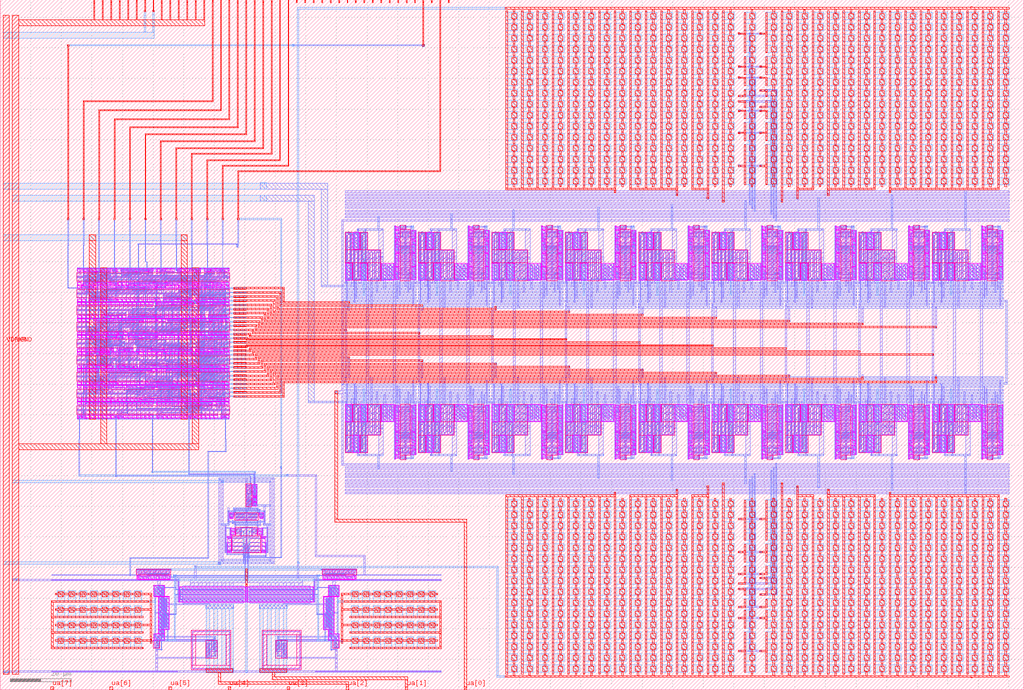
<source format=lef>
VERSION 5.7 ;
  NOWIREEXTENSIONATPIN ON ;
  DIVIDERCHAR "/" ;
  BUSBITCHARS "[]" ;
MACRO tt_um_tadc_its
  CLASS BLOCK ;
  FOREIGN tt_um_tadc_its ;
  ORIGIN 0.000 0.000 ;
  SIZE 334.880 BY 225.760 ;
  PIN clk
    DIRECTION INPUT ;
    USE SIGNAL ;
    ANTENNAGATEAREA 9.296000 ;
    PORT
      LAYER met4 ;
        RECT 143.830 224.760 144.130 225.760 ;
    END
  END clk
  PIN ena
    DIRECTION INPUT ;
    USE SIGNAL ;
    PORT
      LAYER met4 ;
        RECT 146.590 224.760 146.890 225.760 ;
    END
  END ena
  PIN rst_n
    DIRECTION INPUT ;
    USE SIGNAL ;
    PORT
      LAYER met4 ;
        RECT 141.070 224.760 141.370 225.760 ;
    END
  END rst_n
  PIN ua[0]
    DIRECTION INOUT ;
    USE SIGNAL ;
    ANTENNADIFFAREA 125.279999 ;
    PORT
      LAYER met4 ;
        RECT 151.810 0.000 152.710 1.000 ;
    END
  END ua[0]
  PIN ua[1]
    DIRECTION INOUT ;
    USE SIGNAL ;
    ANTENNADIFFAREA 18.559999 ;
    PORT
      LAYER met4 ;
        RECT 132.490 0.000 133.390 1.000 ;
    END
  END ua[1]
  PIN ua[2]
    DIRECTION INOUT ;
    USE SIGNAL ;
    ANTENNADIFFAREA 18.559999 ;
    PORT
      LAYER met4 ;
        RECT 113.170 0.000 114.070 1.000 ;
    END
  END ua[2]
  PIN ua[3]
    DIRECTION INOUT ;
    USE SIGNAL ;
    PORT
      LAYER met4 ;
        RECT 93.850 0.000 94.750 1.000 ;
    END
  END ua[3]
  PIN ua[4]
    DIRECTION INOUT ;
    USE SIGNAL ;
    PORT
      LAYER met4 ;
        RECT 74.530 0.000 75.430 1.000 ;
    END
  END ua[4]
  PIN ua[5]
    DIRECTION INOUT ;
    USE SIGNAL ;
    PORT
      LAYER met4 ;
        RECT 55.210 0.000 56.110 1.000 ;
    END
  END ua[5]
  PIN ua[6]
    DIRECTION INOUT ;
    USE SIGNAL ;
    PORT
      LAYER met4 ;
        RECT 35.890 0.000 36.790 1.000 ;
    END
  END ua[6]
  PIN ua[7]
    DIRECTION INOUT ;
    USE SIGNAL ;
    PORT
      LAYER met4 ;
        RECT 16.570 0.000 17.470 1.000 ;
    END
  END ua[7]
  PIN ui_in[0]
    DIRECTION INPUT ;
    USE SIGNAL ;
    ANTENNAGATEAREA 0.213000 ;
    PORT
      LAYER met4 ;
        RECT 138.310 224.760 138.610 225.760 ;
    END
  END ui_in[0]
  PIN ui_in[1]
    DIRECTION INPUT ;
    USE SIGNAL ;
    PORT
      LAYER met4 ;
        RECT 135.550 224.760 135.850 225.760 ;
    END
  END ui_in[1]
  PIN ui_in[2]
    DIRECTION INPUT ;
    USE SIGNAL ;
    PORT
      LAYER met4 ;
        RECT 132.790 224.760 133.090 225.760 ;
    END
  END ui_in[2]
  PIN ui_in[3]
    DIRECTION INPUT ;
    USE SIGNAL ;
    PORT
      LAYER met4 ;
        RECT 130.030 224.760 130.330 225.760 ;
    END
  END ui_in[3]
  PIN ui_in[4]
    DIRECTION INPUT ;
    USE SIGNAL ;
    PORT
      LAYER met4 ;
        RECT 127.270 224.760 127.570 225.760 ;
    END
  END ui_in[4]
  PIN ui_in[5]
    DIRECTION INPUT ;
    USE SIGNAL ;
    PORT
      LAYER met4 ;
        RECT 124.510 224.760 124.810 225.760 ;
    END
  END ui_in[5]
  PIN ui_in[6]
    DIRECTION INPUT ;
    USE SIGNAL ;
    PORT
      LAYER met4 ;
        RECT 121.750 224.760 122.050 225.760 ;
    END
  END ui_in[6]
  PIN ui_in[7]
    DIRECTION INPUT ;
    USE SIGNAL ;
    PORT
      LAYER met4 ;
        RECT 118.990 224.760 119.290 225.760 ;
    END
  END ui_in[7]
  PIN uio_in[0]
    DIRECTION INPUT ;
    USE SIGNAL ;
    PORT
      LAYER met4 ;
        RECT 116.230 224.760 116.530 225.760 ;
    END
  END uio_in[0]
  PIN uio_in[1]
    DIRECTION INPUT ;
    USE SIGNAL ;
    PORT
      LAYER met4 ;
        RECT 113.470 224.760 113.770 225.760 ;
    END
  END uio_in[1]
  PIN uio_in[2]
    DIRECTION INPUT ;
    USE SIGNAL ;
    PORT
      LAYER met4 ;
        RECT 110.710 224.760 111.010 225.760 ;
    END
  END uio_in[2]
  PIN uio_in[3]
    DIRECTION INPUT ;
    USE SIGNAL ;
    PORT
      LAYER met4 ;
        RECT 107.950 224.760 108.250 225.760 ;
    END
  END uio_in[3]
  PIN uio_in[4]
    DIRECTION INPUT ;
    USE SIGNAL ;
    PORT
      LAYER met4 ;
        RECT 105.190 224.760 105.490 225.760 ;
    END
  END uio_in[4]
  PIN uio_in[5]
    DIRECTION INPUT ;
    USE SIGNAL ;
    PORT
      LAYER met4 ;
        RECT 102.430 224.760 102.730 225.760 ;
    END
  END uio_in[5]
  PIN uio_in[6]
    DIRECTION INPUT ;
    USE SIGNAL ;
    PORT
      LAYER met4 ;
        RECT 99.670 224.760 99.970 225.760 ;
    END
  END uio_in[6]
  PIN uio_in[7]
    DIRECTION INPUT ;
    USE SIGNAL ;
    PORT
      LAYER met4 ;
        RECT 96.910 224.760 97.210 225.760 ;
    END
  END uio_in[7]
  PIN uio_oe[0]
    DIRECTION OUTPUT ;
    USE SIGNAL ;
    ANTENNAGATEAREA 79.480995 ;
    ANTENNADIFFAREA 809.521851 ;
    PORT
      LAYER met4 ;
        RECT 49.990 224.760 50.290 225.760 ;
    END
  END uio_oe[0]
  PIN uio_oe[1]
    DIRECTION OUTPUT ;
    USE SIGNAL ;
    ANTENNAGATEAREA 79.480995 ;
    ANTENNADIFFAREA 809.521851 ;
    PORT
      LAYER met4 ;
        RECT 47.230 224.760 47.530 225.760 ;
    END
  END uio_oe[1]
  PIN uio_oe[2]
    DIRECTION OUTPUT ;
    USE SIGNAL ;
    ANTENNAGATEAREA 122.165398 ;
    ANTENNADIFFAREA 567.631836 ;
    PORT
      LAYER met4 ;
        RECT 44.470 224.760 44.770 225.760 ;
    END
  END uio_oe[2]
  PIN uio_oe[3]
    DIRECTION OUTPUT ;
    USE SIGNAL ;
    ANTENNAGATEAREA 122.165398 ;
    ANTENNADIFFAREA 567.631836 ;
    PORT
      LAYER met4 ;
        RECT 41.710 224.760 42.010 225.760 ;
    END
  END uio_oe[3]
  PIN uio_oe[4]
    DIRECTION OUTPUT ;
    USE SIGNAL ;
    ANTENNAGATEAREA 122.165398 ;
    ANTENNADIFFAREA 567.631836 ;
    PORT
      LAYER met4 ;
        RECT 38.950 224.760 39.250 225.760 ;
    END
  END uio_oe[4]
  PIN uio_oe[5]
    DIRECTION OUTPUT ;
    USE SIGNAL ;
    ANTENNAGATEAREA 122.165398 ;
    ANTENNADIFFAREA 567.631836 ;
    PORT
      LAYER met4 ;
        RECT 36.190 224.760 36.490 225.760 ;
    END
  END uio_oe[5]
  PIN uio_oe[6]
    DIRECTION OUTPUT ;
    USE SIGNAL ;
    ANTENNAGATEAREA 122.165398 ;
    ANTENNADIFFAREA 567.631836 ;
    PORT
      LAYER met4 ;
        RECT 33.430 224.760 33.730 225.760 ;
    END
  END uio_oe[6]
  PIN uio_oe[7]
    DIRECTION OUTPUT ;
    USE SIGNAL ;
    ANTENNAGATEAREA 122.165398 ;
    ANTENNADIFFAREA 567.631836 ;
    PORT
      LAYER met4 ;
        RECT 30.670 224.760 30.970 225.760 ;
    END
  END uio_oe[7]
  PIN uio_out[0]
    DIRECTION OUTPUT ;
    USE SIGNAL ;
    ANTENNADIFFAREA 0.340600 ;
    PORT
      LAYER met4 ;
        RECT 72.070 224.760 72.370 225.760 ;
    END
  END uio_out[0]
  PIN uio_out[1]
    DIRECTION OUTPUT ;
    USE SIGNAL ;
    ANTENNADIFFAREA 0.340600 ;
    PORT
      LAYER met4 ;
        RECT 69.310 224.760 69.610 225.760 ;
    END
  END uio_out[1]
  PIN uio_out[2]
    DIRECTION OUTPUT ;
    USE SIGNAL ;
    ANTENNAGATEAREA 122.165398 ;
    ANTENNADIFFAREA 567.631836 ;
    PORT
      LAYER met4 ;
        RECT 66.550 224.760 66.850 225.760 ;
    END
  END uio_out[2]
  PIN uio_out[3]
    DIRECTION OUTPUT ;
    USE SIGNAL ;
    ANTENNAGATEAREA 122.165398 ;
    ANTENNADIFFAREA 567.631836 ;
    PORT
      LAYER met4 ;
        RECT 63.790 224.760 64.090 225.760 ;
    END
  END uio_out[3]
  PIN uio_out[4]
    DIRECTION OUTPUT ;
    USE SIGNAL ;
    ANTENNAGATEAREA 122.165398 ;
    ANTENNADIFFAREA 567.631836 ;
    PORT
      LAYER met4 ;
        RECT 61.030 224.760 61.330 225.760 ;
    END
  END uio_out[4]
  PIN uio_out[5]
    DIRECTION OUTPUT ;
    USE SIGNAL ;
    ANTENNAGATEAREA 122.165398 ;
    ANTENNADIFFAREA 567.631836 ;
    PORT
      LAYER met4 ;
        RECT 58.270 224.760 58.570 225.760 ;
    END
  END uio_out[5]
  PIN uio_out[6]
    DIRECTION OUTPUT ;
    USE SIGNAL ;
    ANTENNAGATEAREA 122.165398 ;
    ANTENNADIFFAREA 567.631836 ;
    PORT
      LAYER met4 ;
        RECT 55.510 224.760 55.810 225.760 ;
    END
  END uio_out[6]
  PIN uio_out[7]
    DIRECTION OUTPUT ;
    USE SIGNAL ;
    ANTENNAGATEAREA 122.165398 ;
    ANTENNADIFFAREA 567.631836 ;
    PORT
      LAYER met4 ;
        RECT 52.750 224.760 53.050 225.760 ;
    END
  END uio_out[7]
  PIN uo_out[0]
    DIRECTION OUTPUT ;
    USE SIGNAL ;
    ANTENNADIFFAREA 0.340600 ;
    PORT
      LAYER met4 ;
        RECT 94.150 224.760 94.450 225.760 ;
    END
  END uo_out[0]
  PIN uo_out[1]
    DIRECTION OUTPUT ;
    USE SIGNAL ;
    ANTENNADIFFAREA 0.340600 ;
    PORT
      LAYER met4 ;
        RECT 91.390 224.760 91.690 225.760 ;
    END
  END uo_out[1]
  PIN uo_out[2]
    DIRECTION OUTPUT ;
    USE SIGNAL ;
    ANTENNADIFFAREA 0.340600 ;
    PORT
      LAYER met4 ;
        RECT 88.630 224.760 88.930 225.760 ;
    END
  END uo_out[2]
  PIN uo_out[3]
    DIRECTION OUTPUT ;
    USE SIGNAL ;
    ANTENNADIFFAREA 0.340600 ;
    PORT
      LAYER met4 ;
        RECT 85.870 224.760 86.170 225.760 ;
    END
  END uo_out[3]
  PIN uo_out[4]
    DIRECTION OUTPUT ;
    USE SIGNAL ;
    ANTENNADIFFAREA 0.340600 ;
    PORT
      LAYER met4 ;
        RECT 83.110 224.760 83.410 225.760 ;
    END
  END uo_out[4]
  PIN uo_out[5]
    DIRECTION OUTPUT ;
    USE SIGNAL ;
    ANTENNADIFFAREA 0.340600 ;
    PORT
      LAYER met4 ;
        RECT 80.350 224.760 80.650 225.760 ;
    END
  END uo_out[5]
  PIN uo_out[6]
    DIRECTION OUTPUT ;
    USE SIGNAL ;
    ANTENNADIFFAREA 0.340600 ;
    PORT
      LAYER met4 ;
        RECT 77.590 224.760 77.890 225.760 ;
    END
  END uo_out[6]
  PIN uo_out[7]
    DIRECTION OUTPUT ;
    USE SIGNAL ;
    ANTENNADIFFAREA 0.340600 ;
    PORT
      LAYER met4 ;
        RECT 74.830 224.760 75.130 225.760 ;
    END
  END uo_out[7]
  PIN VDPWR
    DIRECTION INOUT ;
    USE POWER ;
    PORT
      LAYER met4 ;
        RECT 1.000 5.000 3.000 220.760 ;
    END
  END VDPWR
  PIN VGND
    DIRECTION INOUT ;
    USE GROUND ;
    PORT
      LAYER met4 ;
        RECT 4.000 5.000 6.000 220.760 ;
    END
  END VGND
  OBS
      LAYER pwell ;
        RECT 129.205 151.475 129.450 151.850 ;
        RECT 129.205 150.425 130.445 151.475 ;
      LAYER nwell ;
        RECT 130.865 150.600 132.725 152.040 ;
      LAYER pwell ;
        RECT 153.215 151.475 153.460 151.850 ;
        RECT 129.205 150.390 129.450 150.425 ;
      LAYER nwell ;
        RECT 112.800 144.015 115.260 149.765 ;
      LAYER pwell ;
        RECT 115.310 144.065 117.670 149.715 ;
      LAYER nwell ;
        RECT 117.720 144.015 120.180 149.760 ;
      LAYER pwell ;
        RECT 129.205 149.020 130.445 150.390 ;
        RECT 129.205 148.595 129.450 149.020 ;
        RECT 129.205 147.545 130.445 148.595 ;
        RECT 129.205 147.530 129.450 147.545 ;
        RECT 129.395 147.075 130.480 147.505 ;
      LAYER nwell ;
        RECT 112.800 144.010 120.180 144.015 ;
      LAYER pwell ;
        RECT 129.205 146.675 129.450 147.050 ;
        RECT 129.205 145.625 130.445 146.675 ;
        RECT 129.205 145.605 129.450 145.625 ;
      LAYER nwell ;
        RECT 112.800 139.655 124.570 144.010 ;
      LAYER pwell ;
        RECT 129.205 143.215 130.445 145.605 ;
        RECT 129.205 143.210 129.450 143.215 ;
        RECT 129.395 142.755 130.480 143.185 ;
      LAYER nwell ;
        RECT 115.260 139.650 124.570 139.655 ;
      LAYER pwell ;
        RECT 25.345 137.680 25.515 137.870 ;
        RECT 26.720 137.730 26.840 137.840 ;
        RECT 35.925 137.680 36.095 137.870 ;
        RECT 36.380 137.730 36.500 137.840 ;
        RECT 37.755 137.680 37.925 137.870 ;
        RECT 38.695 137.725 38.855 137.835 ;
        RECT 39.605 137.680 39.775 137.870 ;
        RECT 49.715 137.680 49.885 137.870 ;
        RECT 50.195 137.725 50.355 137.835 ;
        RECT 51.565 137.680 51.735 137.870 ;
        RECT 53.855 137.680 54.025 137.870 ;
        RECT 54.325 137.680 54.495 137.870 ;
        RECT 55.705 137.680 55.875 137.870 ;
        RECT 57.095 137.725 57.255 137.835 ;
        RECT 58.915 137.680 59.085 137.870 ;
        RECT 59.385 137.680 59.555 137.870 ;
        RECT 60.765 137.680 60.935 137.870 ;
        RECT 62.145 137.680 62.315 137.870 ;
        RECT 63.520 137.730 63.640 137.840 ;
        RECT 65.355 137.680 65.525 137.870 ;
        RECT 65.835 137.725 65.995 137.835 ;
        RECT 66.745 137.700 66.915 137.870 ;
        RECT 66.765 137.680 66.915 137.700 ;
        RECT 69.955 137.680 70.125 137.870 ;
        RECT 70.420 137.730 70.540 137.840 ;
        RECT 70.895 137.680 71.065 137.870 ;
        RECT 72.275 137.680 72.445 137.870 ;
        RECT 74.565 137.680 74.735 137.870 ;
        RECT 25.205 136.870 26.575 137.680 ;
        RECT 27.045 137.000 36.235 137.680 ;
        RECT 27.045 136.770 27.965 137.000 ;
        RECT 30.795 136.780 31.725 137.000 ;
        RECT 36.705 136.900 38.075 137.680 ;
        RECT 38.095 136.810 38.525 137.595 ;
        RECT 39.465 137.000 48.655 137.680 ;
        RECT 43.975 136.780 44.905 137.000 ;
        RECT 47.735 136.770 48.655 137.000 ;
        RECT 48.665 136.900 50.035 137.680 ;
        RECT 50.975 136.810 51.405 137.595 ;
        RECT 51.425 136.870 52.795 137.680 ;
        RECT 52.805 136.900 54.175 137.680 ;
        RECT 54.185 136.870 55.555 137.680 ;
        RECT 55.565 136.870 56.935 137.680 ;
        RECT 57.865 136.900 59.235 137.680 ;
        RECT 59.245 136.870 60.615 137.680 ;
        RECT 60.625 136.870 61.995 137.680 ;
        RECT 62.005 136.870 63.375 137.680 ;
        RECT 63.855 136.810 64.285 137.595 ;
        RECT 64.305 136.900 65.675 137.680 ;
        RECT 66.765 136.860 68.695 137.680 ;
        RECT 68.905 136.900 70.275 137.680 ;
        RECT 70.745 136.900 72.115 137.680 ;
        RECT 72.125 136.900 73.495 137.680 ;
        RECT 73.505 136.870 74.875 137.680 ;
        RECT 67.745 136.770 68.695 136.860 ;
      LAYER nwell ;
        RECT 25.010 133.650 75.070 136.480 ;
      LAYER pwell ;
        RECT 112.850 133.955 115.210 139.605 ;
      LAYER nwell ;
        RECT 115.260 133.905 117.720 139.650 ;
      LAYER pwell ;
        RECT 117.770 133.950 120.130 139.600 ;
      LAYER nwell ;
        RECT 120.180 133.900 124.570 139.650 ;
      LAYER pwell ;
        RECT 129.205 142.710 129.450 142.730 ;
        RECT 124.620 133.950 128.910 139.600 ;
        RECT 129.205 138.505 130.445 142.710 ;
        RECT 129.205 138.390 129.450 138.505 ;
        RECT 129.205 134.185 130.445 138.390 ;
        RECT 129.205 134.090 129.450 134.185 ;
      LAYER nwell ;
        RECT 130.865 133.900 134.205 150.600 ;
      LAYER pwell ;
        RECT 153.215 150.425 154.455 151.475 ;
      LAYER nwell ;
        RECT 154.875 150.600 156.735 152.040 ;
      LAYER pwell ;
        RECT 177.225 151.475 177.470 151.850 ;
        RECT 135.620 150.360 135.865 150.410 ;
        RECT 134.625 148.990 135.865 150.360 ;
        RECT 153.215 150.390 153.460 150.425 ;
        RECT 135.620 148.595 135.865 148.990 ;
        RECT 134.625 147.545 135.865 148.595 ;
        RECT 135.620 147.530 135.865 147.545 ;
        RECT 134.590 147.075 135.675 147.505 ;
        RECT 135.620 146.675 135.865 147.050 ;
        RECT 134.625 145.625 135.865 146.675 ;
        RECT 135.620 145.605 135.865 145.625 ;
        RECT 134.625 143.215 135.865 145.605 ;
        RECT 135.620 143.210 135.865 143.215 ;
      LAYER nwell ;
        RECT 136.810 144.015 139.270 149.765 ;
      LAYER pwell ;
        RECT 139.320 144.065 141.680 149.715 ;
      LAYER nwell ;
        RECT 141.730 144.015 144.190 149.760 ;
      LAYER pwell ;
        RECT 153.215 149.020 154.455 150.390 ;
        RECT 153.215 148.595 153.460 149.020 ;
        RECT 153.215 147.545 154.455 148.595 ;
        RECT 153.215 147.530 153.460 147.545 ;
        RECT 153.405 147.075 154.490 147.505 ;
      LAYER nwell ;
        RECT 136.810 144.010 144.190 144.015 ;
      LAYER pwell ;
        RECT 153.215 146.675 153.460 147.050 ;
        RECT 153.215 145.625 154.455 146.675 ;
        RECT 153.215 145.605 153.460 145.625 ;
        RECT 134.590 142.755 135.675 143.185 ;
        RECT 135.620 142.710 135.865 142.730 ;
        RECT 134.625 138.505 135.865 142.710 ;
      LAYER nwell ;
        RECT 136.810 139.655 148.580 144.010 ;
      LAYER pwell ;
        RECT 153.215 143.215 154.455 145.605 ;
        RECT 153.215 143.210 153.460 143.215 ;
        RECT 153.405 142.755 154.490 143.185 ;
      LAYER nwell ;
        RECT 139.270 139.650 148.580 139.655 ;
      LAYER pwell ;
        RECT 135.620 138.390 135.865 138.505 ;
        RECT 134.625 134.185 135.865 138.390 ;
        RECT 135.620 134.090 135.865 134.185 ;
        RECT 136.860 133.955 139.220 139.605 ;
      LAYER nwell ;
        RECT 139.270 133.905 141.730 139.650 ;
      LAYER pwell ;
        RECT 141.780 133.950 144.140 139.600 ;
      LAYER nwell ;
        RECT 144.190 133.900 148.580 139.650 ;
      LAYER pwell ;
        RECT 153.215 142.710 153.460 142.730 ;
        RECT 148.630 133.950 152.920 139.600 ;
        RECT 153.215 138.505 154.455 142.710 ;
        RECT 153.215 138.390 153.460 138.505 ;
        RECT 153.215 134.185 154.455 138.390 ;
        RECT 153.215 134.090 153.460 134.185 ;
      LAYER nwell ;
        RECT 154.875 133.900 158.215 150.600 ;
      LAYER pwell ;
        RECT 177.225 150.425 178.465 151.475 ;
      LAYER nwell ;
        RECT 178.885 150.600 180.745 152.040 ;
      LAYER pwell ;
        RECT 201.235 151.475 201.480 151.850 ;
        RECT 159.630 150.360 159.875 150.410 ;
        RECT 158.635 148.990 159.875 150.360 ;
        RECT 177.225 150.390 177.470 150.425 ;
        RECT 159.630 148.595 159.875 148.990 ;
        RECT 158.635 147.545 159.875 148.595 ;
        RECT 159.630 147.530 159.875 147.545 ;
        RECT 158.600 147.075 159.685 147.505 ;
        RECT 159.630 146.675 159.875 147.050 ;
        RECT 158.635 145.625 159.875 146.675 ;
        RECT 159.630 145.605 159.875 145.625 ;
        RECT 158.635 143.215 159.875 145.605 ;
        RECT 159.630 143.210 159.875 143.215 ;
      LAYER nwell ;
        RECT 160.820 144.015 163.280 149.765 ;
      LAYER pwell ;
        RECT 163.330 144.065 165.690 149.715 ;
      LAYER nwell ;
        RECT 165.740 144.015 168.200 149.760 ;
      LAYER pwell ;
        RECT 177.225 149.020 178.465 150.390 ;
        RECT 177.225 148.595 177.470 149.020 ;
        RECT 177.225 147.545 178.465 148.595 ;
        RECT 177.225 147.530 177.470 147.545 ;
        RECT 177.415 147.075 178.500 147.505 ;
      LAYER nwell ;
        RECT 160.820 144.010 168.200 144.015 ;
      LAYER pwell ;
        RECT 177.225 146.675 177.470 147.050 ;
        RECT 177.225 145.625 178.465 146.675 ;
        RECT 177.225 145.605 177.470 145.625 ;
        RECT 158.600 142.755 159.685 143.185 ;
        RECT 159.630 142.710 159.875 142.730 ;
        RECT 158.635 138.505 159.875 142.710 ;
      LAYER nwell ;
        RECT 160.820 139.655 172.590 144.010 ;
      LAYER pwell ;
        RECT 177.225 143.215 178.465 145.605 ;
        RECT 177.225 143.210 177.470 143.215 ;
        RECT 177.415 142.755 178.500 143.185 ;
      LAYER nwell ;
        RECT 163.280 139.650 172.590 139.655 ;
      LAYER pwell ;
        RECT 159.630 138.390 159.875 138.505 ;
        RECT 158.635 134.185 159.875 138.390 ;
        RECT 159.630 134.090 159.875 134.185 ;
        RECT 160.870 133.955 163.230 139.605 ;
      LAYER nwell ;
        RECT 163.280 133.905 165.740 139.650 ;
      LAYER pwell ;
        RECT 165.790 133.950 168.150 139.600 ;
      LAYER nwell ;
        RECT 168.200 133.900 172.590 139.650 ;
      LAYER pwell ;
        RECT 177.225 142.710 177.470 142.730 ;
        RECT 172.640 133.950 176.930 139.600 ;
        RECT 177.225 138.505 178.465 142.710 ;
        RECT 177.225 138.390 177.470 138.505 ;
        RECT 177.225 134.185 178.465 138.390 ;
        RECT 177.225 134.090 177.470 134.185 ;
      LAYER nwell ;
        RECT 178.885 133.900 182.225 150.600 ;
      LAYER pwell ;
        RECT 201.235 150.425 202.475 151.475 ;
      LAYER nwell ;
        RECT 202.895 150.600 204.755 152.040 ;
      LAYER pwell ;
        RECT 225.245 151.475 225.490 151.850 ;
        RECT 183.640 150.360 183.885 150.410 ;
        RECT 182.645 148.990 183.885 150.360 ;
        RECT 201.235 150.390 201.480 150.425 ;
        RECT 183.640 148.595 183.885 148.990 ;
        RECT 182.645 147.545 183.885 148.595 ;
        RECT 183.640 147.530 183.885 147.545 ;
        RECT 182.610 147.075 183.695 147.505 ;
        RECT 183.640 146.675 183.885 147.050 ;
        RECT 182.645 145.625 183.885 146.675 ;
        RECT 183.640 145.605 183.885 145.625 ;
        RECT 182.645 143.215 183.885 145.605 ;
        RECT 183.640 143.210 183.885 143.215 ;
      LAYER nwell ;
        RECT 184.830 144.015 187.290 149.765 ;
      LAYER pwell ;
        RECT 187.340 144.065 189.700 149.715 ;
      LAYER nwell ;
        RECT 189.750 144.015 192.210 149.760 ;
      LAYER pwell ;
        RECT 201.235 149.020 202.475 150.390 ;
        RECT 201.235 148.595 201.480 149.020 ;
        RECT 201.235 147.545 202.475 148.595 ;
        RECT 201.235 147.530 201.480 147.545 ;
        RECT 201.425 147.075 202.510 147.505 ;
      LAYER nwell ;
        RECT 184.830 144.010 192.210 144.015 ;
      LAYER pwell ;
        RECT 201.235 146.675 201.480 147.050 ;
        RECT 201.235 145.625 202.475 146.675 ;
        RECT 201.235 145.605 201.480 145.625 ;
        RECT 182.610 142.755 183.695 143.185 ;
        RECT 183.640 142.710 183.885 142.730 ;
        RECT 182.645 138.505 183.885 142.710 ;
      LAYER nwell ;
        RECT 184.830 139.655 196.600 144.010 ;
      LAYER pwell ;
        RECT 201.235 143.215 202.475 145.605 ;
        RECT 201.235 143.210 201.480 143.215 ;
        RECT 201.425 142.755 202.510 143.185 ;
      LAYER nwell ;
        RECT 187.290 139.650 196.600 139.655 ;
      LAYER pwell ;
        RECT 183.640 138.390 183.885 138.505 ;
        RECT 182.645 134.185 183.885 138.390 ;
        RECT 183.640 134.090 183.885 134.185 ;
        RECT 184.880 133.955 187.240 139.605 ;
      LAYER nwell ;
        RECT 187.290 133.905 189.750 139.650 ;
      LAYER pwell ;
        RECT 189.800 133.950 192.160 139.600 ;
      LAYER nwell ;
        RECT 192.210 133.900 196.600 139.650 ;
      LAYER pwell ;
        RECT 201.235 142.710 201.480 142.730 ;
        RECT 196.650 133.950 200.940 139.600 ;
        RECT 201.235 138.505 202.475 142.710 ;
        RECT 201.235 138.390 201.480 138.505 ;
        RECT 201.235 134.185 202.475 138.390 ;
        RECT 201.235 134.090 201.480 134.185 ;
      LAYER nwell ;
        RECT 202.895 133.900 206.235 150.600 ;
      LAYER pwell ;
        RECT 225.245 150.425 226.485 151.475 ;
      LAYER nwell ;
        RECT 226.905 150.600 228.765 152.040 ;
      LAYER pwell ;
        RECT 249.260 151.475 249.505 151.850 ;
        RECT 207.650 150.360 207.895 150.410 ;
        RECT 206.655 148.990 207.895 150.360 ;
        RECT 225.245 150.390 225.490 150.425 ;
        RECT 207.650 148.595 207.895 148.990 ;
        RECT 206.655 147.545 207.895 148.595 ;
        RECT 207.650 147.530 207.895 147.545 ;
        RECT 206.620 147.075 207.705 147.505 ;
        RECT 207.650 146.675 207.895 147.050 ;
        RECT 206.655 145.625 207.895 146.675 ;
        RECT 207.650 145.605 207.895 145.625 ;
        RECT 206.655 143.215 207.895 145.605 ;
        RECT 207.650 143.210 207.895 143.215 ;
      LAYER nwell ;
        RECT 208.840 144.015 211.300 149.765 ;
      LAYER pwell ;
        RECT 211.350 144.065 213.710 149.715 ;
      LAYER nwell ;
        RECT 213.760 144.015 216.220 149.760 ;
      LAYER pwell ;
        RECT 225.245 149.020 226.485 150.390 ;
        RECT 225.245 148.595 225.490 149.020 ;
        RECT 225.245 147.545 226.485 148.595 ;
        RECT 225.245 147.530 225.490 147.545 ;
        RECT 225.435 147.075 226.520 147.505 ;
      LAYER nwell ;
        RECT 208.840 144.010 216.220 144.015 ;
      LAYER pwell ;
        RECT 225.245 146.675 225.490 147.050 ;
        RECT 225.245 145.625 226.485 146.675 ;
        RECT 225.245 145.605 225.490 145.625 ;
        RECT 206.620 142.755 207.705 143.185 ;
        RECT 207.650 142.710 207.895 142.730 ;
        RECT 206.655 138.505 207.895 142.710 ;
      LAYER nwell ;
        RECT 208.840 139.655 220.610 144.010 ;
      LAYER pwell ;
        RECT 225.245 143.215 226.485 145.605 ;
        RECT 225.245 143.210 225.490 143.215 ;
        RECT 225.435 142.755 226.520 143.185 ;
      LAYER nwell ;
        RECT 211.300 139.650 220.610 139.655 ;
      LAYER pwell ;
        RECT 207.650 138.390 207.895 138.505 ;
        RECT 206.655 134.185 207.895 138.390 ;
        RECT 207.650 134.090 207.895 134.185 ;
        RECT 208.890 133.955 211.250 139.605 ;
      LAYER nwell ;
        RECT 211.300 133.905 213.760 139.650 ;
      LAYER pwell ;
        RECT 213.810 133.950 216.170 139.600 ;
      LAYER nwell ;
        RECT 216.220 133.900 220.610 139.650 ;
      LAYER pwell ;
        RECT 225.245 142.710 225.490 142.730 ;
        RECT 220.660 133.950 224.950 139.600 ;
        RECT 225.245 138.505 226.485 142.710 ;
        RECT 225.245 138.390 225.490 138.505 ;
        RECT 225.245 134.185 226.485 138.390 ;
        RECT 225.245 134.090 225.490 134.185 ;
      LAYER nwell ;
        RECT 226.905 133.900 230.245 150.600 ;
      LAYER pwell ;
        RECT 249.260 150.425 250.500 151.475 ;
      LAYER nwell ;
        RECT 250.920 150.600 252.780 152.040 ;
      LAYER pwell ;
        RECT 273.315 151.475 273.560 151.850 ;
        RECT 231.660 150.360 231.905 150.410 ;
        RECT 230.665 148.990 231.905 150.360 ;
        RECT 249.260 150.390 249.505 150.425 ;
        RECT 231.660 148.595 231.905 148.990 ;
        RECT 230.665 147.545 231.905 148.595 ;
        RECT 231.660 147.530 231.905 147.545 ;
        RECT 230.630 147.075 231.715 147.505 ;
        RECT 231.660 146.675 231.905 147.050 ;
        RECT 230.665 145.625 231.905 146.675 ;
        RECT 231.660 145.605 231.905 145.625 ;
        RECT 230.665 143.215 231.905 145.605 ;
        RECT 231.660 143.210 231.905 143.215 ;
      LAYER nwell ;
        RECT 232.855 144.015 235.315 149.765 ;
      LAYER pwell ;
        RECT 235.365 144.065 237.725 149.715 ;
      LAYER nwell ;
        RECT 237.775 144.015 240.235 149.760 ;
      LAYER pwell ;
        RECT 249.260 149.020 250.500 150.390 ;
        RECT 249.260 148.595 249.505 149.020 ;
        RECT 249.260 147.545 250.500 148.595 ;
        RECT 249.260 147.530 249.505 147.545 ;
        RECT 249.450 147.075 250.535 147.505 ;
      LAYER nwell ;
        RECT 232.855 144.010 240.235 144.015 ;
      LAYER pwell ;
        RECT 249.260 146.675 249.505 147.050 ;
        RECT 249.260 145.625 250.500 146.675 ;
        RECT 249.260 145.605 249.505 145.625 ;
        RECT 230.630 142.755 231.715 143.185 ;
        RECT 231.660 142.710 231.905 142.730 ;
        RECT 230.665 138.505 231.905 142.710 ;
      LAYER nwell ;
        RECT 232.855 139.655 244.625 144.010 ;
      LAYER pwell ;
        RECT 249.260 143.215 250.500 145.605 ;
        RECT 249.260 143.210 249.505 143.215 ;
        RECT 249.450 142.755 250.535 143.185 ;
      LAYER nwell ;
        RECT 235.315 139.650 244.625 139.655 ;
      LAYER pwell ;
        RECT 231.660 138.390 231.905 138.505 ;
        RECT 230.665 134.185 231.905 138.390 ;
        RECT 231.660 134.090 231.905 134.185 ;
        RECT 232.905 133.955 235.265 139.605 ;
      LAYER nwell ;
        RECT 235.315 133.905 237.775 139.650 ;
      LAYER pwell ;
        RECT 237.825 133.950 240.185 139.600 ;
      LAYER nwell ;
        RECT 240.235 133.900 244.625 139.650 ;
      LAYER pwell ;
        RECT 249.260 142.710 249.505 142.730 ;
        RECT 244.675 133.950 248.965 139.600 ;
        RECT 249.260 138.505 250.500 142.710 ;
        RECT 249.260 138.390 249.505 138.505 ;
        RECT 249.260 134.185 250.500 138.390 ;
        RECT 249.260 134.090 249.505 134.185 ;
      LAYER nwell ;
        RECT 250.920 133.900 254.260 150.600 ;
      LAYER pwell ;
        RECT 273.315 150.425 274.555 151.475 ;
      LAYER nwell ;
        RECT 274.975 150.600 276.835 152.040 ;
      LAYER pwell ;
        RECT 297.275 151.475 297.520 151.850 ;
        RECT 255.675 150.360 255.920 150.410 ;
        RECT 254.680 148.990 255.920 150.360 ;
        RECT 273.315 150.390 273.560 150.425 ;
        RECT 255.675 148.595 255.920 148.990 ;
        RECT 254.680 147.545 255.920 148.595 ;
        RECT 255.675 147.530 255.920 147.545 ;
        RECT 254.645 147.075 255.730 147.505 ;
        RECT 255.675 146.675 255.920 147.050 ;
        RECT 254.680 145.625 255.920 146.675 ;
        RECT 255.675 145.605 255.920 145.625 ;
        RECT 254.680 143.215 255.920 145.605 ;
        RECT 255.675 143.210 255.920 143.215 ;
      LAYER nwell ;
        RECT 256.910 144.015 259.370 149.765 ;
      LAYER pwell ;
        RECT 259.420 144.065 261.780 149.715 ;
      LAYER nwell ;
        RECT 261.830 144.015 264.290 149.760 ;
      LAYER pwell ;
        RECT 273.315 149.020 274.555 150.390 ;
        RECT 273.315 148.595 273.560 149.020 ;
        RECT 273.315 147.545 274.555 148.595 ;
        RECT 273.315 147.530 273.560 147.545 ;
        RECT 273.505 147.075 274.590 147.505 ;
      LAYER nwell ;
        RECT 256.910 144.010 264.290 144.015 ;
      LAYER pwell ;
        RECT 273.315 146.675 273.560 147.050 ;
        RECT 273.315 145.625 274.555 146.675 ;
        RECT 273.315 145.605 273.560 145.625 ;
        RECT 254.645 142.755 255.730 143.185 ;
        RECT 255.675 142.710 255.920 142.730 ;
        RECT 254.680 138.505 255.920 142.710 ;
      LAYER nwell ;
        RECT 256.910 139.655 268.680 144.010 ;
      LAYER pwell ;
        RECT 273.315 143.215 274.555 145.605 ;
        RECT 273.315 143.210 273.560 143.215 ;
        RECT 273.505 142.755 274.590 143.185 ;
      LAYER nwell ;
        RECT 259.370 139.650 268.680 139.655 ;
      LAYER pwell ;
        RECT 255.675 138.390 255.920 138.505 ;
        RECT 254.680 134.185 255.920 138.390 ;
        RECT 255.675 134.090 255.920 134.185 ;
        RECT 256.960 133.955 259.320 139.605 ;
      LAYER nwell ;
        RECT 259.370 133.905 261.830 139.650 ;
      LAYER pwell ;
        RECT 261.880 133.950 264.240 139.600 ;
      LAYER nwell ;
        RECT 264.290 133.900 268.680 139.650 ;
      LAYER pwell ;
        RECT 273.315 142.710 273.560 142.730 ;
        RECT 268.730 133.950 273.020 139.600 ;
        RECT 273.315 138.505 274.555 142.710 ;
        RECT 273.315 138.390 273.560 138.505 ;
        RECT 273.315 134.185 274.555 138.390 ;
        RECT 273.315 134.090 273.560 134.185 ;
      LAYER nwell ;
        RECT 274.975 133.900 278.315 150.600 ;
      LAYER pwell ;
        RECT 297.275 150.425 298.515 151.475 ;
      LAYER nwell ;
        RECT 298.935 150.600 300.795 152.040 ;
      LAYER pwell ;
        RECT 321.285 151.475 321.530 151.850 ;
        RECT 279.730 150.360 279.975 150.410 ;
        RECT 278.735 148.990 279.975 150.360 ;
        RECT 297.275 150.390 297.520 150.425 ;
        RECT 279.730 148.595 279.975 148.990 ;
        RECT 278.735 147.545 279.975 148.595 ;
        RECT 279.730 147.530 279.975 147.545 ;
        RECT 278.700 147.075 279.785 147.505 ;
        RECT 279.730 146.675 279.975 147.050 ;
        RECT 278.735 145.625 279.975 146.675 ;
        RECT 279.730 145.605 279.975 145.625 ;
        RECT 278.735 143.215 279.975 145.605 ;
        RECT 279.730 143.210 279.975 143.215 ;
      LAYER nwell ;
        RECT 280.870 144.015 283.330 149.765 ;
      LAYER pwell ;
        RECT 283.380 144.065 285.740 149.715 ;
      LAYER nwell ;
        RECT 285.790 144.015 288.250 149.760 ;
      LAYER pwell ;
        RECT 297.275 149.020 298.515 150.390 ;
        RECT 297.275 148.595 297.520 149.020 ;
        RECT 297.275 147.545 298.515 148.595 ;
        RECT 297.275 147.530 297.520 147.545 ;
        RECT 297.465 147.075 298.550 147.505 ;
      LAYER nwell ;
        RECT 280.870 144.010 288.250 144.015 ;
      LAYER pwell ;
        RECT 297.275 146.675 297.520 147.050 ;
        RECT 297.275 145.625 298.515 146.675 ;
        RECT 297.275 145.605 297.520 145.625 ;
        RECT 278.700 142.755 279.785 143.185 ;
        RECT 279.730 142.710 279.975 142.730 ;
        RECT 278.735 138.505 279.975 142.710 ;
      LAYER nwell ;
        RECT 280.870 139.655 292.640 144.010 ;
      LAYER pwell ;
        RECT 297.275 143.215 298.515 145.605 ;
        RECT 297.275 143.210 297.520 143.215 ;
        RECT 297.465 142.755 298.550 143.185 ;
      LAYER nwell ;
        RECT 283.330 139.650 292.640 139.655 ;
      LAYER pwell ;
        RECT 279.730 138.390 279.975 138.505 ;
        RECT 278.735 134.185 279.975 138.390 ;
        RECT 279.730 134.090 279.975 134.185 ;
        RECT 280.920 133.955 283.280 139.605 ;
      LAYER nwell ;
        RECT 283.330 133.905 285.790 139.650 ;
      LAYER pwell ;
        RECT 285.840 133.950 288.200 139.600 ;
      LAYER nwell ;
        RECT 288.250 133.900 292.640 139.650 ;
      LAYER pwell ;
        RECT 297.275 142.710 297.520 142.730 ;
        RECT 292.690 133.950 296.980 139.600 ;
        RECT 297.275 138.505 298.515 142.710 ;
        RECT 297.275 138.390 297.520 138.505 ;
        RECT 297.275 134.185 298.515 138.390 ;
        RECT 297.275 134.090 297.520 134.185 ;
      LAYER nwell ;
        RECT 298.935 133.900 302.275 150.600 ;
      LAYER pwell ;
        RECT 321.285 150.425 322.525 151.475 ;
      LAYER nwell ;
        RECT 322.945 150.600 324.805 152.040 ;
      LAYER pwell ;
        RECT 303.690 150.360 303.935 150.410 ;
        RECT 302.695 148.990 303.935 150.360 ;
        RECT 321.285 150.390 321.530 150.425 ;
        RECT 303.690 148.595 303.935 148.990 ;
        RECT 302.695 147.545 303.935 148.595 ;
        RECT 303.690 147.530 303.935 147.545 ;
        RECT 302.660 147.075 303.745 147.505 ;
        RECT 303.690 146.675 303.935 147.050 ;
        RECT 302.695 145.625 303.935 146.675 ;
        RECT 303.690 145.605 303.935 145.625 ;
        RECT 302.695 143.215 303.935 145.605 ;
        RECT 303.690 143.210 303.935 143.215 ;
      LAYER nwell ;
        RECT 304.880 144.015 307.340 149.765 ;
      LAYER pwell ;
        RECT 307.390 144.065 309.750 149.715 ;
      LAYER nwell ;
        RECT 309.800 144.015 312.260 149.760 ;
      LAYER pwell ;
        RECT 321.285 149.020 322.525 150.390 ;
        RECT 321.285 148.595 321.530 149.020 ;
        RECT 321.285 147.545 322.525 148.595 ;
        RECT 321.285 147.530 321.530 147.545 ;
        RECT 321.475 147.075 322.560 147.505 ;
      LAYER nwell ;
        RECT 304.880 144.010 312.260 144.015 ;
      LAYER pwell ;
        RECT 321.285 146.675 321.530 147.050 ;
        RECT 321.285 145.625 322.525 146.675 ;
        RECT 321.285 145.605 321.530 145.625 ;
        RECT 302.660 142.755 303.745 143.185 ;
        RECT 303.690 142.710 303.935 142.730 ;
        RECT 302.695 138.505 303.935 142.710 ;
      LAYER nwell ;
        RECT 304.880 139.655 316.650 144.010 ;
      LAYER pwell ;
        RECT 321.285 143.215 322.525 145.605 ;
        RECT 321.285 143.210 321.530 143.215 ;
        RECT 321.475 142.755 322.560 143.185 ;
      LAYER nwell ;
        RECT 307.340 139.650 316.650 139.655 ;
      LAYER pwell ;
        RECT 303.690 138.390 303.935 138.505 ;
        RECT 302.695 134.185 303.935 138.390 ;
        RECT 303.690 134.090 303.935 134.185 ;
        RECT 304.930 133.955 307.290 139.605 ;
      LAYER nwell ;
        RECT 307.340 133.905 309.800 139.650 ;
      LAYER pwell ;
        RECT 309.850 133.950 312.210 139.600 ;
      LAYER nwell ;
        RECT 312.260 133.900 316.650 139.650 ;
      LAYER pwell ;
        RECT 321.285 142.710 321.530 142.730 ;
        RECT 316.700 133.950 320.990 139.600 ;
        RECT 321.285 138.505 322.525 142.710 ;
        RECT 321.285 138.390 321.530 138.505 ;
        RECT 321.285 134.185 322.525 138.390 ;
        RECT 321.285 134.090 321.530 134.185 ;
      LAYER nwell ;
        RECT 322.945 133.900 326.285 150.600 ;
      LAYER pwell ;
        RECT 327.700 150.360 327.945 150.410 ;
        RECT 326.705 148.990 327.945 150.360 ;
        RECT 327.700 148.595 327.945 148.990 ;
        RECT 326.705 147.545 327.945 148.595 ;
        RECT 327.700 147.530 327.945 147.545 ;
        RECT 326.670 147.075 327.755 147.505 ;
        RECT 327.700 146.675 327.945 147.050 ;
        RECT 326.705 145.625 327.945 146.675 ;
        RECT 327.700 145.605 327.945 145.625 ;
        RECT 326.705 143.215 327.945 145.605 ;
        RECT 327.700 143.210 327.945 143.215 ;
        RECT 326.670 142.755 327.755 143.185 ;
        RECT 327.700 142.710 327.945 142.730 ;
        RECT 326.705 138.505 327.945 142.710 ;
        RECT 327.700 138.390 327.945 138.505 ;
        RECT 326.705 134.185 327.945 138.390 ;
        RECT 327.700 134.090 327.945 134.185 ;
        RECT 25.205 132.450 26.575 133.260 ;
        RECT 31.555 133.130 32.485 133.350 ;
        RECT 35.315 133.130 36.235 133.360 ;
        RECT 27.045 132.450 36.235 133.130 ;
        RECT 36.245 132.450 37.615 133.230 ;
        RECT 38.095 132.535 38.525 133.320 ;
        RECT 38.545 132.450 39.915 133.260 ;
        RECT 39.925 132.450 41.295 133.260 ;
        RECT 41.305 132.450 42.675 133.260 ;
        RECT 42.685 132.450 44.055 133.230 ;
        RECT 44.065 132.450 45.435 133.260 ;
        RECT 49.955 133.130 50.885 133.350 ;
        RECT 53.715 133.130 54.635 133.360 ;
        RECT 59.155 133.130 60.085 133.350 ;
        RECT 62.915 133.130 63.835 133.360 ;
        RECT 45.445 132.450 54.635 133.130 ;
        RECT 54.645 132.450 63.835 133.130 ;
        RECT 63.855 132.535 64.285 133.320 ;
        RECT 68.815 133.130 69.745 133.350 ;
        RECT 72.575 133.130 73.495 133.360 ;
        RECT 64.305 132.450 73.495 133.130 ;
        RECT 73.505 132.450 74.875 133.260 ;
        RECT 25.345 132.240 25.515 132.450 ;
        RECT 26.725 132.400 26.895 132.430 ;
        RECT 26.720 132.290 26.895 132.400 ;
        RECT 26.725 132.240 26.895 132.290 ;
        RECT 27.185 132.260 27.355 132.450 ;
        RECT 30.395 132.240 30.565 132.430 ;
        RECT 30.865 132.240 31.035 132.430 ;
        RECT 32.240 132.290 32.360 132.400 ;
        RECT 32.705 132.240 32.875 132.430 ;
        RECT 37.295 132.260 37.465 132.450 ;
        RECT 37.760 132.290 37.880 132.400 ;
        RECT 38.685 132.260 38.855 132.450 ;
        RECT 40.065 132.260 40.235 132.450 ;
        RECT 41.445 132.260 41.615 132.450 ;
        RECT 41.905 132.240 42.075 132.430 ;
        RECT 43.735 132.260 43.905 132.450 ;
        RECT 44.205 132.260 44.375 132.450 ;
        RECT 45.585 132.260 45.755 132.450 ;
        RECT 51.565 132.240 51.735 132.430 ;
        RECT 52.945 132.240 53.115 132.430 ;
        RECT 54.325 132.240 54.495 132.430 ;
        RECT 54.785 132.260 54.955 132.450 ;
        RECT 55.705 132.240 55.875 132.430 ;
        RECT 57.085 132.240 57.255 132.430 ;
        RECT 58.465 132.240 58.635 132.430 ;
        RECT 64.445 132.260 64.615 132.450 ;
        RECT 67.660 132.290 67.780 132.400 ;
        RECT 68.135 132.240 68.305 132.430 ;
        RECT 69.515 132.240 69.685 132.430 ;
        RECT 70.895 132.240 71.065 132.430 ;
        RECT 72.275 132.240 72.445 132.430 ;
        RECT 74.565 132.240 74.735 132.450 ;
        RECT 25.205 131.430 26.575 132.240 ;
        RECT 26.585 131.560 29.325 132.240 ;
        RECT 29.345 131.460 30.715 132.240 ;
        RECT 30.725 131.430 32.095 132.240 ;
        RECT 32.565 131.560 41.755 132.240 ;
        RECT 41.765 131.560 50.955 132.240 ;
        RECT 37.075 131.340 38.005 131.560 ;
        RECT 40.835 131.330 41.755 131.560 ;
        RECT 46.275 131.340 47.205 131.560 ;
        RECT 50.035 131.330 50.955 131.560 ;
        RECT 50.975 131.370 51.405 132.155 ;
        RECT 51.425 131.430 52.795 132.240 ;
        RECT 52.805 131.430 54.175 132.240 ;
        RECT 54.185 131.430 55.555 132.240 ;
        RECT 55.565 131.430 56.935 132.240 ;
        RECT 56.945 131.430 58.315 132.240 ;
        RECT 58.325 131.560 67.515 132.240 ;
        RECT 62.835 131.340 63.765 131.560 ;
        RECT 66.595 131.330 67.515 131.560 ;
        RECT 67.985 131.460 69.355 132.240 ;
        RECT 69.365 131.460 70.735 132.240 ;
        RECT 70.745 131.460 72.115 132.240 ;
        RECT 72.125 131.460 73.495 132.240 ;
        RECT 73.505 131.430 74.875 132.240 ;
      LAYER nwell ;
        RECT 25.010 128.210 75.070 131.040 ;
      LAYER pwell ;
        RECT 25.205 127.010 26.575 127.820 ;
        RECT 26.585 127.010 27.955 127.820 ;
        RECT 33.395 127.690 34.325 127.910 ;
        RECT 37.155 127.690 38.075 127.920 ;
        RECT 28.885 127.010 38.075 127.690 ;
        RECT 38.095 127.095 38.525 127.880 ;
        RECT 38.545 127.010 39.915 127.820 ;
        RECT 39.925 127.010 41.295 127.820 ;
        RECT 41.305 127.010 42.675 127.820 ;
        RECT 42.685 127.010 44.055 127.820 ;
        RECT 44.065 127.010 45.435 127.820 ;
        RECT 45.445 127.010 46.815 127.820 ;
        RECT 46.825 127.010 48.195 127.820 ;
        RECT 48.205 127.010 49.575 127.820 ;
        RECT 49.585 127.010 50.955 127.820 ;
        RECT 50.965 127.010 52.335 127.820 ;
        RECT 57.775 127.690 58.705 127.910 ;
        RECT 61.535 127.690 62.875 127.920 ;
        RECT 53.265 127.010 62.875 127.690 ;
        RECT 63.855 127.095 64.285 127.880 ;
        RECT 68.815 127.690 69.745 127.910 ;
        RECT 72.575 127.690 73.495 127.920 ;
        RECT 64.305 127.010 73.495 127.690 ;
        RECT 73.505 127.010 74.875 127.820 ;
        RECT 25.345 126.800 25.515 127.010 ;
        RECT 26.725 126.800 26.895 127.010 ;
        RECT 28.105 126.800 28.275 126.990 ;
        RECT 29.025 126.820 29.195 127.010 ;
        RECT 29.485 126.800 29.655 126.990 ;
        RECT 30.865 126.800 31.035 126.990 ;
        RECT 32.245 126.800 32.415 126.990 ;
        RECT 33.625 126.800 33.795 126.990 ;
        RECT 35.005 126.800 35.175 126.990 ;
        RECT 36.385 126.800 36.555 126.990 ;
        RECT 37.765 126.800 37.935 126.990 ;
        RECT 38.685 126.820 38.855 127.010 ;
        RECT 39.145 126.800 39.315 126.990 ;
        RECT 40.065 126.820 40.235 127.010 ;
        RECT 40.525 126.800 40.695 126.990 ;
        RECT 41.445 126.820 41.615 127.010 ;
        RECT 41.905 126.800 42.075 126.990 ;
        RECT 42.825 126.820 42.995 127.010 ;
        RECT 43.285 126.800 43.455 126.990 ;
        RECT 44.205 126.820 44.375 127.010 ;
        RECT 44.665 126.800 44.835 126.990 ;
        RECT 45.585 126.820 45.755 127.010 ;
        RECT 46.045 126.800 46.215 126.990 ;
        RECT 46.965 126.820 47.135 127.010 ;
        RECT 47.425 126.800 47.595 126.990 ;
        RECT 48.345 126.820 48.515 127.010 ;
        RECT 48.805 126.800 48.975 126.990 ;
        RECT 49.725 126.820 49.895 127.010 ;
        RECT 50.195 126.845 50.355 126.955 ;
        RECT 51.105 126.820 51.275 127.010 ;
        RECT 51.565 126.800 51.735 126.990 ;
        RECT 52.495 126.855 52.655 126.965 ;
        RECT 53.405 126.820 53.575 127.010 ;
        RECT 60.765 126.800 60.935 126.990 ;
        RECT 62.145 126.800 62.315 126.990 ;
        RECT 63.075 126.855 63.235 126.965 ;
        RECT 63.535 126.845 63.695 126.955 ;
        RECT 64.445 126.800 64.615 127.010 ;
        RECT 74.565 126.800 74.735 127.010 ;
        RECT 25.205 125.990 26.575 126.800 ;
        RECT 26.585 125.990 27.955 126.800 ;
        RECT 27.965 125.990 29.335 126.800 ;
        RECT 29.345 125.990 30.715 126.800 ;
        RECT 30.725 125.990 32.095 126.800 ;
        RECT 32.105 125.990 33.475 126.800 ;
        RECT 33.485 125.990 34.855 126.800 ;
        RECT 34.865 125.990 36.235 126.800 ;
        RECT 36.245 125.990 37.615 126.800 ;
        RECT 37.625 125.990 38.995 126.800 ;
        RECT 39.005 125.990 40.375 126.800 ;
        RECT 40.385 125.990 41.755 126.800 ;
        RECT 41.765 125.990 43.135 126.800 ;
        RECT 43.145 125.990 44.515 126.800 ;
        RECT 44.525 125.990 45.895 126.800 ;
        RECT 45.905 125.990 47.275 126.800 ;
        RECT 47.285 125.990 48.655 126.800 ;
        RECT 48.665 125.990 50.035 126.800 ;
        RECT 50.975 125.930 51.405 126.715 ;
        RECT 51.425 126.120 60.615 126.800 ;
        RECT 55.935 125.900 56.865 126.120 ;
        RECT 59.695 125.890 60.615 126.120 ;
        RECT 60.625 125.990 61.995 126.800 ;
        RECT 62.005 125.990 63.375 126.800 ;
        RECT 64.305 126.120 73.495 126.800 ;
        RECT 68.815 125.900 69.745 126.120 ;
        RECT 72.575 125.890 73.495 126.120 ;
        RECT 73.505 125.990 74.875 126.800 ;
      LAYER nwell ;
        RECT 25.010 122.770 75.070 125.600 ;
      LAYER pwell ;
        RECT 25.205 121.570 26.575 122.380 ;
        RECT 26.585 121.570 27.955 122.380 ;
        RECT 27.965 121.570 29.335 122.380 ;
        RECT 29.345 121.570 30.715 122.380 ;
        RECT 30.725 121.570 32.095 122.380 ;
        RECT 33.025 121.570 34.840 122.480 ;
        RECT 34.865 121.570 36.235 122.380 ;
        RECT 36.245 121.570 37.615 122.380 ;
        RECT 38.095 121.655 38.525 122.440 ;
        RECT 38.545 121.570 39.915 122.380 ;
        RECT 39.925 121.570 41.295 122.380 ;
        RECT 46.275 122.250 47.205 122.470 ;
        RECT 50.035 122.250 50.955 122.480 ;
        RECT 41.765 121.570 50.955 122.250 ;
        RECT 50.965 121.570 52.335 122.380 ;
        RECT 52.345 121.570 53.715 122.380 ;
        RECT 53.725 121.570 55.095 122.380 ;
        RECT 55.105 121.570 56.475 122.380 ;
        RECT 56.485 121.570 57.855 122.380 ;
        RECT 57.865 121.570 59.235 122.380 ;
        RECT 59.245 121.570 60.615 122.380 ;
        RECT 60.625 121.570 61.995 122.380 ;
        RECT 62.005 121.570 63.375 122.380 ;
        RECT 63.855 121.655 64.285 122.440 ;
        RECT 64.305 121.570 65.675 122.380 ;
        RECT 65.685 121.570 67.055 122.380 ;
        RECT 67.985 121.570 69.355 122.350 ;
        RECT 69.365 121.570 70.735 122.350 ;
        RECT 70.745 121.570 72.115 122.350 ;
        RECT 72.125 121.570 73.495 122.350 ;
        RECT 73.505 121.570 74.875 122.380 ;
        RECT 25.345 121.360 25.515 121.570 ;
        RECT 26.725 121.360 26.895 121.570 ;
        RECT 28.105 121.360 28.275 121.570 ;
        RECT 29.485 121.380 29.655 121.570 ;
        RECT 30.865 121.380 31.035 121.570 ;
        RECT 32.255 121.415 32.415 121.525 ;
        RECT 34.545 121.380 34.715 121.570 ;
        RECT 35.005 121.380 35.175 121.570 ;
        RECT 36.385 121.380 36.555 121.570 ;
        RECT 37.760 121.410 37.880 121.520 ;
        RECT 38.685 121.380 38.855 121.570 ;
        RECT 39.145 121.360 39.315 121.550 ;
        RECT 39.605 121.360 39.775 121.550 ;
        RECT 40.065 121.380 40.235 121.570 ;
        RECT 41.440 121.410 41.560 121.520 ;
        RECT 41.905 121.380 42.075 121.570 ;
        RECT 46.965 121.360 47.135 121.550 ;
        RECT 48.345 121.360 48.515 121.550 ;
        RECT 49.725 121.360 49.895 121.550 ;
        RECT 51.105 121.380 51.275 121.570 ;
        RECT 51.565 121.360 51.735 121.550 ;
        RECT 52.485 121.380 52.655 121.570 ;
        RECT 52.945 121.360 53.115 121.550 ;
        RECT 53.865 121.380 54.035 121.570 ;
        RECT 54.320 121.410 54.440 121.520 ;
        RECT 54.785 121.360 54.955 121.550 ;
        RECT 55.245 121.380 55.415 121.570 ;
        RECT 56.625 121.380 56.795 121.570 ;
        RECT 58.005 121.380 58.175 121.570 ;
        RECT 59.385 121.380 59.555 121.570 ;
        RECT 60.765 121.380 60.935 121.570 ;
        RECT 62.145 121.380 62.315 121.570 ;
        RECT 63.520 121.410 63.640 121.520 ;
        RECT 63.985 121.360 64.155 121.550 ;
        RECT 64.445 121.380 64.615 121.570 ;
        RECT 65.825 121.380 65.995 121.570 ;
        RECT 67.215 121.415 67.375 121.525 ;
        RECT 68.135 121.380 68.305 121.570 ;
        RECT 69.515 121.380 69.685 121.570 ;
        RECT 70.895 121.380 71.065 121.570 ;
        RECT 72.275 121.380 72.445 121.570 ;
        RECT 73.180 121.410 73.300 121.520 ;
        RECT 74.565 121.360 74.735 121.570 ;
        RECT 25.205 120.550 26.575 121.360 ;
        RECT 26.585 120.550 27.955 121.360 ;
        RECT 27.965 120.550 29.335 121.360 ;
        RECT 30.350 120.680 39.455 121.360 ;
        RECT 39.465 120.680 46.775 121.360 ;
        RECT 42.980 120.460 43.890 120.680 ;
        RECT 45.425 120.450 46.775 120.680 ;
        RECT 46.825 120.550 48.195 121.360 ;
        RECT 48.205 120.550 49.575 121.360 ;
        RECT 49.585 120.550 50.955 121.360 ;
        RECT 50.975 120.490 51.405 121.275 ;
        RECT 51.425 120.550 52.795 121.360 ;
        RECT 52.805 120.550 54.175 121.360 ;
        RECT 54.645 120.680 63.835 121.360 ;
        RECT 63.845 120.680 73.035 121.360 ;
        RECT 59.155 120.460 60.085 120.680 ;
        RECT 62.915 120.450 63.835 120.680 ;
        RECT 68.355 120.460 69.285 120.680 ;
        RECT 72.115 120.450 73.035 120.680 ;
        RECT 73.505 120.550 74.875 121.360 ;
      LAYER nwell ;
        RECT 25.010 117.330 75.070 120.160 ;
      LAYER pwell ;
        RECT 25.205 116.130 26.575 116.940 ;
        RECT 26.585 116.130 27.955 116.940 ;
        RECT 31.480 116.810 32.390 117.030 ;
        RECT 33.925 116.810 35.275 117.040 ;
        RECT 27.965 116.130 35.275 116.810 ;
        RECT 35.335 116.130 38.065 117.040 ;
        RECT 38.095 116.215 38.525 117.000 ;
        RECT 38.545 116.130 40.375 117.040 ;
        RECT 40.385 116.130 41.755 116.940 ;
        RECT 46.735 116.810 47.665 117.030 ;
        RECT 50.495 116.810 51.415 117.040 ;
        RECT 55.935 116.810 56.865 117.030 ;
        RECT 59.695 116.810 60.615 117.040 ;
        RECT 42.225 116.130 51.415 116.810 ;
        RECT 51.425 116.130 60.615 116.810 ;
        RECT 60.625 116.130 61.995 116.940 ;
        RECT 62.005 116.130 63.375 116.940 ;
        RECT 63.855 116.215 64.285 117.000 ;
        RECT 64.305 116.130 65.675 116.940 ;
        RECT 65.685 116.130 67.055 116.940 ;
        RECT 67.985 116.130 69.355 116.910 ;
        RECT 69.365 116.130 70.735 116.910 ;
        RECT 70.745 116.130 72.115 116.910 ;
        RECT 72.125 116.130 73.495 116.910 ;
        RECT 73.505 116.130 74.875 116.940 ;
        RECT 25.345 115.920 25.515 116.130 ;
        RECT 26.725 115.920 26.895 116.130 ;
        RECT 28.105 115.920 28.275 116.130 ;
        RECT 29.490 115.920 29.660 116.110 ;
        RECT 30.865 115.920 31.035 116.110 ;
        RECT 35.465 115.940 35.635 116.130 ;
        RECT 40.060 116.110 40.230 116.130 ;
        RECT 38.230 115.920 38.400 116.110 ;
        RECT 40.060 115.940 40.235 116.110 ;
        RECT 40.525 115.940 40.695 116.130 ;
        RECT 41.440 115.970 41.560 116.080 ;
        RECT 41.900 115.970 42.020 116.080 ;
        RECT 42.365 115.940 42.535 116.130 ;
        RECT 40.065 115.920 40.235 115.940 ;
        RECT 50.645 115.920 50.815 116.110 ;
        RECT 51.565 115.920 51.735 116.130 ;
        RECT 52.945 115.920 53.115 116.110 ;
        RECT 54.325 115.920 54.495 116.110 ;
        RECT 55.705 115.920 55.875 116.110 ;
        RECT 57.085 115.920 57.255 116.110 ;
        RECT 58.465 115.920 58.635 116.110 ;
        RECT 59.845 115.920 60.015 116.110 ;
        RECT 60.765 115.940 60.935 116.130 ;
        RECT 61.225 115.920 61.395 116.110 ;
        RECT 62.145 115.940 62.315 116.130 ;
        RECT 62.605 115.920 62.775 116.110 ;
        RECT 63.520 115.970 63.640 116.080 ;
        RECT 63.980 115.970 64.100 116.080 ;
        RECT 64.445 115.920 64.615 116.130 ;
        RECT 65.825 115.940 65.995 116.130 ;
        RECT 67.215 115.975 67.375 116.085 ;
        RECT 68.135 115.940 68.305 116.130 ;
        RECT 69.515 115.940 69.685 116.130 ;
        RECT 70.895 115.940 71.065 116.130 ;
        RECT 72.275 115.940 72.445 116.130 ;
        RECT 74.565 115.920 74.735 116.130 ;
        RECT 25.205 115.110 26.575 115.920 ;
        RECT 26.585 115.110 27.955 115.920 ;
        RECT 27.965 115.110 29.335 115.920 ;
        RECT 29.345 115.010 30.695 115.920 ;
        RECT 30.725 115.240 38.035 115.920 ;
        RECT 34.240 115.020 35.150 115.240 ;
        RECT 36.685 115.010 38.035 115.240 ;
        RECT 38.085 115.010 39.915 115.920 ;
        RECT 39.925 115.110 41.295 115.920 ;
        RECT 41.765 115.240 50.955 115.920 ;
        RECT 41.765 115.010 42.685 115.240 ;
        RECT 45.515 115.020 46.445 115.240 ;
        RECT 50.975 115.050 51.405 115.835 ;
        RECT 51.425 115.110 52.795 115.920 ;
        RECT 52.805 115.110 54.175 115.920 ;
        RECT 54.185 115.110 55.555 115.920 ;
        RECT 55.565 115.110 56.935 115.920 ;
        RECT 56.945 115.110 58.315 115.920 ;
        RECT 58.325 115.110 59.695 115.920 ;
        RECT 59.705 115.110 61.075 115.920 ;
        RECT 61.085 115.110 62.455 115.920 ;
        RECT 62.465 115.110 63.835 115.920 ;
        RECT 64.305 115.240 73.495 115.920 ;
        RECT 68.815 115.020 69.745 115.240 ;
        RECT 72.575 115.010 73.495 115.240 ;
        RECT 73.505 115.110 74.875 115.920 ;
      LAYER nwell ;
        RECT 25.010 111.890 75.070 114.720 ;
      LAYER pwell ;
        RECT 25.205 110.690 26.575 111.500 ;
        RECT 26.585 110.690 27.955 111.500 ;
        RECT 27.965 110.690 29.335 111.500 ;
        RECT 29.345 110.690 30.715 111.500 ;
        RECT 30.725 111.370 31.645 111.600 ;
        RECT 33.025 111.370 33.975 111.600 ;
        RECT 35.745 111.370 37.120 111.600 ;
        RECT 30.725 110.690 33.015 111.370 ;
        RECT 33.025 110.920 37.120 111.370 ;
        RECT 33.025 110.690 35.735 110.920 ;
        RECT 25.345 110.480 25.515 110.690 ;
        RECT 26.725 110.480 26.895 110.690 ;
        RECT 28.105 110.480 28.275 110.690 ;
        RECT 29.485 110.480 29.655 110.690 ;
        RECT 30.860 110.530 30.980 110.640 ;
        RECT 32.250 110.480 32.420 110.670 ;
        RECT 32.705 110.500 32.875 110.690 ;
        RECT 25.205 109.670 26.575 110.480 ;
        RECT 26.585 109.670 27.955 110.480 ;
        RECT 27.965 109.670 29.335 110.480 ;
        RECT 29.345 109.670 30.715 110.480 ;
        RECT 31.185 109.570 32.535 110.480 ;
        RECT 32.565 110.450 33.510 110.480 ;
        RECT 35.465 110.450 35.635 110.670 ;
        RECT 35.920 110.530 36.040 110.640 ;
        RECT 36.845 110.500 37.015 110.920 ;
        RECT 38.095 110.775 38.525 111.560 ;
        RECT 38.855 111.370 39.785 111.600 ;
        RECT 38.855 110.690 40.690 111.370 ;
        RECT 40.855 110.690 42.205 111.600 ;
        RECT 42.225 110.690 43.575 111.600 ;
        RECT 49.035 111.370 49.965 111.590 ;
        RECT 52.795 111.370 53.715 111.600 ;
        RECT 58.235 111.370 59.165 111.590 ;
        RECT 61.995 111.370 62.915 111.600 ;
        RECT 44.525 110.690 53.715 111.370 ;
        RECT 53.725 110.690 62.915 111.370 ;
        RECT 63.855 110.775 64.285 111.560 ;
        RECT 68.815 111.370 69.745 111.590 ;
        RECT 72.575 111.370 73.495 111.600 ;
        RECT 64.305 110.690 73.495 111.370 ;
        RECT 73.505 110.690 74.875 111.500 ;
        RECT 40.525 110.670 40.690 110.690 ;
        RECT 37.315 110.535 37.475 110.645 ;
        RECT 40.525 110.500 40.695 110.670 ;
        RECT 41.905 110.500 42.075 110.690 ;
        RECT 43.290 110.500 43.460 110.690 ;
        RECT 43.755 110.535 43.915 110.645 ;
        RECT 44.665 110.500 44.835 110.690 ;
        RECT 45.125 110.480 45.295 110.670 ;
        RECT 45.585 110.480 45.755 110.670 ;
        RECT 46.965 110.480 47.135 110.670 ;
        RECT 48.345 110.480 48.515 110.670 ;
        RECT 49.725 110.480 49.895 110.670 ;
        RECT 51.565 110.480 51.735 110.670 ;
        RECT 52.945 110.480 53.115 110.670 ;
        RECT 53.865 110.500 54.035 110.690 ;
        RECT 54.325 110.480 54.495 110.670 ;
        RECT 55.705 110.480 55.875 110.670 ;
        RECT 57.085 110.480 57.255 110.670 ;
        RECT 58.465 110.480 58.635 110.670 ;
        RECT 59.845 110.480 60.015 110.670 ;
        RECT 61.225 110.480 61.395 110.670 ;
        RECT 62.605 110.480 62.775 110.670 ;
        RECT 63.075 110.535 63.235 110.645 ;
        RECT 63.985 110.480 64.155 110.670 ;
        RECT 64.445 110.500 64.615 110.690 ;
        RECT 65.375 110.480 65.545 110.670 ;
        RECT 66.755 110.480 66.925 110.670 ;
        RECT 68.135 110.480 68.305 110.670 ;
        RECT 69.515 110.480 69.685 110.670 ;
        RECT 70.895 110.480 71.065 110.670 ;
        RECT 72.275 110.480 72.445 110.670 ;
        RECT 74.565 110.480 74.735 110.690 ;
        RECT 32.565 110.250 35.635 110.450 ;
        RECT 32.565 109.770 35.775 110.250 ;
        RECT 36.330 109.800 45.435 110.480 ;
        RECT 32.565 109.570 33.510 109.770 ;
        RECT 34.845 109.570 35.775 109.770 ;
        RECT 45.445 109.670 46.815 110.480 ;
        RECT 46.825 109.670 48.195 110.480 ;
        RECT 48.205 109.670 49.575 110.480 ;
        RECT 49.585 109.670 50.955 110.480 ;
        RECT 50.975 109.610 51.405 110.395 ;
        RECT 51.425 109.670 52.795 110.480 ;
        RECT 52.805 109.670 54.175 110.480 ;
        RECT 54.185 109.670 55.555 110.480 ;
        RECT 55.565 109.670 56.935 110.480 ;
        RECT 56.945 109.670 58.315 110.480 ;
        RECT 58.325 109.670 59.695 110.480 ;
        RECT 59.705 109.670 61.075 110.480 ;
        RECT 61.085 109.670 62.455 110.480 ;
        RECT 62.465 109.670 63.835 110.480 ;
        RECT 63.845 109.670 65.215 110.480 ;
        RECT 65.225 109.700 66.595 110.480 ;
        RECT 66.605 109.700 67.975 110.480 ;
        RECT 67.985 109.700 69.355 110.480 ;
        RECT 69.365 109.700 70.735 110.480 ;
        RECT 70.745 109.700 72.115 110.480 ;
        RECT 72.125 109.700 73.495 110.480 ;
        RECT 73.505 109.670 74.875 110.480 ;
      LAYER nwell ;
        RECT 25.010 106.450 75.070 109.280 ;
      LAYER pwell ;
        RECT 25.205 105.250 26.575 106.060 ;
        RECT 26.585 105.250 27.955 106.060 ;
        RECT 28.425 105.250 31.175 106.160 ;
        RECT 31.185 105.930 34.010 106.160 ;
        RECT 35.065 106.070 36.015 106.160 ;
        RECT 31.185 105.250 34.715 105.930 ;
        RECT 35.065 105.250 36.995 106.070 ;
        RECT 38.095 105.335 38.525 106.120 ;
        RECT 39.915 105.930 40.835 106.160 ;
        RECT 38.545 105.250 40.835 105.930 ;
        RECT 40.845 105.250 42.215 106.060 ;
        RECT 42.225 105.250 43.595 106.060 ;
        RECT 43.605 105.250 44.975 106.060 ;
        RECT 49.955 105.930 50.885 106.150 ;
        RECT 53.715 105.930 54.635 106.160 ;
        RECT 59.155 105.930 60.085 106.150 ;
        RECT 62.915 105.930 63.835 106.160 ;
        RECT 45.445 105.250 54.635 105.930 ;
        RECT 54.645 105.250 63.835 105.930 ;
        RECT 63.855 105.335 64.285 106.120 ;
        RECT 68.815 105.930 69.745 106.150 ;
        RECT 72.575 105.930 73.495 106.160 ;
        RECT 64.305 105.250 73.495 105.930 ;
        RECT 73.505 105.250 74.875 106.060 ;
        RECT 25.345 105.040 25.515 105.250 ;
        RECT 26.725 105.040 26.895 105.250 ;
        RECT 28.105 105.200 28.275 105.230 ;
        RECT 28.100 105.090 28.275 105.200 ;
        RECT 28.105 105.040 28.275 105.090 ;
        RECT 29.485 105.040 29.655 105.230 ;
        RECT 30.865 105.040 31.035 105.250 ;
        RECT 34.515 105.230 34.715 105.250 ;
        RECT 32.255 105.085 32.415 105.195 ;
        RECT 34.545 105.060 34.715 105.230 ;
        RECT 36.845 105.230 36.995 105.250 ;
        RECT 36.845 105.060 37.015 105.230 ;
        RECT 37.315 105.095 37.475 105.205 ;
        RECT 38.685 105.060 38.855 105.250 ;
        RECT 40.985 105.060 41.155 105.250 ;
        RECT 41.905 105.040 42.075 105.230 ;
        RECT 42.365 105.040 42.535 105.250 ;
        RECT 43.745 105.060 43.915 105.250 ;
        RECT 45.120 105.090 45.240 105.200 ;
        RECT 45.585 105.060 45.755 105.250 ;
        RECT 49.725 105.040 49.895 105.230 ;
        RECT 51.565 105.040 51.735 105.230 ;
        RECT 52.945 105.040 53.115 105.230 ;
        RECT 54.325 105.040 54.495 105.230 ;
        RECT 54.785 105.060 54.955 105.250 ;
        RECT 55.700 105.090 55.820 105.200 ;
        RECT 56.165 105.040 56.335 105.230 ;
        RECT 64.445 105.060 64.615 105.250 ;
        RECT 65.375 105.040 65.545 105.230 ;
        RECT 66.755 105.040 66.925 105.230 ;
        RECT 68.135 105.040 68.305 105.230 ;
        RECT 69.515 105.040 69.685 105.230 ;
        RECT 70.895 105.040 71.065 105.230 ;
        RECT 72.275 105.040 72.445 105.230 ;
        RECT 74.565 105.040 74.735 105.250 ;
        RECT 25.205 104.230 26.575 105.040 ;
        RECT 26.585 104.230 27.955 105.040 ;
        RECT 27.965 104.230 29.335 105.040 ;
        RECT 29.345 104.230 30.715 105.040 ;
        RECT 30.725 104.230 32.095 105.040 ;
        RECT 33.110 104.360 42.215 105.040 ;
        RECT 42.225 104.360 49.535 105.040 ;
        RECT 45.740 104.140 46.650 104.360 ;
        RECT 48.185 104.130 49.535 104.360 ;
        RECT 49.585 104.230 50.955 105.040 ;
        RECT 50.975 104.170 51.405 104.955 ;
        RECT 51.425 104.230 52.795 105.040 ;
        RECT 52.805 104.230 54.175 105.040 ;
        RECT 54.185 104.230 55.555 105.040 ;
        RECT 56.025 104.360 65.215 105.040 ;
        RECT 60.535 104.140 61.465 104.360 ;
        RECT 64.295 104.130 65.215 104.360 ;
        RECT 65.225 104.260 66.595 105.040 ;
        RECT 66.605 104.260 67.975 105.040 ;
        RECT 67.985 104.260 69.355 105.040 ;
        RECT 69.365 104.260 70.735 105.040 ;
        RECT 70.745 104.260 72.115 105.040 ;
        RECT 72.125 104.260 73.495 105.040 ;
        RECT 73.505 104.230 74.875 105.040 ;
      LAYER nwell ;
        RECT 25.010 101.010 75.070 103.840 ;
      LAYER pwell ;
        RECT 25.205 99.810 26.575 100.620 ;
        RECT 26.585 99.810 27.955 100.620 ;
        RECT 27.965 99.810 29.335 100.620 ;
        RECT 32.890 100.490 33.800 100.710 ;
        RECT 35.340 100.490 38.045 100.720 ;
        RECT 29.345 99.810 38.045 100.490 ;
        RECT 38.095 99.895 38.525 100.680 ;
        RECT 38.545 99.810 39.915 100.620 ;
        RECT 39.925 99.810 41.295 100.620 ;
        RECT 41.305 99.810 42.675 100.620 ;
        RECT 42.685 99.810 44.055 100.620 ;
        RECT 44.065 99.810 45.435 100.620 ;
        RECT 45.445 99.810 46.815 100.620 ;
        RECT 47.285 100.490 48.205 100.720 ;
        RECT 51.035 100.490 51.965 100.710 ;
        RECT 47.285 99.810 56.475 100.490 ;
        RECT 56.485 99.810 57.855 100.620 ;
        RECT 57.865 99.810 59.235 100.620 ;
        RECT 59.245 99.810 60.615 100.620 ;
        RECT 60.625 99.810 61.995 100.620 ;
        RECT 62.005 99.810 63.375 100.620 ;
        RECT 63.855 99.895 64.285 100.680 ;
        RECT 68.815 100.490 69.745 100.710 ;
        RECT 72.575 100.490 73.495 100.720 ;
        RECT 64.305 99.810 73.495 100.490 ;
        RECT 73.505 99.810 74.875 100.620 ;
        RECT 25.345 99.600 25.515 99.810 ;
        RECT 26.725 99.760 26.895 99.810 ;
        RECT 26.720 99.650 26.895 99.760 ;
        RECT 26.725 99.620 26.895 99.650 ;
        RECT 28.105 99.620 28.275 99.810 ;
        RECT 29.485 99.620 29.655 99.810 ;
        RECT 34.085 99.600 34.255 99.790 ;
        RECT 34.545 99.600 34.715 99.790 ;
        RECT 37.305 99.600 37.475 99.790 ;
        RECT 38.685 99.600 38.855 99.810 ;
        RECT 40.065 99.600 40.235 99.810 ;
        RECT 41.445 99.600 41.615 99.810 ;
        RECT 42.825 99.620 42.995 99.810 ;
        RECT 44.205 99.620 44.375 99.810 ;
        RECT 45.585 99.620 45.755 99.810 ;
        RECT 46.960 99.650 47.080 99.760 ;
        RECT 50.640 99.650 50.760 99.760 ;
        RECT 51.565 99.600 51.735 99.790 ;
        RECT 56.165 99.620 56.335 99.810 ;
        RECT 56.625 99.620 56.795 99.810 ;
        RECT 58.005 99.620 58.175 99.810 ;
        RECT 59.385 99.620 59.555 99.810 ;
        RECT 60.765 99.600 60.935 99.810 ;
        RECT 62.145 99.600 62.315 99.810 ;
        RECT 63.520 99.755 63.640 99.760 ;
        RECT 63.520 99.650 63.695 99.755 ;
        RECT 63.535 99.645 63.695 99.650 ;
        RECT 64.445 99.600 64.615 99.810 ;
        RECT 74.565 99.600 74.735 99.810 ;
        RECT 25.205 98.790 26.575 99.600 ;
        RECT 27.085 98.920 34.395 99.600 ;
        RECT 34.405 98.920 37.145 99.600 ;
        RECT 27.085 98.690 28.435 98.920 ;
        RECT 29.970 98.700 30.880 98.920 ;
        RECT 37.165 98.790 38.535 99.600 ;
        RECT 38.545 98.790 39.915 99.600 ;
        RECT 39.925 98.790 41.295 99.600 ;
        RECT 41.305 98.920 50.495 99.600 ;
        RECT 45.815 98.700 46.745 98.920 ;
        RECT 49.575 98.690 50.495 98.920 ;
        RECT 50.975 98.730 51.405 99.515 ;
        RECT 51.425 98.920 60.615 99.600 ;
        RECT 55.935 98.700 56.865 98.920 ;
        RECT 59.695 98.690 60.615 98.920 ;
        RECT 60.625 98.790 61.995 99.600 ;
        RECT 62.005 98.790 63.375 99.600 ;
        RECT 64.305 98.920 73.495 99.600 ;
        RECT 68.815 98.700 69.745 98.920 ;
        RECT 72.575 98.690 73.495 98.920 ;
        RECT 73.505 98.790 74.875 99.600 ;
      LAYER nwell ;
        RECT 25.010 95.570 75.070 98.400 ;
      LAYER pwell ;
        RECT 25.205 94.370 26.575 95.180 ;
        RECT 26.585 94.370 27.955 95.180 ;
        RECT 27.965 94.370 29.335 95.180 ;
        RECT 29.345 94.370 30.715 95.180 ;
        RECT 30.725 94.370 32.095 95.180 ;
        RECT 32.105 94.370 33.475 95.180 ;
        RECT 33.485 94.370 34.855 95.180 ;
        RECT 34.865 94.370 36.235 95.180 ;
        RECT 36.245 94.370 37.615 95.180 ;
        RECT 38.095 94.455 38.525 95.240 ;
        RECT 38.545 94.370 39.915 95.180 ;
        RECT 39.925 94.370 41.295 95.180 ;
        RECT 41.305 94.370 42.675 95.180 ;
        RECT 42.685 94.370 44.055 95.180 ;
        RECT 44.065 94.370 45.435 95.180 ;
        RECT 45.445 95.050 46.365 95.280 ;
        RECT 49.195 95.050 50.125 95.270 ;
        RECT 59.155 95.050 60.085 95.270 ;
        RECT 62.915 95.050 63.835 95.280 ;
        RECT 45.445 94.370 54.635 95.050 ;
        RECT 54.645 94.370 63.835 95.050 ;
        RECT 63.855 94.455 64.285 95.240 ;
        RECT 68.815 95.050 69.745 95.270 ;
        RECT 72.575 95.050 73.495 95.280 ;
        RECT 64.305 94.370 73.495 95.050 ;
        RECT 73.505 94.370 74.875 95.180 ;
        RECT 25.345 94.160 25.515 94.370 ;
        RECT 26.725 94.160 26.895 94.370 ;
        RECT 28.105 94.160 28.275 94.370 ;
        RECT 29.485 94.160 29.655 94.370 ;
        RECT 30.865 94.160 31.035 94.370 ;
        RECT 32.245 94.160 32.415 94.370 ;
        RECT 33.625 94.160 33.795 94.370 ;
        RECT 35.005 94.160 35.175 94.370 ;
        RECT 36.385 94.160 36.555 94.370 ;
        RECT 37.765 94.320 37.935 94.350 ;
        RECT 37.760 94.210 37.935 94.320 ;
        RECT 37.765 94.160 37.935 94.210 ;
        RECT 38.685 94.180 38.855 94.370 ;
        RECT 39.145 94.160 39.315 94.350 ;
        RECT 40.065 94.180 40.235 94.370 ;
        RECT 40.525 94.160 40.695 94.350 ;
        RECT 41.445 94.180 41.615 94.370 ;
        RECT 41.905 94.160 42.075 94.350 ;
        RECT 42.825 94.180 42.995 94.370 ;
        RECT 43.285 94.160 43.455 94.350 ;
        RECT 44.205 94.180 44.375 94.370 ;
        RECT 44.665 94.160 44.835 94.350 ;
        RECT 46.045 94.160 46.215 94.350 ;
        RECT 47.425 94.160 47.595 94.350 ;
        RECT 48.805 94.160 48.975 94.350 ;
        RECT 50.195 94.205 50.355 94.315 ;
        RECT 51.565 94.160 51.735 94.350 ;
        RECT 52.945 94.160 53.115 94.350 ;
        RECT 54.325 94.160 54.495 94.370 ;
        RECT 54.785 94.180 54.955 94.370 ;
        RECT 55.705 94.160 55.875 94.350 ;
        RECT 57.085 94.160 57.255 94.350 ;
        RECT 58.465 94.160 58.635 94.350 ;
        RECT 59.840 94.210 59.960 94.320 ;
        RECT 60.305 94.160 60.475 94.350 ;
        RECT 64.445 94.180 64.615 94.370 ;
        RECT 69.505 94.160 69.675 94.350 ;
        RECT 70.895 94.160 71.065 94.350 ;
        RECT 72.275 94.160 72.445 94.350 ;
        RECT 74.565 94.160 74.735 94.370 ;
        RECT 25.205 93.350 26.575 94.160 ;
        RECT 26.585 93.350 27.955 94.160 ;
        RECT 27.965 93.350 29.335 94.160 ;
        RECT 29.345 93.350 30.715 94.160 ;
        RECT 30.725 93.350 32.095 94.160 ;
        RECT 32.105 93.350 33.475 94.160 ;
        RECT 33.485 93.350 34.855 94.160 ;
        RECT 34.865 93.350 36.235 94.160 ;
        RECT 36.245 93.350 37.615 94.160 ;
        RECT 37.625 93.350 38.995 94.160 ;
        RECT 39.005 93.350 40.375 94.160 ;
        RECT 40.385 93.350 41.755 94.160 ;
        RECT 41.765 93.350 43.135 94.160 ;
        RECT 43.145 93.350 44.515 94.160 ;
        RECT 44.525 93.350 45.895 94.160 ;
        RECT 45.905 93.350 47.275 94.160 ;
        RECT 47.285 93.350 48.655 94.160 ;
        RECT 48.665 93.350 50.035 94.160 ;
        RECT 50.975 93.290 51.405 94.075 ;
        RECT 51.425 93.350 52.795 94.160 ;
        RECT 52.805 93.350 54.175 94.160 ;
        RECT 54.185 93.350 55.555 94.160 ;
        RECT 55.565 93.350 56.935 94.160 ;
        RECT 56.945 93.350 58.315 94.160 ;
        RECT 58.325 93.350 59.695 94.160 ;
        RECT 60.165 93.480 69.355 94.160 ;
        RECT 64.675 93.260 65.605 93.480 ;
        RECT 68.435 93.250 69.355 93.480 ;
        RECT 69.365 93.350 70.735 94.160 ;
        RECT 70.745 93.380 72.115 94.160 ;
        RECT 72.125 93.380 73.495 94.160 ;
        RECT 73.505 93.350 74.875 94.160 ;
      LAYER nwell ;
        RECT 25.010 90.130 75.070 92.960 ;
      LAYER pwell ;
        RECT 25.205 88.930 26.575 89.740 ;
        RECT 26.585 88.930 27.955 89.710 ;
        RECT 27.965 88.930 29.335 89.740 ;
        RECT 29.345 88.930 30.715 89.740 ;
        RECT 30.725 88.930 32.095 89.740 ;
        RECT 32.105 88.930 33.475 89.740 ;
        RECT 33.485 88.930 34.855 89.740 ;
        RECT 34.865 88.930 36.235 89.740 ;
        RECT 36.245 88.930 37.615 89.740 ;
        RECT 38.095 89.015 38.525 89.800 ;
        RECT 38.545 88.930 40.375 89.610 ;
        RECT 40.385 88.930 41.755 89.740 ;
        RECT 41.765 88.930 43.135 89.740 ;
        RECT 43.145 88.930 44.515 89.740 ;
        RECT 44.525 88.930 45.895 89.740 ;
        RECT 45.905 88.930 47.275 89.740 ;
        RECT 47.285 88.930 48.655 89.740 ;
        RECT 48.665 88.930 50.035 89.740 ;
        RECT 50.975 89.015 51.405 89.800 ;
        RECT 51.425 88.930 53.255 89.610 ;
        RECT 53.265 88.930 54.635 89.740 ;
        RECT 54.645 88.930 56.015 89.740 ;
        RECT 56.025 88.930 57.395 89.740 ;
        RECT 57.405 88.930 58.775 89.740 ;
        RECT 58.785 88.930 60.155 89.740 ;
        RECT 60.165 88.930 61.535 89.740 ;
        RECT 62.005 88.930 63.835 89.610 ;
        RECT 63.855 89.015 64.285 89.800 ;
        RECT 64.305 88.930 65.675 89.740 ;
        RECT 65.685 88.930 67.055 89.740 ;
        RECT 67.065 88.930 68.435 89.740 ;
        RECT 68.445 88.930 69.815 89.740 ;
        RECT 69.825 88.930 71.195 89.740 ;
        RECT 72.125 88.930 73.495 89.710 ;
        RECT 73.505 88.930 74.875 89.740 ;
        RECT 25.345 88.740 25.515 88.930 ;
        RECT 27.635 88.740 27.805 88.930 ;
        RECT 28.105 88.740 28.275 88.930 ;
        RECT 29.485 88.740 29.655 88.930 ;
        RECT 30.865 88.740 31.035 88.930 ;
        RECT 32.245 88.740 32.415 88.930 ;
        RECT 33.625 88.740 33.795 88.930 ;
        RECT 35.005 88.740 35.175 88.930 ;
        RECT 36.385 88.740 36.555 88.930 ;
        RECT 37.760 88.770 37.880 88.880 ;
        RECT 38.685 88.740 38.855 88.930 ;
        RECT 40.525 88.740 40.695 88.930 ;
        RECT 41.905 88.740 42.075 88.930 ;
        RECT 43.285 88.740 43.455 88.930 ;
        RECT 44.665 88.740 44.835 88.930 ;
        RECT 46.045 88.740 46.215 88.930 ;
        RECT 47.425 88.740 47.595 88.930 ;
        RECT 48.805 88.740 48.975 88.930 ;
        RECT 50.195 88.775 50.355 88.885 ;
        RECT 51.565 88.740 51.735 88.930 ;
        RECT 53.405 88.740 53.575 88.930 ;
        RECT 54.785 88.740 54.955 88.930 ;
        RECT 56.165 88.740 56.335 88.930 ;
        RECT 57.545 88.740 57.715 88.930 ;
        RECT 58.925 88.740 59.095 88.930 ;
        RECT 60.305 88.740 60.475 88.930 ;
        RECT 61.680 88.770 61.800 88.880 ;
        RECT 62.145 88.740 62.315 88.930 ;
        RECT 64.445 88.740 64.615 88.930 ;
        RECT 65.825 88.740 65.995 88.930 ;
        RECT 67.205 88.740 67.375 88.930 ;
        RECT 68.585 88.740 68.755 88.930 ;
        RECT 69.965 88.740 70.135 88.930 ;
        RECT 71.355 88.775 71.515 88.885 ;
        RECT 72.275 88.740 72.445 88.930 ;
        RECT 74.565 88.740 74.735 88.930 ;
        RECT 112.850 87.695 115.210 93.345 ;
      LAYER nwell ;
        RECT 115.260 87.650 117.720 93.395 ;
      LAYER pwell ;
        RECT 117.770 87.700 120.130 93.350 ;
      LAYER nwell ;
        RECT 120.180 87.650 124.570 93.400 ;
      LAYER pwell ;
        RECT 124.620 87.700 128.910 93.350 ;
        RECT 129.205 93.115 129.450 93.210 ;
        RECT 129.205 88.910 130.445 93.115 ;
        RECT 129.205 88.795 129.450 88.910 ;
      LAYER nwell ;
        RECT 115.260 87.645 124.570 87.650 ;
        RECT 112.800 83.290 124.570 87.645 ;
      LAYER pwell ;
        RECT 129.205 84.590 130.445 88.795 ;
        RECT 129.205 84.570 129.450 84.590 ;
        RECT 129.395 84.115 130.480 84.545 ;
        RECT 129.205 84.085 129.450 84.090 ;
      LAYER nwell ;
        RECT 112.800 83.285 120.180 83.290 ;
        RECT 112.800 77.535 115.260 83.285 ;
      LAYER pwell ;
        RECT 115.310 77.585 117.670 83.235 ;
      LAYER nwell ;
        RECT 117.720 77.540 120.180 83.285 ;
      LAYER pwell ;
        RECT 129.205 81.695 130.445 84.085 ;
        RECT 129.205 81.675 129.450 81.695 ;
        RECT 129.205 80.625 130.445 81.675 ;
        RECT 129.205 80.250 129.450 80.625 ;
        RECT 129.395 79.795 130.480 80.225 ;
        RECT 129.205 79.755 129.450 79.770 ;
        RECT 129.205 78.705 130.445 79.755 ;
        RECT 129.205 78.280 129.450 78.705 ;
        RECT 129.205 76.910 130.445 78.280 ;
        RECT 129.205 76.875 129.450 76.910 ;
        RECT 129.205 75.825 130.445 76.875 ;
      LAYER nwell ;
        RECT 130.865 76.700 134.205 93.400 ;
      LAYER pwell ;
        RECT 135.620 93.115 135.865 93.210 ;
        RECT 134.625 88.910 135.865 93.115 ;
        RECT 135.620 88.795 135.865 88.910 ;
        RECT 134.625 84.590 135.865 88.795 ;
        RECT 136.860 87.695 139.220 93.345 ;
      LAYER nwell ;
        RECT 139.270 87.650 141.730 93.395 ;
      LAYER pwell ;
        RECT 141.780 87.700 144.140 93.350 ;
      LAYER nwell ;
        RECT 144.190 87.650 148.580 93.400 ;
      LAYER pwell ;
        RECT 148.630 87.700 152.920 93.350 ;
        RECT 153.215 93.115 153.460 93.210 ;
        RECT 153.215 88.910 154.455 93.115 ;
        RECT 153.215 88.795 153.460 88.910 ;
      LAYER nwell ;
        RECT 139.270 87.645 148.580 87.650 ;
      LAYER pwell ;
        RECT 135.620 84.570 135.865 84.590 ;
        RECT 134.590 84.115 135.675 84.545 ;
        RECT 135.620 84.085 135.865 84.090 ;
        RECT 134.625 81.695 135.865 84.085 ;
        RECT 135.620 81.675 135.865 81.695 ;
        RECT 134.625 80.625 135.865 81.675 ;
        RECT 135.620 80.250 135.865 80.625 ;
      LAYER nwell ;
        RECT 136.810 83.290 148.580 87.645 ;
      LAYER pwell ;
        RECT 153.215 84.590 154.455 88.795 ;
        RECT 153.215 84.570 153.460 84.590 ;
        RECT 153.405 84.115 154.490 84.545 ;
        RECT 153.215 84.085 153.460 84.090 ;
      LAYER nwell ;
        RECT 136.810 83.285 144.190 83.290 ;
      LAYER pwell ;
        RECT 134.590 79.795 135.675 80.225 ;
        RECT 135.620 79.755 135.865 79.770 ;
        RECT 134.625 78.705 135.865 79.755 ;
        RECT 135.620 78.310 135.865 78.705 ;
        RECT 134.625 76.940 135.865 78.310 ;
      LAYER nwell ;
        RECT 136.810 77.535 139.270 83.285 ;
      LAYER pwell ;
        RECT 139.320 77.585 141.680 83.235 ;
      LAYER nwell ;
        RECT 141.730 77.540 144.190 83.285 ;
      LAYER pwell ;
        RECT 153.215 81.695 154.455 84.085 ;
        RECT 153.215 81.675 153.460 81.695 ;
        RECT 153.215 80.625 154.455 81.675 ;
        RECT 153.215 80.250 153.460 80.625 ;
        RECT 153.405 79.795 154.490 80.225 ;
        RECT 153.215 79.755 153.460 79.770 ;
        RECT 153.215 78.705 154.455 79.755 ;
        RECT 153.215 78.280 153.460 78.705 ;
        RECT 135.620 76.890 135.865 76.940 ;
        RECT 153.215 76.910 154.455 78.280 ;
        RECT 153.215 76.875 153.460 76.910 ;
        RECT 129.205 75.450 129.450 75.825 ;
      LAYER nwell ;
        RECT 130.865 75.260 132.725 76.700 ;
      LAYER pwell ;
        RECT 153.215 75.825 154.455 76.875 ;
      LAYER nwell ;
        RECT 154.875 76.700 158.215 93.400 ;
      LAYER pwell ;
        RECT 159.630 93.115 159.875 93.210 ;
        RECT 158.635 88.910 159.875 93.115 ;
        RECT 159.630 88.795 159.875 88.910 ;
        RECT 158.635 84.590 159.875 88.795 ;
        RECT 160.870 87.695 163.230 93.345 ;
      LAYER nwell ;
        RECT 163.280 87.650 165.740 93.395 ;
      LAYER pwell ;
        RECT 165.790 87.700 168.150 93.350 ;
      LAYER nwell ;
        RECT 168.200 87.650 172.590 93.400 ;
      LAYER pwell ;
        RECT 172.640 87.700 176.930 93.350 ;
        RECT 177.225 93.115 177.470 93.210 ;
        RECT 177.225 88.910 178.465 93.115 ;
        RECT 177.225 88.795 177.470 88.910 ;
      LAYER nwell ;
        RECT 163.280 87.645 172.590 87.650 ;
      LAYER pwell ;
        RECT 159.630 84.570 159.875 84.590 ;
        RECT 158.600 84.115 159.685 84.545 ;
        RECT 159.630 84.085 159.875 84.090 ;
        RECT 158.635 81.695 159.875 84.085 ;
        RECT 159.630 81.675 159.875 81.695 ;
        RECT 158.635 80.625 159.875 81.675 ;
        RECT 159.630 80.250 159.875 80.625 ;
      LAYER nwell ;
        RECT 160.820 83.290 172.590 87.645 ;
      LAYER pwell ;
        RECT 177.225 84.590 178.465 88.795 ;
        RECT 177.225 84.570 177.470 84.590 ;
        RECT 177.415 84.115 178.500 84.545 ;
        RECT 177.225 84.085 177.470 84.090 ;
      LAYER nwell ;
        RECT 160.820 83.285 168.200 83.290 ;
      LAYER pwell ;
        RECT 158.600 79.795 159.685 80.225 ;
        RECT 159.630 79.755 159.875 79.770 ;
        RECT 158.635 78.705 159.875 79.755 ;
        RECT 159.630 78.310 159.875 78.705 ;
        RECT 158.635 76.940 159.875 78.310 ;
      LAYER nwell ;
        RECT 160.820 77.535 163.280 83.285 ;
      LAYER pwell ;
        RECT 163.330 77.585 165.690 83.235 ;
      LAYER nwell ;
        RECT 165.740 77.540 168.200 83.285 ;
      LAYER pwell ;
        RECT 177.225 81.695 178.465 84.085 ;
        RECT 177.225 81.675 177.470 81.695 ;
        RECT 177.225 80.625 178.465 81.675 ;
        RECT 177.225 80.250 177.470 80.625 ;
        RECT 177.415 79.795 178.500 80.225 ;
        RECT 177.225 79.755 177.470 79.770 ;
        RECT 177.225 78.705 178.465 79.755 ;
        RECT 177.225 78.280 177.470 78.705 ;
        RECT 159.630 76.890 159.875 76.940 ;
        RECT 177.225 76.910 178.465 78.280 ;
        RECT 177.225 76.875 177.470 76.910 ;
        RECT 153.215 75.450 153.460 75.825 ;
      LAYER nwell ;
        RECT 154.875 75.260 156.735 76.700 ;
      LAYER pwell ;
        RECT 177.225 75.825 178.465 76.875 ;
      LAYER nwell ;
        RECT 178.885 76.700 182.225 93.400 ;
      LAYER pwell ;
        RECT 183.640 93.115 183.885 93.210 ;
        RECT 182.645 88.910 183.885 93.115 ;
        RECT 183.640 88.795 183.885 88.910 ;
        RECT 182.645 84.590 183.885 88.795 ;
        RECT 184.880 87.695 187.240 93.345 ;
      LAYER nwell ;
        RECT 187.290 87.650 189.750 93.395 ;
      LAYER pwell ;
        RECT 189.800 87.700 192.160 93.350 ;
      LAYER nwell ;
        RECT 192.210 87.650 196.600 93.400 ;
      LAYER pwell ;
        RECT 196.650 87.700 200.940 93.350 ;
        RECT 201.235 93.115 201.480 93.210 ;
        RECT 201.235 88.910 202.475 93.115 ;
        RECT 201.235 88.795 201.480 88.910 ;
      LAYER nwell ;
        RECT 187.290 87.645 196.600 87.650 ;
      LAYER pwell ;
        RECT 183.640 84.570 183.885 84.590 ;
        RECT 182.610 84.115 183.695 84.545 ;
        RECT 183.640 84.085 183.885 84.090 ;
        RECT 182.645 81.695 183.885 84.085 ;
        RECT 183.640 81.675 183.885 81.695 ;
        RECT 182.645 80.625 183.885 81.675 ;
        RECT 183.640 80.250 183.885 80.625 ;
      LAYER nwell ;
        RECT 184.830 83.290 196.600 87.645 ;
      LAYER pwell ;
        RECT 201.235 84.590 202.475 88.795 ;
        RECT 201.235 84.570 201.480 84.590 ;
        RECT 201.425 84.115 202.510 84.545 ;
        RECT 201.235 84.085 201.480 84.090 ;
      LAYER nwell ;
        RECT 184.830 83.285 192.210 83.290 ;
      LAYER pwell ;
        RECT 182.610 79.795 183.695 80.225 ;
        RECT 183.640 79.755 183.885 79.770 ;
        RECT 182.645 78.705 183.885 79.755 ;
        RECT 183.640 78.310 183.885 78.705 ;
        RECT 182.645 76.940 183.885 78.310 ;
      LAYER nwell ;
        RECT 184.830 77.535 187.290 83.285 ;
      LAYER pwell ;
        RECT 187.340 77.585 189.700 83.235 ;
      LAYER nwell ;
        RECT 189.750 77.540 192.210 83.285 ;
      LAYER pwell ;
        RECT 201.235 81.695 202.475 84.085 ;
        RECT 201.235 81.675 201.480 81.695 ;
        RECT 201.235 80.625 202.475 81.675 ;
        RECT 201.235 80.250 201.480 80.625 ;
        RECT 201.425 79.795 202.510 80.225 ;
        RECT 201.235 79.755 201.480 79.770 ;
        RECT 201.235 78.705 202.475 79.755 ;
        RECT 201.235 78.280 201.480 78.705 ;
        RECT 183.640 76.890 183.885 76.940 ;
        RECT 201.235 76.910 202.475 78.280 ;
        RECT 201.235 76.875 201.480 76.910 ;
        RECT 177.225 75.450 177.470 75.825 ;
      LAYER nwell ;
        RECT 178.885 75.260 180.745 76.700 ;
      LAYER pwell ;
        RECT 201.235 75.825 202.475 76.875 ;
      LAYER nwell ;
        RECT 202.895 76.700 206.235 93.400 ;
      LAYER pwell ;
        RECT 207.650 93.115 207.895 93.210 ;
        RECT 206.655 88.910 207.895 93.115 ;
        RECT 207.650 88.795 207.895 88.910 ;
        RECT 206.655 84.590 207.895 88.795 ;
        RECT 208.890 87.695 211.250 93.345 ;
      LAYER nwell ;
        RECT 211.300 87.650 213.760 93.395 ;
      LAYER pwell ;
        RECT 213.810 87.700 216.170 93.350 ;
      LAYER nwell ;
        RECT 216.220 87.650 220.610 93.400 ;
      LAYER pwell ;
        RECT 220.660 87.700 224.950 93.350 ;
        RECT 225.245 93.115 225.490 93.210 ;
        RECT 225.245 88.910 226.485 93.115 ;
        RECT 225.245 88.795 225.490 88.910 ;
      LAYER nwell ;
        RECT 211.300 87.645 220.610 87.650 ;
      LAYER pwell ;
        RECT 207.650 84.570 207.895 84.590 ;
        RECT 206.620 84.115 207.705 84.545 ;
        RECT 207.650 84.085 207.895 84.090 ;
        RECT 206.655 81.695 207.895 84.085 ;
        RECT 207.650 81.675 207.895 81.695 ;
        RECT 206.655 80.625 207.895 81.675 ;
        RECT 207.650 80.250 207.895 80.625 ;
      LAYER nwell ;
        RECT 208.840 83.290 220.610 87.645 ;
      LAYER pwell ;
        RECT 225.245 84.590 226.485 88.795 ;
        RECT 225.245 84.570 225.490 84.590 ;
        RECT 225.435 84.115 226.520 84.545 ;
        RECT 225.245 84.085 225.490 84.090 ;
      LAYER nwell ;
        RECT 208.840 83.285 216.220 83.290 ;
      LAYER pwell ;
        RECT 206.620 79.795 207.705 80.225 ;
        RECT 207.650 79.755 207.895 79.770 ;
        RECT 206.655 78.705 207.895 79.755 ;
        RECT 207.650 78.310 207.895 78.705 ;
        RECT 206.655 76.940 207.895 78.310 ;
      LAYER nwell ;
        RECT 208.840 77.535 211.300 83.285 ;
      LAYER pwell ;
        RECT 211.350 77.585 213.710 83.235 ;
      LAYER nwell ;
        RECT 213.760 77.540 216.220 83.285 ;
      LAYER pwell ;
        RECT 225.245 81.695 226.485 84.085 ;
        RECT 225.245 81.675 225.490 81.695 ;
        RECT 225.245 80.625 226.485 81.675 ;
        RECT 225.245 80.250 225.490 80.625 ;
        RECT 225.435 79.795 226.520 80.225 ;
        RECT 225.245 79.755 225.490 79.770 ;
        RECT 225.245 78.705 226.485 79.755 ;
        RECT 225.245 78.280 225.490 78.705 ;
        RECT 207.650 76.890 207.895 76.940 ;
        RECT 225.245 76.910 226.485 78.280 ;
        RECT 225.245 76.875 225.490 76.910 ;
        RECT 201.235 75.450 201.480 75.825 ;
      LAYER nwell ;
        RECT 202.895 75.260 204.755 76.700 ;
      LAYER pwell ;
        RECT 225.245 75.825 226.485 76.875 ;
      LAYER nwell ;
        RECT 226.905 76.700 230.245 93.400 ;
      LAYER pwell ;
        RECT 231.660 93.115 231.905 93.210 ;
        RECT 230.665 88.910 231.905 93.115 ;
        RECT 231.660 88.795 231.905 88.910 ;
        RECT 230.665 84.590 231.905 88.795 ;
        RECT 232.905 87.695 235.265 93.345 ;
      LAYER nwell ;
        RECT 235.315 87.650 237.775 93.395 ;
      LAYER pwell ;
        RECT 237.825 87.700 240.185 93.350 ;
      LAYER nwell ;
        RECT 240.235 87.650 244.625 93.400 ;
      LAYER pwell ;
        RECT 244.675 87.700 248.965 93.350 ;
        RECT 249.260 93.115 249.505 93.210 ;
        RECT 249.260 88.910 250.500 93.115 ;
        RECT 249.260 88.795 249.505 88.910 ;
      LAYER nwell ;
        RECT 235.315 87.645 244.625 87.650 ;
      LAYER pwell ;
        RECT 231.660 84.570 231.905 84.590 ;
        RECT 230.630 84.115 231.715 84.545 ;
        RECT 231.660 84.085 231.905 84.090 ;
        RECT 230.665 81.695 231.905 84.085 ;
        RECT 231.660 81.675 231.905 81.695 ;
        RECT 230.665 80.625 231.905 81.675 ;
        RECT 231.660 80.250 231.905 80.625 ;
      LAYER nwell ;
        RECT 232.855 83.290 244.625 87.645 ;
      LAYER pwell ;
        RECT 249.260 84.590 250.500 88.795 ;
        RECT 249.260 84.570 249.505 84.590 ;
        RECT 249.450 84.115 250.535 84.545 ;
        RECT 249.260 84.085 249.505 84.090 ;
      LAYER nwell ;
        RECT 232.855 83.285 240.235 83.290 ;
      LAYER pwell ;
        RECT 230.630 79.795 231.715 80.225 ;
        RECT 231.660 79.755 231.905 79.770 ;
        RECT 230.665 78.705 231.905 79.755 ;
        RECT 231.660 78.310 231.905 78.705 ;
        RECT 230.665 76.940 231.905 78.310 ;
      LAYER nwell ;
        RECT 232.855 77.535 235.315 83.285 ;
      LAYER pwell ;
        RECT 235.365 77.585 237.725 83.235 ;
      LAYER nwell ;
        RECT 237.775 77.540 240.235 83.285 ;
      LAYER pwell ;
        RECT 249.260 81.695 250.500 84.085 ;
        RECT 249.260 81.675 249.505 81.695 ;
        RECT 249.260 80.625 250.500 81.675 ;
        RECT 249.260 80.250 249.505 80.625 ;
        RECT 249.450 79.795 250.535 80.225 ;
        RECT 249.260 79.755 249.505 79.770 ;
        RECT 249.260 78.705 250.500 79.755 ;
        RECT 249.260 78.280 249.505 78.705 ;
        RECT 231.660 76.890 231.905 76.940 ;
        RECT 249.260 76.910 250.500 78.280 ;
        RECT 249.260 76.875 249.505 76.910 ;
        RECT 225.245 75.450 225.490 75.825 ;
      LAYER nwell ;
        RECT 226.905 75.260 228.765 76.700 ;
      LAYER pwell ;
        RECT 249.260 75.825 250.500 76.875 ;
      LAYER nwell ;
        RECT 250.920 76.700 254.260 93.400 ;
      LAYER pwell ;
        RECT 255.675 93.115 255.920 93.210 ;
        RECT 254.680 88.910 255.920 93.115 ;
        RECT 255.675 88.795 255.920 88.910 ;
        RECT 254.680 84.590 255.920 88.795 ;
        RECT 256.960 87.695 259.320 93.345 ;
      LAYER nwell ;
        RECT 259.370 87.650 261.830 93.395 ;
      LAYER pwell ;
        RECT 261.880 87.700 264.240 93.350 ;
      LAYER nwell ;
        RECT 264.290 87.650 268.680 93.400 ;
      LAYER pwell ;
        RECT 268.730 87.700 273.020 93.350 ;
        RECT 273.315 93.115 273.560 93.210 ;
        RECT 273.315 88.910 274.555 93.115 ;
        RECT 273.315 88.795 273.560 88.910 ;
      LAYER nwell ;
        RECT 259.370 87.645 268.680 87.650 ;
      LAYER pwell ;
        RECT 255.675 84.570 255.920 84.590 ;
        RECT 254.645 84.115 255.730 84.545 ;
        RECT 255.675 84.085 255.920 84.090 ;
        RECT 254.680 81.695 255.920 84.085 ;
        RECT 255.675 81.675 255.920 81.695 ;
        RECT 254.680 80.625 255.920 81.675 ;
        RECT 255.675 80.250 255.920 80.625 ;
      LAYER nwell ;
        RECT 256.910 83.290 268.680 87.645 ;
      LAYER pwell ;
        RECT 273.315 84.590 274.555 88.795 ;
        RECT 273.315 84.570 273.560 84.590 ;
        RECT 273.505 84.115 274.590 84.545 ;
        RECT 273.315 84.085 273.560 84.090 ;
      LAYER nwell ;
        RECT 256.910 83.285 264.290 83.290 ;
      LAYER pwell ;
        RECT 254.645 79.795 255.730 80.225 ;
        RECT 255.675 79.755 255.920 79.770 ;
        RECT 254.680 78.705 255.920 79.755 ;
        RECT 255.675 78.310 255.920 78.705 ;
        RECT 254.680 76.940 255.920 78.310 ;
      LAYER nwell ;
        RECT 256.910 77.535 259.370 83.285 ;
      LAYER pwell ;
        RECT 259.420 77.585 261.780 83.235 ;
      LAYER nwell ;
        RECT 261.830 77.540 264.290 83.285 ;
      LAYER pwell ;
        RECT 273.315 81.695 274.555 84.085 ;
        RECT 273.315 81.675 273.560 81.695 ;
        RECT 273.315 80.625 274.555 81.675 ;
        RECT 273.315 80.250 273.560 80.625 ;
        RECT 273.505 79.795 274.590 80.225 ;
        RECT 273.315 79.755 273.560 79.770 ;
        RECT 273.315 78.705 274.555 79.755 ;
        RECT 273.315 78.280 273.560 78.705 ;
        RECT 255.675 76.890 255.920 76.940 ;
        RECT 273.315 76.910 274.555 78.280 ;
        RECT 273.315 76.875 273.560 76.910 ;
        RECT 249.260 75.450 249.505 75.825 ;
      LAYER nwell ;
        RECT 250.920 75.260 252.780 76.700 ;
      LAYER pwell ;
        RECT 273.315 75.825 274.555 76.875 ;
      LAYER nwell ;
        RECT 274.975 76.700 278.315 93.400 ;
      LAYER pwell ;
        RECT 279.730 93.115 279.975 93.210 ;
        RECT 278.735 88.910 279.975 93.115 ;
        RECT 279.730 88.795 279.975 88.910 ;
        RECT 278.735 84.590 279.975 88.795 ;
        RECT 280.920 87.695 283.280 93.345 ;
      LAYER nwell ;
        RECT 283.330 87.650 285.790 93.395 ;
      LAYER pwell ;
        RECT 285.840 87.700 288.200 93.350 ;
      LAYER nwell ;
        RECT 288.250 87.650 292.640 93.400 ;
      LAYER pwell ;
        RECT 292.690 87.700 296.980 93.350 ;
        RECT 297.275 93.115 297.520 93.210 ;
        RECT 297.275 88.910 298.515 93.115 ;
        RECT 297.275 88.795 297.520 88.910 ;
      LAYER nwell ;
        RECT 283.330 87.645 292.640 87.650 ;
      LAYER pwell ;
        RECT 279.730 84.570 279.975 84.590 ;
        RECT 278.700 84.115 279.785 84.545 ;
        RECT 279.730 84.085 279.975 84.090 ;
        RECT 278.735 81.695 279.975 84.085 ;
        RECT 279.730 81.675 279.975 81.695 ;
        RECT 278.735 80.625 279.975 81.675 ;
        RECT 279.730 80.250 279.975 80.625 ;
      LAYER nwell ;
        RECT 280.870 83.290 292.640 87.645 ;
      LAYER pwell ;
        RECT 297.275 84.590 298.515 88.795 ;
        RECT 297.275 84.570 297.520 84.590 ;
        RECT 297.465 84.115 298.550 84.545 ;
        RECT 297.275 84.085 297.520 84.090 ;
      LAYER nwell ;
        RECT 280.870 83.285 288.250 83.290 ;
      LAYER pwell ;
        RECT 278.700 79.795 279.785 80.225 ;
        RECT 279.730 79.755 279.975 79.770 ;
        RECT 278.735 78.705 279.975 79.755 ;
        RECT 279.730 78.310 279.975 78.705 ;
        RECT 278.735 76.940 279.975 78.310 ;
      LAYER nwell ;
        RECT 280.870 77.535 283.330 83.285 ;
      LAYER pwell ;
        RECT 283.380 77.585 285.740 83.235 ;
      LAYER nwell ;
        RECT 285.790 77.540 288.250 83.285 ;
      LAYER pwell ;
        RECT 297.275 81.695 298.515 84.085 ;
        RECT 297.275 81.675 297.520 81.695 ;
        RECT 297.275 80.625 298.515 81.675 ;
        RECT 297.275 80.250 297.520 80.625 ;
        RECT 297.465 79.795 298.550 80.225 ;
        RECT 297.275 79.755 297.520 79.770 ;
        RECT 297.275 78.705 298.515 79.755 ;
        RECT 297.275 78.280 297.520 78.705 ;
        RECT 279.730 76.890 279.975 76.940 ;
        RECT 297.275 76.910 298.515 78.280 ;
        RECT 297.275 76.875 297.520 76.910 ;
        RECT 273.315 75.450 273.560 75.825 ;
      LAYER nwell ;
        RECT 274.975 75.260 276.835 76.700 ;
      LAYER pwell ;
        RECT 297.275 75.825 298.515 76.875 ;
      LAYER nwell ;
        RECT 298.935 76.700 302.275 93.400 ;
      LAYER pwell ;
        RECT 303.690 93.115 303.935 93.210 ;
        RECT 302.695 88.910 303.935 93.115 ;
        RECT 303.690 88.795 303.935 88.910 ;
        RECT 302.695 84.590 303.935 88.795 ;
        RECT 304.930 87.695 307.290 93.345 ;
      LAYER nwell ;
        RECT 307.340 87.650 309.800 93.395 ;
      LAYER pwell ;
        RECT 309.850 87.700 312.210 93.350 ;
      LAYER nwell ;
        RECT 312.260 87.650 316.650 93.400 ;
      LAYER pwell ;
        RECT 316.700 87.700 320.990 93.350 ;
        RECT 321.285 93.115 321.530 93.210 ;
        RECT 321.285 88.910 322.525 93.115 ;
        RECT 321.285 88.795 321.530 88.910 ;
      LAYER nwell ;
        RECT 307.340 87.645 316.650 87.650 ;
      LAYER pwell ;
        RECT 303.690 84.570 303.935 84.590 ;
        RECT 302.660 84.115 303.745 84.545 ;
        RECT 303.690 84.085 303.935 84.090 ;
        RECT 302.695 81.695 303.935 84.085 ;
        RECT 303.690 81.675 303.935 81.695 ;
        RECT 302.695 80.625 303.935 81.675 ;
        RECT 303.690 80.250 303.935 80.625 ;
      LAYER nwell ;
        RECT 304.880 83.290 316.650 87.645 ;
      LAYER pwell ;
        RECT 321.285 84.590 322.525 88.795 ;
        RECT 321.285 84.570 321.530 84.590 ;
        RECT 321.475 84.115 322.560 84.545 ;
        RECT 321.285 84.085 321.530 84.090 ;
      LAYER nwell ;
        RECT 304.880 83.285 312.260 83.290 ;
      LAYER pwell ;
        RECT 302.660 79.795 303.745 80.225 ;
        RECT 303.690 79.755 303.935 79.770 ;
        RECT 302.695 78.705 303.935 79.755 ;
        RECT 303.690 78.310 303.935 78.705 ;
        RECT 302.695 76.940 303.935 78.310 ;
      LAYER nwell ;
        RECT 304.880 77.535 307.340 83.285 ;
      LAYER pwell ;
        RECT 307.390 77.585 309.750 83.235 ;
      LAYER nwell ;
        RECT 309.800 77.540 312.260 83.285 ;
      LAYER pwell ;
        RECT 321.285 81.695 322.525 84.085 ;
        RECT 321.285 81.675 321.530 81.695 ;
        RECT 321.285 80.625 322.525 81.675 ;
        RECT 321.285 80.250 321.530 80.625 ;
        RECT 321.475 79.795 322.560 80.225 ;
        RECT 321.285 79.755 321.530 79.770 ;
        RECT 321.285 78.705 322.525 79.755 ;
        RECT 321.285 78.280 321.530 78.705 ;
        RECT 303.690 76.890 303.935 76.940 ;
        RECT 321.285 76.910 322.525 78.280 ;
        RECT 321.285 76.875 321.530 76.910 ;
        RECT 297.275 75.450 297.520 75.825 ;
      LAYER nwell ;
        RECT 298.935 75.260 300.795 76.700 ;
      LAYER pwell ;
        RECT 321.285 75.825 322.525 76.875 ;
      LAYER nwell ;
        RECT 322.945 76.700 326.285 93.400 ;
      LAYER pwell ;
        RECT 327.700 93.115 327.945 93.210 ;
        RECT 326.705 88.910 327.945 93.115 ;
        RECT 327.700 88.795 327.945 88.910 ;
        RECT 326.705 84.590 327.945 88.795 ;
        RECT 327.700 84.570 327.945 84.590 ;
        RECT 326.670 84.115 327.755 84.545 ;
        RECT 327.700 84.085 327.945 84.090 ;
        RECT 326.705 81.695 327.945 84.085 ;
        RECT 327.700 81.675 327.945 81.695 ;
        RECT 326.705 80.625 327.945 81.675 ;
        RECT 327.700 80.250 327.945 80.625 ;
        RECT 326.670 79.795 327.755 80.225 ;
        RECT 327.700 79.755 327.945 79.770 ;
        RECT 326.705 78.705 327.945 79.755 ;
        RECT 327.700 78.310 327.945 78.705 ;
        RECT 326.705 76.940 327.945 78.310 ;
        RECT 327.700 76.890 327.945 76.940 ;
        RECT 321.285 75.450 321.530 75.825 ;
      LAYER nwell ;
        RECT 322.945 75.260 324.805 76.700 ;
        RECT 80.365 59.845 82.225 67.425 ;
      LAYER pwell ;
        RECT 83.640 67.165 83.885 67.235 ;
        RECT 82.580 63.480 83.885 67.165 ;
        RECT 83.640 63.395 83.885 63.480 ;
        RECT 82.610 62.940 83.695 63.370 ;
        RECT 83.640 62.865 83.885 62.915 ;
        RECT 82.645 61.495 83.885 62.865 ;
        RECT 83.640 61.425 83.885 61.495 ;
        RECT 82.645 60.055 83.885 61.425 ;
        RECT 83.640 60.035 83.885 60.055 ;
        RECT 75.130 56.450 76.390 57.880 ;
        RECT 75.240 56.000 76.280 56.430 ;
      LAYER nwell ;
        RECT 76.690 55.430 84.420 57.930 ;
      LAYER pwell ;
        RECT 84.720 56.450 85.980 57.880 ;
        RECT 84.830 56.000 85.870 56.430 ;
        RECT 75.385 52.845 75.630 52.965 ;
        RECT 75.385 51.660 76.755 52.845 ;
        RECT 75.385 50.715 76.835 51.660 ;
        RECT 75.385 50.565 75.630 50.715 ;
      LAYER nwell ;
        RECT 77.045 50.375 84.065 53.155 ;
      LAYER pwell ;
        RECT 85.480 52.845 85.725 52.965 ;
        RECT 84.355 51.660 85.725 52.845 ;
        RECT 84.275 50.715 85.725 51.660 ;
        RECT 85.480 50.565 85.725 50.715 ;
        RECT 74.295 49.795 75.675 50.225 ;
        RECT 74.355 45.355 75.615 49.775 ;
        RECT 74.295 44.905 75.675 45.335 ;
      LAYER nwell ;
        RECT 75.825 44.755 85.285 50.375 ;
      LAYER pwell ;
        RECT 85.435 49.795 86.815 50.225 ;
        RECT 85.495 45.355 86.755 49.775 ;
        RECT 85.435 44.905 86.815 45.335 ;
      LAYER nwell ;
        RECT 44.420 37.645 55.840 39.505 ;
        RECT 105.280 37.645 116.700 39.505 ;
      LAYER pwell ;
        RECT 44.635 36.175 45.065 37.260 ;
        RECT 45.095 36.230 55.630 37.225 ;
        RECT 105.490 36.230 116.025 37.225 ;
        RECT 45.090 35.985 55.650 36.230 ;
        RECT 105.470 35.985 116.030 36.230 ;
        RECT 116.055 36.175 116.485 37.260 ;
        RECT 50.190 30.640 53.780 34.140 ;
        RECT 50.190 30.450 55.360 30.640 ;
        RECT 51.770 19.690 55.360 30.450 ;
        RECT 58.580 28.605 80.270 33.775 ;
        RECT 80.850 28.605 102.540 33.775 ;
        RECT 107.340 30.640 110.930 34.140 ;
        RECT 105.760 30.450 110.930 30.640 ;
        RECT 105.760 19.690 109.350 30.450 ;
        RECT 51.770 18.380 53.780 19.690 ;
        RECT 50.190 16.190 53.780 18.380 ;
      LAYER nwell ;
        RECT 62.545 18.005 75.405 19.435 ;
        RECT 50.140 13.550 52.250 16.140 ;
        RECT 62.545 8.005 63.975 18.005 ;
        RECT 67.250 10.300 70.940 16.140 ;
        RECT 73.975 8.005 75.405 18.005 ;
        RECT 62.545 6.575 75.405 8.005 ;
        RECT 85.720 17.970 98.520 19.400 ;
        RECT 85.720 8.030 87.150 17.970 ;
        RECT 90.180 10.300 93.870 16.140 ;
        RECT 97.090 8.030 98.520 17.970 ;
      LAYER pwell ;
        RECT 107.340 18.380 109.350 19.690 ;
        RECT 107.340 16.190 110.930 18.380 ;
      LAYER nwell ;
        RECT 108.870 13.550 110.980 16.140 ;
        RECT 85.720 6.600 98.520 8.030 ;
      LAYER li1 ;
        RECT 129.120 151.365 129.290 151.850 ;
        RECT 129.120 151.035 130.335 151.365 ;
        RECT 130.505 151.035 130.985 151.725 ;
        RECT 132.450 151.365 132.620 151.850 ;
        RECT 131.155 151.035 132.620 151.365 ;
        RECT 129.120 150.280 129.290 151.035 ;
        RECT 129.555 150.535 132.185 150.865 ;
        RECT 130.490 150.305 130.690 150.535 ;
        RECT 132.450 150.305 132.620 151.035 ;
        RECT 153.130 151.365 153.300 151.850 ;
        RECT 153.130 151.035 154.345 151.365 ;
        RECT 154.515 151.035 154.995 151.725 ;
        RECT 156.460 151.365 156.630 151.850 ;
        RECT 155.165 151.035 156.630 151.365 ;
        RECT 129.120 149.950 130.215 150.280 ;
        RECT 130.385 149.975 130.755 150.305 ;
        RECT 131.025 149.975 134.045 150.305 ;
        RECT 134.315 149.975 134.685 150.305 ;
        RECT 112.980 149.415 115.080 149.585 ;
        RECT 112.980 140.005 113.150 149.415 ;
        RECT 113.780 148.905 114.280 149.075 ;
        RECT 113.550 147.150 113.720 148.690 ;
        RECT 114.340 147.150 114.510 148.690 ;
        RECT 113.780 146.765 114.280 146.935 ;
        RECT 113.550 145.010 113.720 146.550 ;
        RECT 114.340 145.010 114.510 146.550 ;
        RECT 113.780 144.625 114.280 144.795 ;
        RECT 113.550 142.870 113.720 144.410 ;
        RECT 114.340 142.870 114.510 144.410 ;
        RECT 113.780 142.485 114.280 142.655 ;
        RECT 113.550 140.730 113.720 142.270 ;
        RECT 114.340 140.730 114.510 142.270 ;
        RECT 113.780 140.345 114.280 140.515 ;
        RECT 114.910 140.005 115.080 149.415 ;
        RECT 115.440 149.415 117.540 149.585 ;
        RECT 115.440 144.365 115.610 149.415 ;
        RECT 116.240 148.905 116.740 149.075 ;
        RECT 116.010 148.195 116.180 148.735 ;
        RECT 116.800 148.195 116.970 148.735 ;
        RECT 116.240 147.855 116.740 148.025 ;
        RECT 116.010 147.145 116.180 147.685 ;
        RECT 116.800 147.145 116.970 147.685 ;
        RECT 116.240 146.805 116.740 146.975 ;
        RECT 116.010 146.095 116.180 146.635 ;
        RECT 116.800 146.095 116.970 146.635 ;
        RECT 116.240 145.755 116.740 145.925 ;
        RECT 116.010 145.045 116.180 145.585 ;
        RECT 116.800 145.045 116.970 145.585 ;
        RECT 116.240 144.705 116.740 144.875 ;
        RECT 117.370 144.365 117.540 149.415 ;
        RECT 115.440 144.195 117.540 144.365 ;
        RECT 117.900 149.410 120.000 149.580 ;
        RECT 112.980 139.835 115.080 140.005 ;
        RECT 115.440 143.665 117.540 143.835 ;
        RECT 112.980 139.305 115.080 139.475 ;
        RECT 25.200 137.700 74.880 137.870 ;
        RECT 25.285 136.950 26.495 137.700 ;
        RECT 27.130 136.990 27.385 137.520 ;
        RECT 27.555 137.240 27.860 137.700 ;
        RECT 28.105 137.320 29.175 137.490 ;
        RECT 25.285 136.410 25.805 136.950 ;
        RECT 25.975 136.240 26.495 136.780 ;
        RECT 25.285 135.150 26.495 136.240 ;
        RECT 27.130 136.340 27.340 136.990 ;
        RECT 28.105 136.965 28.425 137.320 ;
        RECT 28.100 136.790 28.425 136.965 ;
        RECT 27.510 136.490 28.425 136.790 ;
        RECT 28.595 136.750 28.835 137.150 ;
        RECT 29.005 137.090 29.175 137.320 ;
        RECT 29.345 137.260 29.535 137.700 ;
        RECT 29.705 137.250 30.655 137.530 ;
        RECT 30.875 137.340 31.225 137.510 ;
        RECT 29.005 136.920 29.535 137.090 ;
        RECT 27.510 136.460 28.250 136.490 ;
        RECT 27.130 135.460 27.385 136.340 ;
        RECT 27.555 135.150 27.860 136.290 ;
        RECT 28.080 135.870 28.250 136.460 ;
        RECT 28.595 136.380 29.135 136.750 ;
        RECT 29.315 136.640 29.535 136.920 ;
        RECT 29.705 136.470 29.875 137.250 ;
        RECT 29.470 136.300 29.875 136.470 ;
        RECT 30.045 136.460 30.395 137.080 ;
        RECT 29.470 136.210 29.640 136.300 ;
        RECT 30.565 136.290 30.775 137.080 ;
        RECT 28.420 136.040 29.640 136.210 ;
        RECT 30.100 136.130 30.775 136.290 ;
        RECT 28.080 135.700 28.880 135.870 ;
        RECT 28.200 135.150 28.530 135.530 ;
        RECT 28.710 135.410 28.880 135.700 ;
        RECT 29.470 135.660 29.640 136.040 ;
        RECT 29.810 136.120 30.775 136.130 ;
        RECT 30.965 136.950 31.225 137.340 ;
        RECT 31.435 137.240 31.765 137.700 ;
        RECT 32.640 137.310 33.495 137.480 ;
        RECT 33.700 137.310 34.195 137.480 ;
        RECT 34.365 137.340 34.695 137.700 ;
        RECT 30.965 136.260 31.135 136.950 ;
        RECT 31.305 136.600 31.475 136.780 ;
        RECT 31.645 136.770 32.435 137.020 ;
        RECT 32.640 136.600 32.810 137.310 ;
        RECT 32.980 136.800 33.335 137.020 ;
        RECT 31.305 136.430 32.995 136.600 ;
        RECT 29.810 135.830 30.270 136.120 ;
        RECT 30.965 136.090 32.465 136.260 ;
        RECT 30.965 135.950 31.135 136.090 ;
        RECT 30.575 135.780 31.135 135.950 ;
        RECT 29.050 135.150 29.300 135.610 ;
        RECT 29.470 135.320 30.340 135.660 ;
        RECT 30.575 135.320 30.745 135.780 ;
        RECT 31.580 135.750 32.655 135.920 ;
        RECT 30.915 135.150 31.285 135.610 ;
        RECT 31.580 135.410 31.750 135.750 ;
        RECT 31.920 135.150 32.250 135.580 ;
        RECT 32.485 135.410 32.655 135.750 ;
        RECT 32.825 135.650 32.995 136.430 ;
        RECT 33.165 136.210 33.335 136.800 ;
        RECT 33.505 136.400 33.855 137.020 ;
        RECT 33.165 135.820 33.630 136.210 ;
        RECT 34.025 135.950 34.195 137.310 ;
        RECT 34.365 136.120 34.825 137.170 ;
        RECT 33.800 135.780 34.195 135.950 ;
        RECT 33.800 135.650 33.970 135.780 ;
        RECT 32.825 135.320 33.505 135.650 ;
        RECT 33.720 135.320 33.970 135.650 ;
        RECT 34.140 135.150 34.390 135.610 ;
        RECT 34.560 135.335 34.885 136.120 ;
        RECT 35.055 135.320 35.225 137.440 ;
        RECT 35.395 137.320 35.725 137.700 ;
        RECT 35.895 137.150 36.150 137.440 ;
        RECT 35.400 136.980 36.150 137.150 ;
        RECT 36.785 137.025 37.045 137.530 ;
        RECT 37.225 137.320 37.555 137.700 ;
        RECT 37.735 137.150 37.905 137.530 ;
        RECT 35.400 135.990 35.630 136.980 ;
        RECT 35.800 136.160 36.150 136.810 ;
        RECT 36.785 136.225 36.965 137.025 ;
        RECT 37.240 136.980 37.905 137.150 ;
        RECT 37.240 136.725 37.410 136.980 ;
        RECT 38.165 136.975 38.455 137.700 ;
        RECT 39.550 137.150 39.805 137.440 ;
        RECT 39.975 137.320 40.305 137.700 ;
        RECT 39.550 136.980 40.300 137.150 ;
        RECT 37.135 136.395 37.410 136.725 ;
        RECT 37.635 136.430 37.975 136.800 ;
        RECT 37.240 136.250 37.410 136.395 ;
        RECT 35.400 135.820 36.150 135.990 ;
        RECT 35.395 135.150 35.725 135.650 ;
        RECT 35.895 135.320 36.150 135.820 ;
        RECT 36.785 135.320 37.055 136.225 ;
        RECT 37.240 136.080 37.915 136.250 ;
        RECT 37.225 135.150 37.555 135.910 ;
        RECT 37.735 135.320 37.915 136.080 ;
        RECT 38.165 135.150 38.455 136.315 ;
        RECT 39.550 136.160 39.900 136.810 ;
        RECT 40.070 135.990 40.300 136.980 ;
        RECT 39.550 135.820 40.300 135.990 ;
        RECT 39.550 135.320 39.805 135.820 ;
        RECT 39.975 135.150 40.305 135.650 ;
        RECT 40.475 135.320 40.645 137.440 ;
        RECT 41.005 137.340 41.335 137.700 ;
        RECT 41.505 137.310 42.000 137.480 ;
        RECT 42.205 137.310 43.060 137.480 ;
        RECT 40.875 136.120 41.335 137.170 ;
        RECT 40.815 135.335 41.140 136.120 ;
        RECT 41.505 135.950 41.675 137.310 ;
        RECT 41.845 136.400 42.195 137.020 ;
        RECT 42.365 136.800 42.720 137.020 ;
        RECT 42.365 136.210 42.535 136.800 ;
        RECT 42.890 136.600 43.060 137.310 ;
        RECT 43.935 137.240 44.265 137.700 ;
        RECT 44.475 137.340 44.825 137.510 ;
        RECT 43.265 136.770 44.055 137.020 ;
        RECT 44.475 136.950 44.735 137.340 ;
        RECT 45.045 137.250 45.995 137.530 ;
        RECT 46.165 137.260 46.355 137.700 ;
        RECT 46.525 137.320 47.595 137.490 ;
        RECT 44.225 136.600 44.395 136.780 ;
        RECT 41.505 135.780 41.900 135.950 ;
        RECT 42.070 135.820 42.535 136.210 ;
        RECT 42.705 136.430 44.395 136.600 ;
        RECT 41.730 135.650 41.900 135.780 ;
        RECT 42.705 135.650 42.875 136.430 ;
        RECT 44.565 136.260 44.735 136.950 ;
        RECT 43.235 136.090 44.735 136.260 ;
        RECT 44.925 136.290 45.135 137.080 ;
        RECT 45.305 136.460 45.655 137.080 ;
        RECT 45.825 136.470 45.995 137.250 ;
        RECT 46.525 137.090 46.695 137.320 ;
        RECT 46.165 136.920 46.695 137.090 ;
        RECT 46.165 136.640 46.385 136.920 ;
        RECT 46.865 136.750 47.105 137.150 ;
        RECT 45.825 136.300 46.230 136.470 ;
        RECT 46.565 136.380 47.105 136.750 ;
        RECT 47.275 136.965 47.595 137.320 ;
        RECT 47.840 137.240 48.145 137.700 ;
        RECT 48.315 136.990 48.570 137.520 ;
        RECT 47.275 136.790 47.600 136.965 ;
        RECT 47.275 136.490 48.190 136.790 ;
        RECT 47.450 136.460 48.190 136.490 ;
        RECT 44.925 136.130 45.600 136.290 ;
        RECT 46.060 136.210 46.230 136.300 ;
        RECT 44.925 136.120 45.890 136.130 ;
        RECT 44.565 135.950 44.735 136.090 ;
        RECT 41.310 135.150 41.560 135.610 ;
        RECT 41.730 135.320 41.980 135.650 ;
        RECT 42.195 135.320 42.875 135.650 ;
        RECT 43.045 135.750 44.120 135.920 ;
        RECT 44.565 135.780 45.125 135.950 ;
        RECT 45.430 135.830 45.890 136.120 ;
        RECT 46.060 136.040 47.280 136.210 ;
        RECT 43.045 135.410 43.215 135.750 ;
        RECT 43.450 135.150 43.780 135.580 ;
        RECT 43.950 135.410 44.120 135.750 ;
        RECT 44.415 135.150 44.785 135.610 ;
        RECT 44.955 135.320 45.125 135.780 ;
        RECT 46.060 135.660 46.230 136.040 ;
        RECT 47.450 135.870 47.620 136.460 ;
        RECT 48.360 136.340 48.570 136.990 ;
        RECT 45.360 135.320 46.230 135.660 ;
        RECT 46.820 135.700 47.620 135.870 ;
        RECT 46.400 135.150 46.650 135.610 ;
        RECT 46.820 135.410 46.990 135.700 ;
        RECT 47.170 135.150 47.500 135.530 ;
        RECT 47.840 135.150 48.145 136.290 ;
        RECT 48.315 135.460 48.570 136.340 ;
        RECT 48.745 137.025 49.005 137.530 ;
        RECT 49.185 137.320 49.515 137.700 ;
        RECT 49.695 137.150 49.865 137.530 ;
        RECT 48.745 136.225 48.925 137.025 ;
        RECT 49.200 136.980 49.865 137.150 ;
        RECT 49.200 136.725 49.370 136.980 ;
        RECT 51.045 136.975 51.335 137.700 ;
        RECT 51.505 136.950 52.715 137.700 ;
        RECT 52.885 137.025 53.145 137.530 ;
        RECT 53.325 137.320 53.655 137.700 ;
        RECT 53.835 137.150 54.005 137.530 ;
        RECT 49.095 136.395 49.370 136.725 ;
        RECT 49.595 136.430 49.935 136.800 ;
        RECT 51.505 136.410 52.025 136.950 ;
        RECT 49.200 136.250 49.370 136.395 ;
        RECT 48.745 135.320 49.015 136.225 ;
        RECT 49.200 136.080 49.875 136.250 ;
        RECT 49.185 135.150 49.515 135.910 ;
        RECT 49.695 135.320 49.875 136.080 ;
        RECT 51.045 135.150 51.335 136.315 ;
        RECT 52.195 136.240 52.715 136.780 ;
        RECT 51.505 135.150 52.715 136.240 ;
        RECT 52.885 136.225 53.065 137.025 ;
        RECT 53.340 136.980 54.005 137.150 ;
        RECT 53.340 136.725 53.510 136.980 ;
        RECT 54.265 136.950 55.475 137.700 ;
        RECT 55.645 136.950 56.855 137.700 ;
        RECT 57.945 137.025 58.205 137.530 ;
        RECT 58.385 137.320 58.715 137.700 ;
        RECT 58.895 137.150 59.065 137.530 ;
        RECT 53.235 136.395 53.510 136.725 ;
        RECT 53.735 136.430 54.075 136.800 ;
        RECT 54.265 136.410 54.785 136.950 ;
        RECT 53.340 136.250 53.510 136.395 ;
        RECT 52.885 135.320 53.155 136.225 ;
        RECT 53.340 136.080 54.015 136.250 ;
        RECT 54.955 136.240 55.475 136.780 ;
        RECT 55.645 136.410 56.165 136.950 ;
        RECT 56.335 136.240 56.855 136.780 ;
        RECT 53.325 135.150 53.655 135.910 ;
        RECT 53.835 135.320 54.015 136.080 ;
        RECT 54.265 135.150 55.475 136.240 ;
        RECT 55.645 135.150 56.855 136.240 ;
        RECT 57.945 136.225 58.125 137.025 ;
        RECT 58.400 136.980 59.065 137.150 ;
        RECT 58.400 136.725 58.570 136.980 ;
        RECT 59.325 136.950 60.535 137.700 ;
        RECT 60.705 136.950 61.915 137.700 ;
        RECT 62.085 136.950 63.295 137.700 ;
        RECT 63.925 136.975 64.215 137.700 ;
        RECT 64.385 137.025 64.645 137.530 ;
        RECT 64.825 137.320 65.155 137.700 ;
        RECT 65.335 137.150 65.505 137.530 ;
        RECT 58.295 136.395 58.570 136.725 ;
        RECT 58.795 136.430 59.135 136.800 ;
        RECT 59.325 136.410 59.845 136.950 ;
        RECT 58.400 136.250 58.570 136.395 ;
        RECT 57.945 135.320 58.215 136.225 ;
        RECT 58.400 136.080 59.075 136.250 ;
        RECT 60.015 136.240 60.535 136.780 ;
        RECT 60.705 136.410 61.225 136.950 ;
        RECT 61.395 136.240 61.915 136.780 ;
        RECT 62.085 136.410 62.605 136.950 ;
        RECT 62.775 136.240 63.295 136.780 ;
        RECT 58.385 135.150 58.715 135.910 ;
        RECT 58.895 135.320 59.075 136.080 ;
        RECT 59.325 135.150 60.535 136.240 ;
        RECT 60.705 135.150 61.915 136.240 ;
        RECT 62.085 135.150 63.295 136.240 ;
        RECT 63.925 135.150 64.215 136.315 ;
        RECT 64.385 136.225 64.565 137.025 ;
        RECT 64.840 136.980 65.505 137.150 ;
        RECT 66.885 137.070 67.215 137.430 ;
        RECT 67.835 137.240 68.085 137.700 ;
        RECT 68.255 137.240 68.815 137.530 ;
        RECT 64.840 136.725 65.010 136.980 ;
        RECT 66.885 136.880 68.275 137.070 ;
        RECT 64.735 136.395 65.010 136.725 ;
        RECT 65.235 136.430 65.575 136.800 ;
        RECT 68.105 136.790 68.275 136.880 ;
        RECT 66.700 136.460 67.375 136.710 ;
        RECT 67.595 136.460 67.935 136.710 ;
        RECT 68.105 136.460 68.395 136.790 ;
        RECT 64.840 136.250 65.010 136.395 ;
        RECT 64.385 135.320 64.655 136.225 ;
        RECT 64.840 136.080 65.515 136.250 ;
        RECT 66.700 136.100 66.965 136.460 ;
        RECT 68.105 136.210 68.275 136.460 ;
        RECT 64.825 135.150 65.155 135.910 ;
        RECT 65.335 135.320 65.515 136.080 ;
        RECT 67.335 136.040 68.275 136.210 ;
        RECT 66.885 135.150 67.165 135.820 ;
        RECT 67.335 135.490 67.635 136.040 ;
        RECT 68.565 135.870 68.815 137.240 ;
        RECT 67.835 135.150 68.165 135.870 ;
        RECT 68.355 135.320 68.815 135.870 ;
        RECT 68.985 137.025 69.245 137.530 ;
        RECT 69.425 137.320 69.755 137.700 ;
        RECT 69.935 137.150 70.105 137.530 ;
        RECT 68.985 136.225 69.165 137.025 ;
        RECT 69.440 136.980 70.105 137.150 ;
        RECT 70.915 137.150 71.085 137.530 ;
        RECT 71.265 137.320 71.595 137.700 ;
        RECT 70.915 136.980 71.580 137.150 ;
        RECT 71.775 137.025 72.035 137.530 ;
        RECT 69.440 136.725 69.610 136.980 ;
        RECT 69.335 136.395 69.610 136.725 ;
        RECT 69.835 136.430 70.175 136.800 ;
        RECT 70.845 136.430 71.185 136.800 ;
        RECT 71.410 136.725 71.580 136.980 ;
        RECT 69.440 136.250 69.610 136.395 ;
        RECT 71.410 136.395 71.685 136.725 ;
        RECT 71.410 136.250 71.580 136.395 ;
        RECT 68.985 135.320 69.255 136.225 ;
        RECT 69.440 136.080 70.115 136.250 ;
        RECT 69.425 135.150 69.755 135.910 ;
        RECT 69.935 135.320 70.115 136.080 ;
        RECT 70.905 136.080 71.580 136.250 ;
        RECT 71.855 136.225 72.035 137.025 ;
        RECT 72.295 137.150 72.465 137.530 ;
        RECT 72.645 137.320 72.975 137.700 ;
        RECT 72.295 136.980 72.960 137.150 ;
        RECT 73.155 137.025 73.415 137.530 ;
        RECT 72.225 136.430 72.565 136.800 ;
        RECT 72.790 136.725 72.960 136.980 ;
        RECT 72.790 136.395 73.065 136.725 ;
        RECT 72.790 136.250 72.960 136.395 ;
        RECT 70.905 135.320 71.085 136.080 ;
        RECT 71.265 135.150 71.595 135.910 ;
        RECT 71.765 135.320 72.035 136.225 ;
        RECT 72.285 136.080 72.960 136.250 ;
        RECT 73.235 136.225 73.415 137.025 ;
        RECT 73.585 136.950 74.795 137.700 ;
        RECT 72.285 135.320 72.465 136.080 ;
        RECT 72.645 135.150 72.975 135.910 ;
        RECT 73.145 135.320 73.415 136.225 ;
        RECT 73.585 136.240 74.105 136.780 ;
        RECT 74.275 136.410 74.795 136.950 ;
        RECT 73.585 135.150 74.795 136.240 ;
        RECT 25.200 134.980 74.880 135.150 ;
        RECT 25.285 133.890 26.495 134.980 ;
        RECT 27.130 134.310 27.385 134.810 ;
        RECT 27.555 134.480 27.885 134.980 ;
        RECT 27.130 134.140 27.880 134.310 ;
        RECT 25.285 133.180 25.805 133.720 ;
        RECT 25.975 133.350 26.495 133.890 ;
        RECT 27.130 133.320 27.480 133.970 ;
        RECT 25.285 132.430 26.495 133.180 ;
        RECT 27.650 133.150 27.880 134.140 ;
        RECT 27.130 132.980 27.880 133.150 ;
        RECT 27.130 132.690 27.385 132.980 ;
        RECT 27.555 132.430 27.885 132.810 ;
        RECT 28.055 132.690 28.225 134.810 ;
        RECT 28.395 134.010 28.720 134.795 ;
        RECT 28.890 134.520 29.140 134.980 ;
        RECT 29.310 134.480 29.560 134.810 ;
        RECT 29.775 134.480 30.455 134.810 ;
        RECT 29.310 134.350 29.480 134.480 ;
        RECT 29.085 134.180 29.480 134.350 ;
        RECT 28.455 132.960 28.915 134.010 ;
        RECT 29.085 132.820 29.255 134.180 ;
        RECT 29.650 133.920 30.115 134.310 ;
        RECT 29.425 133.110 29.775 133.730 ;
        RECT 29.945 133.330 30.115 133.920 ;
        RECT 30.285 133.700 30.455 134.480 ;
        RECT 30.625 134.380 30.795 134.720 ;
        RECT 31.030 134.550 31.360 134.980 ;
        RECT 31.530 134.380 31.700 134.720 ;
        RECT 31.995 134.520 32.365 134.980 ;
        RECT 30.625 134.210 31.700 134.380 ;
        RECT 32.535 134.350 32.705 134.810 ;
        RECT 32.940 134.470 33.810 134.810 ;
        RECT 33.980 134.520 34.230 134.980 ;
        RECT 32.145 134.180 32.705 134.350 ;
        RECT 32.145 134.040 32.315 134.180 ;
        RECT 30.815 133.870 32.315 134.040 ;
        RECT 33.010 134.010 33.470 134.300 ;
        RECT 30.285 133.530 31.975 133.700 ;
        RECT 29.945 133.110 30.300 133.330 ;
        RECT 30.470 132.820 30.640 133.530 ;
        RECT 30.845 133.110 31.635 133.360 ;
        RECT 31.805 133.350 31.975 133.530 ;
        RECT 32.145 133.180 32.315 133.870 ;
        RECT 28.585 132.430 28.915 132.790 ;
        RECT 29.085 132.650 29.580 132.820 ;
        RECT 29.785 132.650 30.640 132.820 ;
        RECT 31.515 132.430 31.845 132.890 ;
        RECT 32.055 132.790 32.315 133.180 ;
        RECT 32.505 134.000 33.470 134.010 ;
        RECT 33.640 134.090 33.810 134.470 ;
        RECT 34.400 134.430 34.570 134.720 ;
        RECT 34.750 134.600 35.080 134.980 ;
        RECT 34.400 134.260 35.200 134.430 ;
        RECT 32.505 133.840 33.180 134.000 ;
        RECT 33.640 133.920 34.860 134.090 ;
        RECT 32.505 133.050 32.715 133.840 ;
        RECT 33.640 133.830 33.810 133.920 ;
        RECT 32.885 133.050 33.235 133.670 ;
        RECT 33.405 133.660 33.810 133.830 ;
        RECT 33.405 132.880 33.575 133.660 ;
        RECT 33.745 133.210 33.965 133.490 ;
        RECT 34.145 133.380 34.685 133.750 ;
        RECT 35.030 133.670 35.200 134.260 ;
        RECT 35.420 133.840 35.725 134.980 ;
        RECT 35.895 133.790 36.150 134.670 ;
        RECT 35.030 133.640 35.770 133.670 ;
        RECT 33.745 133.040 34.275 133.210 ;
        RECT 32.055 132.620 32.405 132.790 ;
        RECT 32.625 132.600 33.575 132.880 ;
        RECT 33.745 132.430 33.935 132.870 ;
        RECT 34.105 132.810 34.275 133.040 ;
        RECT 34.445 132.980 34.685 133.380 ;
        RECT 34.855 133.340 35.770 133.640 ;
        RECT 34.855 133.165 35.180 133.340 ;
        RECT 34.855 132.810 35.175 133.165 ;
        RECT 35.940 133.140 36.150 133.790 ;
        RECT 34.105 132.640 35.175 132.810 ;
        RECT 35.420 132.430 35.725 132.890 ;
        RECT 35.895 132.610 36.150 133.140 ;
        RECT 36.325 133.905 36.595 134.810 ;
        RECT 36.765 134.220 37.095 134.980 ;
        RECT 37.275 134.050 37.455 134.810 ;
        RECT 36.325 133.105 36.505 133.905 ;
        RECT 36.780 133.880 37.455 134.050 ;
        RECT 36.780 133.735 36.950 133.880 ;
        RECT 38.165 133.815 38.455 134.980 ;
        RECT 38.625 133.890 39.835 134.980 ;
        RECT 40.005 133.890 41.215 134.980 ;
        RECT 41.385 133.890 42.595 134.980 ;
        RECT 36.675 133.405 36.950 133.735 ;
        RECT 36.780 133.150 36.950 133.405 ;
        RECT 37.175 133.330 37.515 133.700 ;
        RECT 38.625 133.180 39.145 133.720 ;
        RECT 39.315 133.350 39.835 133.890 ;
        RECT 40.005 133.180 40.525 133.720 ;
        RECT 40.695 133.350 41.215 133.890 ;
        RECT 41.385 133.180 41.905 133.720 ;
        RECT 42.075 133.350 42.595 133.890 ;
        RECT 42.765 133.905 43.035 134.810 ;
        RECT 43.205 134.220 43.535 134.980 ;
        RECT 43.715 134.050 43.895 134.810 ;
        RECT 36.325 132.600 36.585 133.105 ;
        RECT 36.780 132.980 37.445 133.150 ;
        RECT 36.765 132.430 37.095 132.810 ;
        RECT 37.275 132.600 37.445 132.980 ;
        RECT 38.165 132.430 38.455 133.155 ;
        RECT 38.625 132.430 39.835 133.180 ;
        RECT 40.005 132.430 41.215 133.180 ;
        RECT 41.385 132.430 42.595 133.180 ;
        RECT 42.765 133.105 42.945 133.905 ;
        RECT 43.220 133.880 43.895 134.050 ;
        RECT 44.145 133.890 45.355 134.980 ;
        RECT 45.530 134.310 45.785 134.810 ;
        RECT 45.955 134.480 46.285 134.980 ;
        RECT 45.530 134.140 46.280 134.310 ;
        RECT 43.220 133.735 43.390 133.880 ;
        RECT 43.115 133.405 43.390 133.735 ;
        RECT 43.220 133.150 43.390 133.405 ;
        RECT 43.615 133.330 43.955 133.700 ;
        RECT 44.145 133.180 44.665 133.720 ;
        RECT 44.835 133.350 45.355 133.890 ;
        RECT 45.530 133.320 45.880 133.970 ;
        RECT 42.765 132.600 43.025 133.105 ;
        RECT 43.220 132.980 43.885 133.150 ;
        RECT 43.205 132.430 43.535 132.810 ;
        RECT 43.715 132.600 43.885 132.980 ;
        RECT 44.145 132.430 45.355 133.180 ;
        RECT 46.050 133.150 46.280 134.140 ;
        RECT 45.530 132.980 46.280 133.150 ;
        RECT 45.530 132.690 45.785 132.980 ;
        RECT 45.955 132.430 46.285 132.810 ;
        RECT 46.455 132.690 46.625 134.810 ;
        RECT 46.795 134.010 47.120 134.795 ;
        RECT 47.290 134.520 47.540 134.980 ;
        RECT 47.710 134.480 47.960 134.810 ;
        RECT 48.175 134.480 48.855 134.810 ;
        RECT 47.710 134.350 47.880 134.480 ;
        RECT 47.485 134.180 47.880 134.350 ;
        RECT 46.855 132.960 47.315 134.010 ;
        RECT 47.485 132.820 47.655 134.180 ;
        RECT 48.050 133.920 48.515 134.310 ;
        RECT 47.825 133.110 48.175 133.730 ;
        RECT 48.345 133.330 48.515 133.920 ;
        RECT 48.685 133.700 48.855 134.480 ;
        RECT 49.025 134.380 49.195 134.720 ;
        RECT 49.430 134.550 49.760 134.980 ;
        RECT 49.930 134.380 50.100 134.720 ;
        RECT 50.395 134.520 50.765 134.980 ;
        RECT 49.025 134.210 50.100 134.380 ;
        RECT 50.935 134.350 51.105 134.810 ;
        RECT 51.340 134.470 52.210 134.810 ;
        RECT 52.380 134.520 52.630 134.980 ;
        RECT 50.545 134.180 51.105 134.350 ;
        RECT 50.545 134.040 50.715 134.180 ;
        RECT 49.215 133.870 50.715 134.040 ;
        RECT 51.410 134.010 51.870 134.300 ;
        RECT 48.685 133.530 50.375 133.700 ;
        RECT 48.345 133.110 48.700 133.330 ;
        RECT 48.870 132.820 49.040 133.530 ;
        RECT 49.245 133.110 50.035 133.360 ;
        RECT 50.205 133.350 50.375 133.530 ;
        RECT 50.545 133.180 50.715 133.870 ;
        RECT 46.985 132.430 47.315 132.790 ;
        RECT 47.485 132.650 47.980 132.820 ;
        RECT 48.185 132.650 49.040 132.820 ;
        RECT 49.915 132.430 50.245 132.890 ;
        RECT 50.455 132.790 50.715 133.180 ;
        RECT 50.905 134.000 51.870 134.010 ;
        RECT 52.040 134.090 52.210 134.470 ;
        RECT 52.800 134.430 52.970 134.720 ;
        RECT 53.150 134.600 53.480 134.980 ;
        RECT 52.800 134.260 53.600 134.430 ;
        RECT 50.905 133.840 51.580 134.000 ;
        RECT 52.040 133.920 53.260 134.090 ;
        RECT 50.905 133.050 51.115 133.840 ;
        RECT 52.040 133.830 52.210 133.920 ;
        RECT 51.285 133.050 51.635 133.670 ;
        RECT 51.805 133.660 52.210 133.830 ;
        RECT 51.805 132.880 51.975 133.660 ;
        RECT 52.145 133.210 52.365 133.490 ;
        RECT 52.545 133.380 53.085 133.750 ;
        RECT 53.430 133.670 53.600 134.260 ;
        RECT 53.820 133.840 54.125 134.980 ;
        RECT 54.295 133.790 54.550 134.670 ;
        RECT 54.730 134.310 54.985 134.810 ;
        RECT 55.155 134.480 55.485 134.980 ;
        RECT 54.730 134.140 55.480 134.310 ;
        RECT 53.430 133.640 54.170 133.670 ;
        RECT 52.145 133.040 52.675 133.210 ;
        RECT 50.455 132.620 50.805 132.790 ;
        RECT 51.025 132.600 51.975 132.880 ;
        RECT 52.145 132.430 52.335 132.870 ;
        RECT 52.505 132.810 52.675 133.040 ;
        RECT 52.845 132.980 53.085 133.380 ;
        RECT 53.255 133.340 54.170 133.640 ;
        RECT 53.255 133.165 53.580 133.340 ;
        RECT 53.255 132.810 53.575 133.165 ;
        RECT 54.340 133.140 54.550 133.790 ;
        RECT 54.730 133.320 55.080 133.970 ;
        RECT 55.250 133.150 55.480 134.140 ;
        RECT 52.505 132.640 53.575 132.810 ;
        RECT 53.820 132.430 54.125 132.890 ;
        RECT 54.295 132.610 54.550 133.140 ;
        RECT 54.730 132.980 55.480 133.150 ;
        RECT 54.730 132.690 54.985 132.980 ;
        RECT 55.155 132.430 55.485 132.810 ;
        RECT 55.655 132.690 55.825 134.810 ;
        RECT 55.995 134.010 56.320 134.795 ;
        RECT 56.490 134.520 56.740 134.980 ;
        RECT 56.910 134.480 57.160 134.810 ;
        RECT 57.375 134.480 58.055 134.810 ;
        RECT 56.910 134.350 57.080 134.480 ;
        RECT 56.685 134.180 57.080 134.350 ;
        RECT 56.055 132.960 56.515 134.010 ;
        RECT 56.685 132.820 56.855 134.180 ;
        RECT 57.250 133.920 57.715 134.310 ;
        RECT 57.025 133.110 57.375 133.730 ;
        RECT 57.545 133.330 57.715 133.920 ;
        RECT 57.885 133.700 58.055 134.480 ;
        RECT 58.225 134.380 58.395 134.720 ;
        RECT 58.630 134.550 58.960 134.980 ;
        RECT 59.130 134.380 59.300 134.720 ;
        RECT 59.595 134.520 59.965 134.980 ;
        RECT 58.225 134.210 59.300 134.380 ;
        RECT 60.135 134.350 60.305 134.810 ;
        RECT 60.540 134.470 61.410 134.810 ;
        RECT 61.580 134.520 61.830 134.980 ;
        RECT 59.745 134.180 60.305 134.350 ;
        RECT 59.745 134.040 59.915 134.180 ;
        RECT 58.415 133.870 59.915 134.040 ;
        RECT 60.610 134.010 61.070 134.300 ;
        RECT 57.885 133.530 59.575 133.700 ;
        RECT 57.545 133.110 57.900 133.330 ;
        RECT 58.070 132.820 58.240 133.530 ;
        RECT 58.445 133.110 59.235 133.360 ;
        RECT 59.405 133.350 59.575 133.530 ;
        RECT 59.745 133.180 59.915 133.870 ;
        RECT 56.185 132.430 56.515 132.790 ;
        RECT 56.685 132.650 57.180 132.820 ;
        RECT 57.385 132.650 58.240 132.820 ;
        RECT 59.115 132.430 59.445 132.890 ;
        RECT 59.655 132.790 59.915 133.180 ;
        RECT 60.105 134.000 61.070 134.010 ;
        RECT 61.240 134.090 61.410 134.470 ;
        RECT 62.000 134.430 62.170 134.720 ;
        RECT 62.350 134.600 62.680 134.980 ;
        RECT 62.000 134.260 62.800 134.430 ;
        RECT 60.105 133.840 60.780 134.000 ;
        RECT 61.240 133.920 62.460 134.090 ;
        RECT 60.105 133.050 60.315 133.840 ;
        RECT 61.240 133.830 61.410 133.920 ;
        RECT 60.485 133.050 60.835 133.670 ;
        RECT 61.005 133.660 61.410 133.830 ;
        RECT 61.005 132.880 61.175 133.660 ;
        RECT 61.345 133.210 61.565 133.490 ;
        RECT 61.745 133.380 62.285 133.750 ;
        RECT 62.630 133.670 62.800 134.260 ;
        RECT 63.020 133.840 63.325 134.980 ;
        RECT 63.495 133.790 63.750 134.670 ;
        RECT 63.925 133.815 64.215 134.980 ;
        RECT 64.390 134.310 64.645 134.810 ;
        RECT 64.815 134.480 65.145 134.980 ;
        RECT 64.390 134.140 65.140 134.310 ;
        RECT 62.630 133.640 63.370 133.670 ;
        RECT 61.345 133.040 61.875 133.210 ;
        RECT 59.655 132.620 60.005 132.790 ;
        RECT 60.225 132.600 61.175 132.880 ;
        RECT 61.345 132.430 61.535 132.870 ;
        RECT 61.705 132.810 61.875 133.040 ;
        RECT 62.045 132.980 62.285 133.380 ;
        RECT 62.455 133.340 63.370 133.640 ;
        RECT 62.455 133.165 62.780 133.340 ;
        RECT 62.455 132.810 62.775 133.165 ;
        RECT 63.540 133.140 63.750 133.790 ;
        RECT 64.390 133.320 64.740 133.970 ;
        RECT 61.705 132.640 62.775 132.810 ;
        RECT 63.020 132.430 63.325 132.890 ;
        RECT 63.495 132.610 63.750 133.140 ;
        RECT 63.925 132.430 64.215 133.155 ;
        RECT 64.910 133.150 65.140 134.140 ;
        RECT 64.390 132.980 65.140 133.150 ;
        RECT 64.390 132.690 64.645 132.980 ;
        RECT 64.815 132.430 65.145 132.810 ;
        RECT 65.315 132.690 65.485 134.810 ;
        RECT 65.655 134.010 65.980 134.795 ;
        RECT 66.150 134.520 66.400 134.980 ;
        RECT 66.570 134.480 66.820 134.810 ;
        RECT 67.035 134.480 67.715 134.810 ;
        RECT 66.570 134.350 66.740 134.480 ;
        RECT 66.345 134.180 66.740 134.350 ;
        RECT 65.715 132.960 66.175 134.010 ;
        RECT 66.345 132.820 66.515 134.180 ;
        RECT 66.910 133.920 67.375 134.310 ;
        RECT 66.685 133.110 67.035 133.730 ;
        RECT 67.205 133.330 67.375 133.920 ;
        RECT 67.545 133.700 67.715 134.480 ;
        RECT 67.885 134.380 68.055 134.720 ;
        RECT 68.290 134.550 68.620 134.980 ;
        RECT 68.790 134.380 68.960 134.720 ;
        RECT 69.255 134.520 69.625 134.980 ;
        RECT 67.885 134.210 68.960 134.380 ;
        RECT 69.795 134.350 69.965 134.810 ;
        RECT 70.200 134.470 71.070 134.810 ;
        RECT 71.240 134.520 71.490 134.980 ;
        RECT 69.405 134.180 69.965 134.350 ;
        RECT 69.405 134.040 69.575 134.180 ;
        RECT 68.075 133.870 69.575 134.040 ;
        RECT 70.270 134.010 70.730 134.300 ;
        RECT 67.545 133.530 69.235 133.700 ;
        RECT 67.205 133.110 67.560 133.330 ;
        RECT 67.730 132.820 67.900 133.530 ;
        RECT 68.105 133.110 68.895 133.360 ;
        RECT 69.065 133.350 69.235 133.530 ;
        RECT 69.405 133.180 69.575 133.870 ;
        RECT 65.845 132.430 66.175 132.790 ;
        RECT 66.345 132.650 66.840 132.820 ;
        RECT 67.045 132.650 67.900 132.820 ;
        RECT 68.775 132.430 69.105 132.890 ;
        RECT 69.315 132.790 69.575 133.180 ;
        RECT 69.765 134.000 70.730 134.010 ;
        RECT 70.900 134.090 71.070 134.470 ;
        RECT 71.660 134.430 71.830 134.720 ;
        RECT 72.010 134.600 72.340 134.980 ;
        RECT 71.660 134.260 72.460 134.430 ;
        RECT 69.765 133.840 70.440 134.000 ;
        RECT 70.900 133.920 72.120 134.090 ;
        RECT 69.765 133.050 69.975 133.840 ;
        RECT 70.900 133.830 71.070 133.920 ;
        RECT 70.145 133.050 70.495 133.670 ;
        RECT 70.665 133.660 71.070 133.830 ;
        RECT 70.665 132.880 70.835 133.660 ;
        RECT 71.005 133.210 71.225 133.490 ;
        RECT 71.405 133.380 71.945 133.750 ;
        RECT 72.290 133.670 72.460 134.260 ;
        RECT 72.680 133.840 72.985 134.980 ;
        RECT 73.155 133.790 73.410 134.670 ;
        RECT 72.290 133.640 73.030 133.670 ;
        RECT 71.005 133.040 71.535 133.210 ;
        RECT 69.315 132.620 69.665 132.790 ;
        RECT 69.885 132.600 70.835 132.880 ;
        RECT 71.005 132.430 71.195 132.870 ;
        RECT 71.365 132.810 71.535 133.040 ;
        RECT 71.705 132.980 71.945 133.380 ;
        RECT 72.115 133.340 73.030 133.640 ;
        RECT 72.115 133.165 72.440 133.340 ;
        RECT 72.115 132.810 72.435 133.165 ;
        RECT 73.200 133.140 73.410 133.790 ;
        RECT 73.585 133.890 74.795 134.980 ;
        RECT 112.980 134.255 113.150 139.305 ;
        RECT 113.780 138.795 114.280 138.965 ;
        RECT 113.550 138.085 113.720 138.625 ;
        RECT 114.340 138.085 114.510 138.625 ;
        RECT 113.780 137.745 114.280 137.915 ;
        RECT 113.550 137.035 113.720 137.575 ;
        RECT 114.340 137.035 114.510 137.575 ;
        RECT 113.780 136.695 114.280 136.865 ;
        RECT 113.550 135.985 113.720 136.525 ;
        RECT 114.340 135.985 114.510 136.525 ;
        RECT 113.780 135.645 114.280 135.815 ;
        RECT 113.550 134.935 113.720 135.475 ;
        RECT 114.340 134.935 114.510 135.475 ;
        RECT 113.780 134.595 114.280 134.765 ;
        RECT 114.910 134.255 115.080 139.305 ;
        RECT 112.980 134.085 115.080 134.255 ;
        RECT 115.440 134.255 115.610 143.665 ;
        RECT 116.240 143.155 116.740 143.325 ;
        RECT 116.010 141.400 116.180 142.940 ;
        RECT 116.800 141.400 116.970 142.940 ;
        RECT 116.240 141.015 116.740 141.185 ;
        RECT 116.010 139.260 116.180 140.800 ;
        RECT 116.800 139.260 116.970 140.800 ;
        RECT 116.240 138.875 116.740 139.045 ;
        RECT 116.010 137.120 116.180 138.660 ;
        RECT 116.800 137.120 116.970 138.660 ;
        RECT 116.240 136.735 116.740 136.905 ;
        RECT 116.010 134.980 116.180 136.520 ;
        RECT 116.800 134.980 116.970 136.520 ;
        RECT 116.240 134.595 116.740 134.765 ;
        RECT 117.370 134.255 117.540 143.665 ;
        RECT 117.900 140.000 118.070 149.410 ;
        RECT 118.700 148.900 119.200 149.070 ;
        RECT 118.470 147.145 118.640 148.685 ;
        RECT 119.260 147.145 119.430 148.685 ;
        RECT 118.700 146.760 119.200 146.930 ;
        RECT 118.470 145.005 118.640 146.545 ;
        RECT 119.260 145.005 119.430 146.545 ;
        RECT 118.700 144.620 119.200 144.790 ;
        RECT 118.470 142.865 118.640 144.405 ;
        RECT 119.260 142.865 119.430 144.405 ;
        RECT 118.700 142.480 119.200 142.650 ;
        RECT 118.470 140.725 118.640 142.265 ;
        RECT 119.260 140.725 119.430 142.265 ;
        RECT 118.700 140.340 119.200 140.510 ;
        RECT 119.830 140.000 120.000 149.410 ;
        RECT 129.120 148.485 129.290 149.950 ;
        RECT 130.385 149.745 132.185 149.805 ;
        RECT 130.045 149.575 132.185 149.745 ;
        RECT 130.045 149.460 130.215 149.575 ;
        RECT 129.555 149.130 130.215 149.460 ;
        RECT 132.450 149.405 132.620 149.975 ;
        RECT 134.855 149.920 135.515 150.250 ;
        RECT 134.855 149.805 135.025 149.920 ;
        RECT 132.885 149.635 135.025 149.805 ;
        RECT 132.885 149.575 134.685 149.635 ;
        RECT 135.780 149.430 135.950 150.410 ;
        RECT 153.130 150.280 153.300 151.035 ;
        RECT 153.565 150.535 156.195 150.865 ;
        RECT 154.500 150.305 154.700 150.535 ;
        RECT 156.460 150.305 156.630 151.035 ;
        RECT 177.140 151.365 177.310 151.850 ;
        RECT 177.140 151.035 178.355 151.365 ;
        RECT 178.525 151.035 179.005 151.725 ;
        RECT 180.470 151.365 180.640 151.850 ;
        RECT 179.175 151.035 180.640 151.365 ;
        RECT 153.130 149.950 154.225 150.280 ;
        RECT 154.395 149.975 154.765 150.305 ;
        RECT 155.035 149.975 158.055 150.305 ;
        RECT 158.325 149.975 158.695 150.305 ;
        RECT 130.385 149.075 130.755 149.405 ;
        RECT 131.025 149.075 134.045 149.405 ;
        RECT 134.315 149.075 134.685 149.405 ;
        RECT 134.855 149.100 135.950 149.430 ;
        RECT 129.120 148.155 130.335 148.485 ;
        RECT 130.505 148.155 130.985 148.845 ;
        RECT 132.450 148.485 132.620 149.075 ;
        RECT 131.155 148.155 133.915 148.485 ;
        RECT 134.085 148.155 134.565 148.845 ;
        RECT 135.780 148.485 135.950 149.100 ;
        RECT 134.735 148.155 135.950 148.485 ;
        RECT 129.120 147.440 129.290 148.155 ;
        RECT 129.555 147.655 132.185 147.985 ;
        RECT 129.120 147.140 130.310 147.440 ;
        RECT 129.120 146.565 129.290 147.140 ;
        RECT 130.570 146.925 130.770 147.655 ;
        RECT 132.450 147.440 132.620 148.155 ;
        RECT 132.885 147.655 135.515 147.985 ;
        RECT 131.410 147.140 133.660 147.440 ;
        RECT 129.120 146.235 130.335 146.565 ;
        RECT 130.505 146.235 130.985 146.925 ;
        RECT 132.450 146.565 132.620 147.140 ;
        RECT 134.300 146.925 134.500 147.655 ;
        RECT 135.780 147.440 135.950 148.155 ;
        RECT 134.760 147.140 135.950 147.440 ;
        RECT 131.155 146.235 133.915 146.565 ;
        RECT 134.085 146.235 134.565 146.925 ;
        RECT 135.780 146.565 135.950 147.140 ;
        RECT 134.735 146.235 135.950 146.565 ;
        RECT 129.120 145.495 129.290 146.235 ;
        RECT 129.555 145.735 132.185 146.065 ;
        RECT 129.120 145.165 130.335 145.495 ;
        RECT 130.620 145.485 130.820 145.735 ;
        RECT 129.120 144.565 129.290 145.165 ;
        RECT 129.555 144.745 130.385 144.995 ;
        RECT 129.120 144.235 130.045 144.565 ;
        RECT 117.900 139.830 120.000 140.000 ;
        RECT 120.360 143.660 124.390 143.830 ;
        RECT 115.440 134.085 117.540 134.255 ;
        RECT 117.900 139.300 120.000 139.470 ;
        RECT 117.900 134.250 118.070 139.300 ;
        RECT 118.700 138.790 119.200 138.960 ;
        RECT 118.470 138.080 118.640 138.620 ;
        RECT 119.260 138.080 119.430 138.620 ;
        RECT 118.700 137.740 119.200 137.910 ;
        RECT 118.470 137.030 118.640 137.570 ;
        RECT 119.260 137.030 119.430 137.570 ;
        RECT 118.700 136.690 119.200 136.860 ;
        RECT 118.470 135.980 118.640 136.520 ;
        RECT 119.260 135.980 119.430 136.520 ;
        RECT 118.700 135.640 119.200 135.810 ;
        RECT 118.470 134.930 118.640 135.470 ;
        RECT 119.260 134.930 119.430 135.470 ;
        RECT 118.700 134.590 119.200 134.760 ;
        RECT 119.830 134.250 120.000 139.300 ;
        RECT 117.900 134.080 120.000 134.250 ;
        RECT 120.360 134.250 120.530 143.660 ;
        RECT 121.160 143.150 121.660 143.320 ;
        RECT 120.930 141.395 121.100 142.935 ;
        RECT 121.720 141.395 121.890 142.935 ;
        RECT 121.160 141.010 121.660 141.180 ;
        RECT 120.930 139.255 121.100 140.795 ;
        RECT 121.720 139.255 121.890 140.795 ;
        RECT 121.160 138.870 121.660 139.040 ;
        RECT 120.930 137.115 121.100 138.655 ;
        RECT 121.720 137.115 121.890 138.655 ;
        RECT 121.160 136.730 121.660 136.900 ;
        RECT 120.930 134.975 121.100 136.515 ;
        RECT 121.720 134.975 121.890 136.515 ;
        RECT 121.160 134.590 121.660 134.760 ;
        RECT 122.290 134.250 122.460 143.660 ;
        RECT 123.090 143.150 123.590 143.320 ;
        RECT 122.860 141.395 123.030 142.935 ;
        RECT 123.650 141.395 123.820 142.935 ;
        RECT 123.090 141.010 123.590 141.180 ;
        RECT 122.860 139.255 123.030 140.795 ;
        RECT 123.650 139.255 123.820 140.795 ;
        RECT 123.090 138.870 123.590 139.040 ;
        RECT 122.860 137.115 123.030 138.655 ;
        RECT 123.650 137.115 123.820 138.655 ;
        RECT 123.090 136.730 123.590 136.900 ;
        RECT 122.860 134.975 123.030 136.515 ;
        RECT 123.650 134.975 123.820 136.515 ;
        RECT 123.090 134.590 123.590 134.760 ;
        RECT 124.220 134.250 124.390 143.660 ;
        RECT 129.120 143.655 129.290 144.235 ;
        RECT 130.215 144.005 130.385 144.745 ;
        RECT 129.555 143.835 130.385 144.005 ;
        RECT 129.120 143.325 130.045 143.655 ;
        RECT 130.215 143.565 130.385 143.835 ;
        RECT 130.555 143.810 130.985 145.485 ;
        RECT 132.450 145.460 132.620 146.235 ;
        RECT 132.885 145.735 135.515 146.065 ;
        RECT 134.250 145.485 134.450 145.735 ;
        RECT 135.780 145.495 135.950 146.235 ;
        RECT 131.155 145.210 133.915 145.460 ;
        RECT 131.155 144.680 132.185 145.010 ;
        RECT 131.155 144.110 131.325 144.680 ;
        RECT 132.450 144.480 132.620 145.210 ;
        RECT 132.885 144.680 133.915 145.010 ;
        RECT 131.495 144.310 133.575 144.480 ;
        RECT 131.155 143.780 132.185 144.110 ;
        RECT 131.155 143.565 131.325 143.780 ;
        RECT 132.450 143.580 132.620 144.310 ;
        RECT 133.745 144.110 133.915 144.680 ;
        RECT 132.885 143.780 133.915 144.110 ;
        RECT 134.085 143.810 134.515 145.485 ;
        RECT 134.735 145.165 135.950 145.495 ;
        RECT 134.685 144.745 135.515 144.995 ;
        RECT 134.685 144.005 134.855 144.745 ;
        RECT 135.780 144.565 135.950 145.165 ;
        RECT 135.025 144.235 135.950 144.565 ;
        RECT 134.685 143.835 135.515 144.005 ;
        RECT 130.215 143.335 131.325 143.565 ;
        RECT 129.120 143.120 129.290 143.325 ;
        RECT 129.120 142.820 130.310 143.120 ;
        RECT 129.120 142.600 129.290 142.820 ;
        RECT 129.120 142.350 130.335 142.600 ;
        RECT 129.120 141.740 129.290 142.350 ;
        RECT 130.620 142.170 130.820 143.335 ;
        RECT 131.495 143.330 133.575 143.580 ;
        RECT 133.745 143.565 133.915 143.780 ;
        RECT 134.685 143.565 134.855 143.835 ;
        RECT 135.780 143.655 135.950 144.235 ;
        RECT 133.745 143.335 134.855 143.565 ;
        RECT 132.450 143.120 132.620 143.330 ;
        RECT 131.410 142.820 133.660 143.120 ;
        RECT 132.450 142.615 132.620 142.820 ;
        RECT 131.025 142.365 134.045 142.615 ;
        RECT 129.555 141.920 130.385 142.170 ;
        RECT 129.120 141.410 130.045 141.740 ;
        RECT 129.120 140.880 129.290 141.410 ;
        RECT 130.215 141.230 130.385 141.920 ;
        RECT 129.555 141.060 130.385 141.230 ;
        RECT 129.120 140.550 130.045 140.880 ;
        RECT 129.120 139.880 129.290 140.550 ;
        RECT 130.215 140.380 130.385 141.060 ;
        RECT 130.555 140.480 130.985 142.170 ;
        RECT 131.155 141.915 132.185 142.165 ;
        RECT 131.155 141.215 131.325 141.915 ;
        RECT 132.450 141.715 132.620 142.365 ;
        RECT 134.255 142.170 134.455 143.335 ;
        RECT 135.025 143.325 135.950 143.655 ;
        RECT 135.780 143.120 135.950 143.325 ;
        RECT 134.760 142.820 135.950 143.120 ;
        RECT 135.780 142.600 135.950 142.820 ;
        RECT 134.735 142.350 135.950 142.600 ;
        RECT 132.885 141.915 133.915 142.165 ;
        RECT 131.495 141.385 133.575 141.715 ;
        RECT 131.155 140.885 132.185 141.215 ;
        RECT 129.555 140.310 130.385 140.380 ;
        RECT 129.555 140.235 130.515 140.310 ;
        RECT 131.155 140.235 131.325 140.885 ;
        RECT 132.450 140.685 132.620 141.385 ;
        RECT 133.745 141.215 133.915 141.915 ;
        RECT 132.885 140.885 133.915 141.215 ;
        RECT 131.495 140.435 133.575 140.685 ;
        RECT 129.555 140.065 132.185 140.235 ;
        RECT 129.555 140.050 130.825 140.065 ;
        RECT 129.120 139.550 130.175 139.880 ;
        RECT 120.360 134.080 124.390 134.250 ;
        RECT 124.750 139.300 128.780 139.470 ;
        RECT 124.750 134.250 124.920 139.300 ;
        RECT 125.550 138.790 126.050 138.960 ;
        RECT 125.320 138.080 125.490 138.620 ;
        RECT 126.110 138.080 126.280 138.620 ;
        RECT 125.550 137.740 126.050 137.910 ;
        RECT 125.320 137.030 125.490 137.570 ;
        RECT 126.110 137.030 126.280 137.570 ;
        RECT 125.550 136.690 126.050 136.860 ;
        RECT 125.320 135.980 125.490 136.520 ;
        RECT 126.110 135.980 126.280 136.520 ;
        RECT 125.550 135.640 126.050 135.810 ;
        RECT 125.320 134.930 125.490 135.470 ;
        RECT 126.110 134.930 126.280 135.470 ;
        RECT 125.550 134.590 126.050 134.760 ;
        RECT 126.680 134.250 126.850 139.300 ;
        RECT 127.480 138.790 127.980 138.960 ;
        RECT 127.250 138.080 127.420 138.620 ;
        RECT 128.040 138.080 128.210 138.620 ;
        RECT 127.480 137.740 127.980 137.910 ;
        RECT 127.250 137.030 127.420 137.570 ;
        RECT 128.040 137.030 128.210 137.570 ;
        RECT 127.480 136.690 127.980 136.860 ;
        RECT 127.250 135.980 127.420 136.520 ;
        RECT 128.040 135.980 128.210 136.520 ;
        RECT 127.480 135.640 127.980 135.810 ;
        RECT 127.250 134.930 127.420 135.470 ;
        RECT 128.040 134.930 128.210 135.470 ;
        RECT 127.480 134.590 127.980 134.760 ;
        RECT 128.610 134.250 128.780 139.300 ;
        RECT 124.750 134.080 128.780 134.250 ;
        RECT 129.120 138.950 129.290 139.550 ;
        RECT 130.345 139.380 130.825 140.050 ;
        RECT 132.450 139.865 132.620 140.435 ;
        RECT 133.745 140.235 133.915 140.885 ;
        RECT 134.085 140.480 134.515 142.170 ;
        RECT 134.685 141.920 135.515 142.170 ;
        RECT 134.685 141.230 134.855 141.920 ;
        RECT 135.780 141.740 135.950 142.350 ;
        RECT 135.025 141.410 135.950 141.740 ;
        RECT 134.685 141.060 135.515 141.230 ;
        RECT 134.685 140.380 134.855 141.060 ;
        RECT 135.780 140.880 135.950 141.410 ;
        RECT 135.025 140.550 135.950 140.880 ;
        RECT 134.685 140.310 135.515 140.380 ;
        RECT 134.555 140.235 135.515 140.310 ;
        RECT 132.885 140.065 135.515 140.235 ;
        RECT 134.245 140.050 135.515 140.065 ;
        RECT 131.025 139.535 134.045 139.865 ;
        RECT 129.555 139.365 130.825 139.380 ;
        RECT 129.555 139.120 132.185 139.365 ;
        RECT 130.345 139.035 132.185 139.120 ;
        RECT 129.120 138.620 130.175 138.950 ;
        RECT 129.120 138.280 129.290 138.620 ;
        RECT 130.345 138.535 130.825 139.035 ;
        RECT 132.450 138.865 132.620 139.535 ;
        RECT 134.245 139.380 134.725 140.050 ;
        RECT 135.780 139.880 135.950 140.550 ;
        RECT 134.895 139.550 135.950 139.880 ;
        RECT 136.990 149.415 139.090 149.585 ;
        RECT 136.990 140.005 137.160 149.415 ;
        RECT 137.790 148.905 138.290 149.075 ;
        RECT 137.560 147.150 137.730 148.690 ;
        RECT 138.350 147.150 138.520 148.690 ;
        RECT 137.790 146.765 138.290 146.935 ;
        RECT 137.560 145.010 137.730 146.550 ;
        RECT 138.350 145.010 138.520 146.550 ;
        RECT 137.790 144.625 138.290 144.795 ;
        RECT 137.560 142.870 137.730 144.410 ;
        RECT 138.350 142.870 138.520 144.410 ;
        RECT 137.790 142.485 138.290 142.655 ;
        RECT 137.560 140.730 137.730 142.270 ;
        RECT 138.350 140.730 138.520 142.270 ;
        RECT 137.790 140.345 138.290 140.515 ;
        RECT 138.920 140.005 139.090 149.415 ;
        RECT 139.450 149.415 141.550 149.585 ;
        RECT 139.450 144.365 139.620 149.415 ;
        RECT 140.250 148.905 140.750 149.075 ;
        RECT 140.020 148.195 140.190 148.735 ;
        RECT 140.810 148.195 140.980 148.735 ;
        RECT 140.250 147.855 140.750 148.025 ;
        RECT 140.020 147.145 140.190 147.685 ;
        RECT 140.810 147.145 140.980 147.685 ;
        RECT 140.250 146.805 140.750 146.975 ;
        RECT 140.020 146.095 140.190 146.635 ;
        RECT 140.810 146.095 140.980 146.635 ;
        RECT 140.250 145.755 140.750 145.925 ;
        RECT 140.020 145.045 140.190 145.585 ;
        RECT 140.810 145.045 140.980 145.585 ;
        RECT 140.250 144.705 140.750 144.875 ;
        RECT 141.380 144.365 141.550 149.415 ;
        RECT 139.450 144.195 141.550 144.365 ;
        RECT 141.910 149.410 144.010 149.580 ;
        RECT 136.990 139.835 139.090 140.005 ;
        RECT 139.450 143.665 141.550 143.835 ;
        RECT 134.245 139.365 135.515 139.380 ;
        RECT 132.885 139.120 135.515 139.365 ;
        RECT 132.885 139.035 134.725 139.120 ;
        RECT 131.025 138.535 134.045 138.865 ;
        RECT 134.245 138.535 134.725 139.035 ;
        RECT 135.780 138.950 135.950 139.550 ;
        RECT 134.895 138.620 135.950 138.950 ;
        RECT 129.120 138.030 130.335 138.280 ;
        RECT 129.120 137.420 129.290 138.030 ;
        RECT 130.620 137.850 130.820 138.535 ;
        RECT 132.450 138.295 132.620 138.535 ;
        RECT 131.025 138.045 134.045 138.295 ;
        RECT 129.555 137.600 130.385 137.850 ;
        RECT 129.120 137.090 130.045 137.420 ;
        RECT 129.120 136.560 129.290 137.090 ;
        RECT 130.215 136.910 130.385 137.600 ;
        RECT 129.555 136.740 130.385 136.910 ;
        RECT 129.120 136.230 130.045 136.560 ;
        RECT 129.120 135.560 129.290 136.230 ;
        RECT 130.215 136.060 130.385 136.740 ;
        RECT 130.555 136.160 130.985 137.850 ;
        RECT 131.155 137.595 132.185 137.845 ;
        RECT 131.155 136.895 131.325 137.595 ;
        RECT 132.450 137.395 132.620 138.045 ;
        RECT 134.250 137.850 134.450 138.535 ;
        RECT 135.780 138.280 135.950 138.620 ;
        RECT 134.735 138.030 135.950 138.280 ;
        RECT 132.885 137.595 133.915 137.845 ;
        RECT 131.495 137.065 133.575 137.395 ;
        RECT 131.155 136.565 132.185 136.895 ;
        RECT 129.555 135.990 130.385 136.060 ;
        RECT 129.555 135.915 130.515 135.990 ;
        RECT 131.155 135.915 131.325 136.565 ;
        RECT 132.450 136.365 132.620 137.065 ;
        RECT 133.745 136.895 133.915 137.595 ;
        RECT 132.885 136.565 133.915 136.895 ;
        RECT 131.495 136.115 133.575 136.365 ;
        RECT 129.555 135.745 132.185 135.915 ;
        RECT 129.555 135.730 130.825 135.745 ;
        RECT 129.120 135.230 130.175 135.560 ;
        RECT 129.120 134.630 129.290 135.230 ;
        RECT 130.345 135.060 130.825 135.730 ;
        RECT 132.450 135.545 132.620 136.115 ;
        RECT 133.745 135.915 133.915 136.565 ;
        RECT 134.085 136.160 134.515 137.850 ;
        RECT 134.685 137.600 135.515 137.850 ;
        RECT 134.685 136.910 134.855 137.600 ;
        RECT 135.780 137.420 135.950 138.030 ;
        RECT 135.025 137.090 135.950 137.420 ;
        RECT 134.685 136.740 135.515 136.910 ;
        RECT 134.685 136.060 134.855 136.740 ;
        RECT 135.780 136.560 135.950 137.090 ;
        RECT 135.025 136.230 135.950 136.560 ;
        RECT 134.685 135.990 135.515 136.060 ;
        RECT 134.555 135.915 135.515 135.990 ;
        RECT 132.885 135.745 135.515 135.915 ;
        RECT 134.245 135.730 135.515 135.745 ;
        RECT 131.025 135.215 134.045 135.545 ;
        RECT 129.555 135.045 130.825 135.060 ;
        RECT 129.555 134.800 132.185 135.045 ;
        RECT 130.345 134.715 132.185 134.800 ;
        RECT 129.120 134.300 130.175 134.630 ;
        RECT 129.120 134.090 129.290 134.300 ;
        RECT 130.345 134.215 130.825 134.715 ;
        RECT 132.450 134.545 132.620 135.215 ;
        RECT 134.245 135.060 134.725 135.730 ;
        RECT 135.780 135.560 135.950 136.230 ;
        RECT 134.895 135.230 135.950 135.560 ;
        RECT 134.245 135.045 135.515 135.060 ;
        RECT 132.885 134.800 135.515 135.045 ;
        RECT 132.885 134.715 134.725 134.800 ;
        RECT 131.025 134.215 134.045 134.545 ;
        RECT 134.245 134.215 134.725 134.715 ;
        RECT 135.780 134.630 135.950 135.230 ;
        RECT 134.895 134.300 135.950 134.630 ;
        RECT 132.450 134.090 132.620 134.215 ;
        RECT 135.780 134.090 135.950 134.300 ;
        RECT 136.990 139.305 139.090 139.475 ;
        RECT 136.990 134.255 137.160 139.305 ;
        RECT 137.790 138.795 138.290 138.965 ;
        RECT 137.560 138.085 137.730 138.625 ;
        RECT 138.350 138.085 138.520 138.625 ;
        RECT 137.790 137.745 138.290 137.915 ;
        RECT 137.560 137.035 137.730 137.575 ;
        RECT 138.350 137.035 138.520 137.575 ;
        RECT 137.790 136.695 138.290 136.865 ;
        RECT 137.560 135.985 137.730 136.525 ;
        RECT 138.350 135.985 138.520 136.525 ;
        RECT 137.790 135.645 138.290 135.815 ;
        RECT 137.560 134.935 137.730 135.475 ;
        RECT 138.350 134.935 138.520 135.475 ;
        RECT 137.790 134.595 138.290 134.765 ;
        RECT 138.920 134.255 139.090 139.305 ;
        RECT 136.990 134.085 139.090 134.255 ;
        RECT 139.450 134.255 139.620 143.665 ;
        RECT 140.250 143.155 140.750 143.325 ;
        RECT 140.020 141.400 140.190 142.940 ;
        RECT 140.810 141.400 140.980 142.940 ;
        RECT 140.250 141.015 140.750 141.185 ;
        RECT 140.020 139.260 140.190 140.800 ;
        RECT 140.810 139.260 140.980 140.800 ;
        RECT 140.250 138.875 140.750 139.045 ;
        RECT 140.020 137.120 140.190 138.660 ;
        RECT 140.810 137.120 140.980 138.660 ;
        RECT 140.250 136.735 140.750 136.905 ;
        RECT 140.020 134.980 140.190 136.520 ;
        RECT 140.810 134.980 140.980 136.520 ;
        RECT 140.250 134.595 140.750 134.765 ;
        RECT 141.380 134.255 141.550 143.665 ;
        RECT 141.910 140.000 142.080 149.410 ;
        RECT 142.710 148.900 143.210 149.070 ;
        RECT 142.480 147.145 142.650 148.685 ;
        RECT 143.270 147.145 143.440 148.685 ;
        RECT 142.710 146.760 143.210 146.930 ;
        RECT 142.480 145.005 142.650 146.545 ;
        RECT 143.270 145.005 143.440 146.545 ;
        RECT 142.710 144.620 143.210 144.790 ;
        RECT 142.480 142.865 142.650 144.405 ;
        RECT 143.270 142.865 143.440 144.405 ;
        RECT 142.710 142.480 143.210 142.650 ;
        RECT 142.480 140.725 142.650 142.265 ;
        RECT 143.270 140.725 143.440 142.265 ;
        RECT 142.710 140.340 143.210 140.510 ;
        RECT 143.840 140.000 144.010 149.410 ;
        RECT 153.130 148.485 153.300 149.950 ;
        RECT 154.395 149.745 156.195 149.805 ;
        RECT 154.055 149.575 156.195 149.745 ;
        RECT 154.055 149.460 154.225 149.575 ;
        RECT 153.565 149.130 154.225 149.460 ;
        RECT 156.460 149.405 156.630 149.975 ;
        RECT 158.865 149.920 159.525 150.250 ;
        RECT 158.865 149.805 159.035 149.920 ;
        RECT 156.895 149.635 159.035 149.805 ;
        RECT 156.895 149.575 158.695 149.635 ;
        RECT 159.790 149.430 159.960 150.410 ;
        RECT 177.140 150.280 177.310 151.035 ;
        RECT 177.575 150.535 180.205 150.865 ;
        RECT 178.510 150.305 178.710 150.535 ;
        RECT 180.470 150.305 180.640 151.035 ;
        RECT 201.150 151.365 201.320 151.850 ;
        RECT 201.150 151.035 202.365 151.365 ;
        RECT 202.535 151.035 203.015 151.725 ;
        RECT 204.480 151.365 204.650 151.850 ;
        RECT 203.185 151.035 204.650 151.365 ;
        RECT 177.140 149.950 178.235 150.280 ;
        RECT 178.405 149.975 178.775 150.305 ;
        RECT 179.045 149.975 182.065 150.305 ;
        RECT 182.335 149.975 182.705 150.305 ;
        RECT 154.395 149.075 154.765 149.405 ;
        RECT 155.035 149.075 158.055 149.405 ;
        RECT 158.325 149.075 158.695 149.405 ;
        RECT 158.865 149.100 159.960 149.430 ;
        RECT 153.130 148.155 154.345 148.485 ;
        RECT 154.515 148.155 154.995 148.845 ;
        RECT 156.460 148.485 156.630 149.075 ;
        RECT 155.165 148.155 157.925 148.485 ;
        RECT 158.095 148.155 158.575 148.845 ;
        RECT 159.790 148.485 159.960 149.100 ;
        RECT 158.745 148.155 159.960 148.485 ;
        RECT 153.130 147.440 153.300 148.155 ;
        RECT 153.565 147.655 156.195 147.985 ;
        RECT 153.130 147.140 154.320 147.440 ;
        RECT 153.130 146.565 153.300 147.140 ;
        RECT 154.580 146.925 154.780 147.655 ;
        RECT 156.460 147.440 156.630 148.155 ;
        RECT 156.895 147.655 159.525 147.985 ;
        RECT 155.420 147.140 157.670 147.440 ;
        RECT 153.130 146.235 154.345 146.565 ;
        RECT 154.515 146.235 154.995 146.925 ;
        RECT 156.460 146.565 156.630 147.140 ;
        RECT 158.310 146.925 158.510 147.655 ;
        RECT 159.790 147.440 159.960 148.155 ;
        RECT 158.770 147.140 159.960 147.440 ;
        RECT 155.165 146.235 157.925 146.565 ;
        RECT 158.095 146.235 158.575 146.925 ;
        RECT 159.790 146.565 159.960 147.140 ;
        RECT 158.745 146.235 159.960 146.565 ;
        RECT 153.130 145.495 153.300 146.235 ;
        RECT 153.565 145.735 156.195 146.065 ;
        RECT 153.130 145.165 154.345 145.495 ;
        RECT 154.630 145.485 154.830 145.735 ;
        RECT 153.130 144.565 153.300 145.165 ;
        RECT 153.565 144.745 154.395 144.995 ;
        RECT 153.130 144.235 154.055 144.565 ;
        RECT 141.910 139.830 144.010 140.000 ;
        RECT 144.370 143.660 148.400 143.830 ;
        RECT 139.450 134.085 141.550 134.255 ;
        RECT 141.910 139.300 144.010 139.470 ;
        RECT 141.910 134.250 142.080 139.300 ;
        RECT 142.710 138.790 143.210 138.960 ;
        RECT 142.480 138.080 142.650 138.620 ;
        RECT 143.270 138.080 143.440 138.620 ;
        RECT 142.710 137.740 143.210 137.910 ;
        RECT 142.480 137.030 142.650 137.570 ;
        RECT 143.270 137.030 143.440 137.570 ;
        RECT 142.710 136.690 143.210 136.860 ;
        RECT 142.480 135.980 142.650 136.520 ;
        RECT 143.270 135.980 143.440 136.520 ;
        RECT 142.710 135.640 143.210 135.810 ;
        RECT 142.480 134.930 142.650 135.470 ;
        RECT 143.270 134.930 143.440 135.470 ;
        RECT 142.710 134.590 143.210 134.760 ;
        RECT 143.840 134.250 144.010 139.300 ;
        RECT 141.910 134.080 144.010 134.250 ;
        RECT 144.370 134.250 144.540 143.660 ;
        RECT 145.170 143.150 145.670 143.320 ;
        RECT 144.940 141.395 145.110 142.935 ;
        RECT 145.730 141.395 145.900 142.935 ;
        RECT 145.170 141.010 145.670 141.180 ;
        RECT 144.940 139.255 145.110 140.795 ;
        RECT 145.730 139.255 145.900 140.795 ;
        RECT 145.170 138.870 145.670 139.040 ;
        RECT 144.940 137.115 145.110 138.655 ;
        RECT 145.730 137.115 145.900 138.655 ;
        RECT 145.170 136.730 145.670 136.900 ;
        RECT 144.940 134.975 145.110 136.515 ;
        RECT 145.730 134.975 145.900 136.515 ;
        RECT 145.170 134.590 145.670 134.760 ;
        RECT 146.300 134.250 146.470 143.660 ;
        RECT 147.100 143.150 147.600 143.320 ;
        RECT 146.870 141.395 147.040 142.935 ;
        RECT 147.660 141.395 147.830 142.935 ;
        RECT 147.100 141.010 147.600 141.180 ;
        RECT 146.870 139.255 147.040 140.795 ;
        RECT 147.660 139.255 147.830 140.795 ;
        RECT 147.100 138.870 147.600 139.040 ;
        RECT 146.870 137.115 147.040 138.655 ;
        RECT 147.660 137.115 147.830 138.655 ;
        RECT 147.100 136.730 147.600 136.900 ;
        RECT 146.870 134.975 147.040 136.515 ;
        RECT 147.660 134.975 147.830 136.515 ;
        RECT 147.100 134.590 147.600 134.760 ;
        RECT 148.230 134.250 148.400 143.660 ;
        RECT 153.130 143.655 153.300 144.235 ;
        RECT 154.225 144.005 154.395 144.745 ;
        RECT 153.565 143.835 154.395 144.005 ;
        RECT 153.130 143.325 154.055 143.655 ;
        RECT 154.225 143.565 154.395 143.835 ;
        RECT 154.565 143.810 154.995 145.485 ;
        RECT 156.460 145.460 156.630 146.235 ;
        RECT 156.895 145.735 159.525 146.065 ;
        RECT 158.260 145.485 158.460 145.735 ;
        RECT 159.790 145.495 159.960 146.235 ;
        RECT 155.165 145.210 157.925 145.460 ;
        RECT 155.165 144.680 156.195 145.010 ;
        RECT 155.165 144.110 155.335 144.680 ;
        RECT 156.460 144.480 156.630 145.210 ;
        RECT 156.895 144.680 157.925 145.010 ;
        RECT 155.505 144.310 157.585 144.480 ;
        RECT 155.165 143.780 156.195 144.110 ;
        RECT 155.165 143.565 155.335 143.780 ;
        RECT 156.460 143.580 156.630 144.310 ;
        RECT 157.755 144.110 157.925 144.680 ;
        RECT 156.895 143.780 157.925 144.110 ;
        RECT 158.095 143.810 158.525 145.485 ;
        RECT 158.745 145.165 159.960 145.495 ;
        RECT 158.695 144.745 159.525 144.995 ;
        RECT 158.695 144.005 158.865 144.745 ;
        RECT 159.790 144.565 159.960 145.165 ;
        RECT 159.035 144.235 159.960 144.565 ;
        RECT 158.695 143.835 159.525 144.005 ;
        RECT 154.225 143.335 155.335 143.565 ;
        RECT 153.130 143.120 153.300 143.325 ;
        RECT 153.130 142.820 154.320 143.120 ;
        RECT 153.130 142.600 153.300 142.820 ;
        RECT 153.130 142.350 154.345 142.600 ;
        RECT 153.130 141.740 153.300 142.350 ;
        RECT 154.630 142.170 154.830 143.335 ;
        RECT 155.505 143.330 157.585 143.580 ;
        RECT 157.755 143.565 157.925 143.780 ;
        RECT 158.695 143.565 158.865 143.835 ;
        RECT 159.790 143.655 159.960 144.235 ;
        RECT 157.755 143.335 158.865 143.565 ;
        RECT 156.460 143.120 156.630 143.330 ;
        RECT 155.420 142.820 157.670 143.120 ;
        RECT 156.460 142.615 156.630 142.820 ;
        RECT 155.035 142.365 158.055 142.615 ;
        RECT 153.565 141.920 154.395 142.170 ;
        RECT 153.130 141.410 154.055 141.740 ;
        RECT 153.130 140.880 153.300 141.410 ;
        RECT 154.225 141.230 154.395 141.920 ;
        RECT 153.565 141.060 154.395 141.230 ;
        RECT 153.130 140.550 154.055 140.880 ;
        RECT 153.130 139.880 153.300 140.550 ;
        RECT 154.225 140.380 154.395 141.060 ;
        RECT 154.565 140.480 154.995 142.170 ;
        RECT 155.165 141.915 156.195 142.165 ;
        RECT 155.165 141.215 155.335 141.915 ;
        RECT 156.460 141.715 156.630 142.365 ;
        RECT 158.265 142.170 158.465 143.335 ;
        RECT 159.035 143.325 159.960 143.655 ;
        RECT 159.790 143.120 159.960 143.325 ;
        RECT 158.770 142.820 159.960 143.120 ;
        RECT 159.790 142.600 159.960 142.820 ;
        RECT 158.745 142.350 159.960 142.600 ;
        RECT 156.895 141.915 157.925 142.165 ;
        RECT 155.505 141.385 157.585 141.715 ;
        RECT 155.165 140.885 156.195 141.215 ;
        RECT 153.565 140.310 154.395 140.380 ;
        RECT 153.565 140.235 154.525 140.310 ;
        RECT 155.165 140.235 155.335 140.885 ;
        RECT 156.460 140.685 156.630 141.385 ;
        RECT 157.755 141.215 157.925 141.915 ;
        RECT 156.895 140.885 157.925 141.215 ;
        RECT 155.505 140.435 157.585 140.685 ;
        RECT 153.565 140.065 156.195 140.235 ;
        RECT 153.565 140.050 154.835 140.065 ;
        RECT 153.130 139.550 154.185 139.880 ;
        RECT 144.370 134.080 148.400 134.250 ;
        RECT 148.760 139.300 152.790 139.470 ;
        RECT 148.760 134.250 148.930 139.300 ;
        RECT 149.560 138.790 150.060 138.960 ;
        RECT 149.330 138.080 149.500 138.620 ;
        RECT 150.120 138.080 150.290 138.620 ;
        RECT 149.560 137.740 150.060 137.910 ;
        RECT 149.330 137.030 149.500 137.570 ;
        RECT 150.120 137.030 150.290 137.570 ;
        RECT 149.560 136.690 150.060 136.860 ;
        RECT 149.330 135.980 149.500 136.520 ;
        RECT 150.120 135.980 150.290 136.520 ;
        RECT 149.560 135.640 150.060 135.810 ;
        RECT 149.330 134.930 149.500 135.470 ;
        RECT 150.120 134.930 150.290 135.470 ;
        RECT 149.560 134.590 150.060 134.760 ;
        RECT 150.690 134.250 150.860 139.300 ;
        RECT 151.490 138.790 151.990 138.960 ;
        RECT 151.260 138.080 151.430 138.620 ;
        RECT 152.050 138.080 152.220 138.620 ;
        RECT 151.490 137.740 151.990 137.910 ;
        RECT 151.260 137.030 151.430 137.570 ;
        RECT 152.050 137.030 152.220 137.570 ;
        RECT 151.490 136.690 151.990 136.860 ;
        RECT 151.260 135.980 151.430 136.520 ;
        RECT 152.050 135.980 152.220 136.520 ;
        RECT 151.490 135.640 151.990 135.810 ;
        RECT 151.260 134.930 151.430 135.470 ;
        RECT 152.050 134.930 152.220 135.470 ;
        RECT 151.490 134.590 151.990 134.760 ;
        RECT 152.620 134.250 152.790 139.300 ;
        RECT 148.760 134.080 152.790 134.250 ;
        RECT 153.130 138.950 153.300 139.550 ;
        RECT 154.355 139.380 154.835 140.050 ;
        RECT 156.460 139.865 156.630 140.435 ;
        RECT 157.755 140.235 157.925 140.885 ;
        RECT 158.095 140.480 158.525 142.170 ;
        RECT 158.695 141.920 159.525 142.170 ;
        RECT 158.695 141.230 158.865 141.920 ;
        RECT 159.790 141.740 159.960 142.350 ;
        RECT 159.035 141.410 159.960 141.740 ;
        RECT 158.695 141.060 159.525 141.230 ;
        RECT 158.695 140.380 158.865 141.060 ;
        RECT 159.790 140.880 159.960 141.410 ;
        RECT 159.035 140.550 159.960 140.880 ;
        RECT 158.695 140.310 159.525 140.380 ;
        RECT 158.565 140.235 159.525 140.310 ;
        RECT 156.895 140.065 159.525 140.235 ;
        RECT 158.255 140.050 159.525 140.065 ;
        RECT 155.035 139.535 158.055 139.865 ;
        RECT 153.565 139.365 154.835 139.380 ;
        RECT 153.565 139.120 156.195 139.365 ;
        RECT 154.355 139.035 156.195 139.120 ;
        RECT 153.130 138.620 154.185 138.950 ;
        RECT 153.130 138.280 153.300 138.620 ;
        RECT 154.355 138.535 154.835 139.035 ;
        RECT 156.460 138.865 156.630 139.535 ;
        RECT 158.255 139.380 158.735 140.050 ;
        RECT 159.790 139.880 159.960 140.550 ;
        RECT 158.905 139.550 159.960 139.880 ;
        RECT 161.000 149.415 163.100 149.585 ;
        RECT 161.000 140.005 161.170 149.415 ;
        RECT 161.800 148.905 162.300 149.075 ;
        RECT 161.570 147.150 161.740 148.690 ;
        RECT 162.360 147.150 162.530 148.690 ;
        RECT 161.800 146.765 162.300 146.935 ;
        RECT 161.570 145.010 161.740 146.550 ;
        RECT 162.360 145.010 162.530 146.550 ;
        RECT 161.800 144.625 162.300 144.795 ;
        RECT 161.570 142.870 161.740 144.410 ;
        RECT 162.360 142.870 162.530 144.410 ;
        RECT 161.800 142.485 162.300 142.655 ;
        RECT 161.570 140.730 161.740 142.270 ;
        RECT 162.360 140.730 162.530 142.270 ;
        RECT 161.800 140.345 162.300 140.515 ;
        RECT 162.930 140.005 163.100 149.415 ;
        RECT 163.460 149.415 165.560 149.585 ;
        RECT 163.460 144.365 163.630 149.415 ;
        RECT 164.260 148.905 164.760 149.075 ;
        RECT 164.030 148.195 164.200 148.735 ;
        RECT 164.820 148.195 164.990 148.735 ;
        RECT 164.260 147.855 164.760 148.025 ;
        RECT 164.030 147.145 164.200 147.685 ;
        RECT 164.820 147.145 164.990 147.685 ;
        RECT 164.260 146.805 164.760 146.975 ;
        RECT 164.030 146.095 164.200 146.635 ;
        RECT 164.820 146.095 164.990 146.635 ;
        RECT 164.260 145.755 164.760 145.925 ;
        RECT 164.030 145.045 164.200 145.585 ;
        RECT 164.820 145.045 164.990 145.585 ;
        RECT 164.260 144.705 164.760 144.875 ;
        RECT 165.390 144.365 165.560 149.415 ;
        RECT 163.460 144.195 165.560 144.365 ;
        RECT 165.920 149.410 168.020 149.580 ;
        RECT 161.000 139.835 163.100 140.005 ;
        RECT 163.460 143.665 165.560 143.835 ;
        RECT 158.255 139.365 159.525 139.380 ;
        RECT 156.895 139.120 159.525 139.365 ;
        RECT 156.895 139.035 158.735 139.120 ;
        RECT 155.035 138.535 158.055 138.865 ;
        RECT 158.255 138.535 158.735 139.035 ;
        RECT 159.790 138.950 159.960 139.550 ;
        RECT 158.905 138.620 159.960 138.950 ;
        RECT 153.130 138.030 154.345 138.280 ;
        RECT 153.130 137.420 153.300 138.030 ;
        RECT 154.630 137.850 154.830 138.535 ;
        RECT 156.460 138.295 156.630 138.535 ;
        RECT 155.035 138.045 158.055 138.295 ;
        RECT 153.565 137.600 154.395 137.850 ;
        RECT 153.130 137.090 154.055 137.420 ;
        RECT 153.130 136.560 153.300 137.090 ;
        RECT 154.225 136.910 154.395 137.600 ;
        RECT 153.565 136.740 154.395 136.910 ;
        RECT 153.130 136.230 154.055 136.560 ;
        RECT 153.130 135.560 153.300 136.230 ;
        RECT 154.225 136.060 154.395 136.740 ;
        RECT 154.565 136.160 154.995 137.850 ;
        RECT 155.165 137.595 156.195 137.845 ;
        RECT 155.165 136.895 155.335 137.595 ;
        RECT 156.460 137.395 156.630 138.045 ;
        RECT 158.260 137.850 158.460 138.535 ;
        RECT 159.790 138.280 159.960 138.620 ;
        RECT 158.745 138.030 159.960 138.280 ;
        RECT 156.895 137.595 157.925 137.845 ;
        RECT 155.505 137.065 157.585 137.395 ;
        RECT 155.165 136.565 156.195 136.895 ;
        RECT 153.565 135.990 154.395 136.060 ;
        RECT 153.565 135.915 154.525 135.990 ;
        RECT 155.165 135.915 155.335 136.565 ;
        RECT 156.460 136.365 156.630 137.065 ;
        RECT 157.755 136.895 157.925 137.595 ;
        RECT 156.895 136.565 157.925 136.895 ;
        RECT 155.505 136.115 157.585 136.365 ;
        RECT 153.565 135.745 156.195 135.915 ;
        RECT 153.565 135.730 154.835 135.745 ;
        RECT 153.130 135.230 154.185 135.560 ;
        RECT 153.130 134.630 153.300 135.230 ;
        RECT 154.355 135.060 154.835 135.730 ;
        RECT 156.460 135.545 156.630 136.115 ;
        RECT 157.755 135.915 157.925 136.565 ;
        RECT 158.095 136.160 158.525 137.850 ;
        RECT 158.695 137.600 159.525 137.850 ;
        RECT 158.695 136.910 158.865 137.600 ;
        RECT 159.790 137.420 159.960 138.030 ;
        RECT 159.035 137.090 159.960 137.420 ;
        RECT 158.695 136.740 159.525 136.910 ;
        RECT 158.695 136.060 158.865 136.740 ;
        RECT 159.790 136.560 159.960 137.090 ;
        RECT 159.035 136.230 159.960 136.560 ;
        RECT 158.695 135.990 159.525 136.060 ;
        RECT 158.565 135.915 159.525 135.990 ;
        RECT 156.895 135.745 159.525 135.915 ;
        RECT 158.255 135.730 159.525 135.745 ;
        RECT 155.035 135.215 158.055 135.545 ;
        RECT 153.565 135.045 154.835 135.060 ;
        RECT 153.565 134.800 156.195 135.045 ;
        RECT 154.355 134.715 156.195 134.800 ;
        RECT 153.130 134.300 154.185 134.630 ;
        RECT 153.130 134.090 153.300 134.300 ;
        RECT 154.355 134.215 154.835 134.715 ;
        RECT 156.460 134.545 156.630 135.215 ;
        RECT 158.255 135.060 158.735 135.730 ;
        RECT 159.790 135.560 159.960 136.230 ;
        RECT 158.905 135.230 159.960 135.560 ;
        RECT 158.255 135.045 159.525 135.060 ;
        RECT 156.895 134.800 159.525 135.045 ;
        RECT 156.895 134.715 158.735 134.800 ;
        RECT 155.035 134.215 158.055 134.545 ;
        RECT 158.255 134.215 158.735 134.715 ;
        RECT 159.790 134.630 159.960 135.230 ;
        RECT 158.905 134.300 159.960 134.630 ;
        RECT 156.460 134.090 156.630 134.215 ;
        RECT 159.790 134.090 159.960 134.300 ;
        RECT 161.000 139.305 163.100 139.475 ;
        RECT 161.000 134.255 161.170 139.305 ;
        RECT 161.800 138.795 162.300 138.965 ;
        RECT 161.570 138.085 161.740 138.625 ;
        RECT 162.360 138.085 162.530 138.625 ;
        RECT 161.800 137.745 162.300 137.915 ;
        RECT 161.570 137.035 161.740 137.575 ;
        RECT 162.360 137.035 162.530 137.575 ;
        RECT 161.800 136.695 162.300 136.865 ;
        RECT 161.570 135.985 161.740 136.525 ;
        RECT 162.360 135.985 162.530 136.525 ;
        RECT 161.800 135.645 162.300 135.815 ;
        RECT 161.570 134.935 161.740 135.475 ;
        RECT 162.360 134.935 162.530 135.475 ;
        RECT 161.800 134.595 162.300 134.765 ;
        RECT 162.930 134.255 163.100 139.305 ;
        RECT 161.000 134.085 163.100 134.255 ;
        RECT 163.460 134.255 163.630 143.665 ;
        RECT 164.260 143.155 164.760 143.325 ;
        RECT 164.030 141.400 164.200 142.940 ;
        RECT 164.820 141.400 164.990 142.940 ;
        RECT 164.260 141.015 164.760 141.185 ;
        RECT 164.030 139.260 164.200 140.800 ;
        RECT 164.820 139.260 164.990 140.800 ;
        RECT 164.260 138.875 164.760 139.045 ;
        RECT 164.030 137.120 164.200 138.660 ;
        RECT 164.820 137.120 164.990 138.660 ;
        RECT 164.260 136.735 164.760 136.905 ;
        RECT 164.030 134.980 164.200 136.520 ;
        RECT 164.820 134.980 164.990 136.520 ;
        RECT 164.260 134.595 164.760 134.765 ;
        RECT 165.390 134.255 165.560 143.665 ;
        RECT 165.920 140.000 166.090 149.410 ;
        RECT 166.720 148.900 167.220 149.070 ;
        RECT 166.490 147.145 166.660 148.685 ;
        RECT 167.280 147.145 167.450 148.685 ;
        RECT 166.720 146.760 167.220 146.930 ;
        RECT 166.490 145.005 166.660 146.545 ;
        RECT 167.280 145.005 167.450 146.545 ;
        RECT 166.720 144.620 167.220 144.790 ;
        RECT 166.490 142.865 166.660 144.405 ;
        RECT 167.280 142.865 167.450 144.405 ;
        RECT 166.720 142.480 167.220 142.650 ;
        RECT 166.490 140.725 166.660 142.265 ;
        RECT 167.280 140.725 167.450 142.265 ;
        RECT 166.720 140.340 167.220 140.510 ;
        RECT 167.850 140.000 168.020 149.410 ;
        RECT 177.140 148.485 177.310 149.950 ;
        RECT 178.405 149.745 180.205 149.805 ;
        RECT 178.065 149.575 180.205 149.745 ;
        RECT 178.065 149.460 178.235 149.575 ;
        RECT 177.575 149.130 178.235 149.460 ;
        RECT 180.470 149.405 180.640 149.975 ;
        RECT 182.875 149.920 183.535 150.250 ;
        RECT 182.875 149.805 183.045 149.920 ;
        RECT 180.905 149.635 183.045 149.805 ;
        RECT 180.905 149.575 182.705 149.635 ;
        RECT 183.800 149.430 183.970 150.410 ;
        RECT 201.150 150.280 201.320 151.035 ;
        RECT 201.585 150.535 204.215 150.865 ;
        RECT 202.520 150.305 202.720 150.535 ;
        RECT 204.480 150.305 204.650 151.035 ;
        RECT 225.160 151.365 225.330 151.850 ;
        RECT 225.160 151.035 226.375 151.365 ;
        RECT 226.545 151.035 227.025 151.725 ;
        RECT 228.490 151.365 228.660 151.850 ;
        RECT 227.195 151.035 228.660 151.365 ;
        RECT 201.150 149.950 202.245 150.280 ;
        RECT 202.415 149.975 202.785 150.305 ;
        RECT 203.055 149.975 206.075 150.305 ;
        RECT 206.345 149.975 206.715 150.305 ;
        RECT 178.405 149.075 178.775 149.405 ;
        RECT 179.045 149.075 182.065 149.405 ;
        RECT 182.335 149.075 182.705 149.405 ;
        RECT 182.875 149.100 183.970 149.430 ;
        RECT 177.140 148.155 178.355 148.485 ;
        RECT 178.525 148.155 179.005 148.845 ;
        RECT 180.470 148.485 180.640 149.075 ;
        RECT 179.175 148.155 181.935 148.485 ;
        RECT 182.105 148.155 182.585 148.845 ;
        RECT 183.800 148.485 183.970 149.100 ;
        RECT 182.755 148.155 183.970 148.485 ;
        RECT 177.140 147.440 177.310 148.155 ;
        RECT 177.575 147.655 180.205 147.985 ;
        RECT 177.140 147.140 178.330 147.440 ;
        RECT 177.140 146.565 177.310 147.140 ;
        RECT 178.590 146.925 178.790 147.655 ;
        RECT 180.470 147.440 180.640 148.155 ;
        RECT 180.905 147.655 183.535 147.985 ;
        RECT 179.430 147.140 181.680 147.440 ;
        RECT 177.140 146.235 178.355 146.565 ;
        RECT 178.525 146.235 179.005 146.925 ;
        RECT 180.470 146.565 180.640 147.140 ;
        RECT 182.320 146.925 182.520 147.655 ;
        RECT 183.800 147.440 183.970 148.155 ;
        RECT 182.780 147.140 183.970 147.440 ;
        RECT 179.175 146.235 181.935 146.565 ;
        RECT 182.105 146.235 182.585 146.925 ;
        RECT 183.800 146.565 183.970 147.140 ;
        RECT 182.755 146.235 183.970 146.565 ;
        RECT 177.140 145.495 177.310 146.235 ;
        RECT 177.575 145.735 180.205 146.065 ;
        RECT 177.140 145.165 178.355 145.495 ;
        RECT 178.640 145.485 178.840 145.735 ;
        RECT 177.140 144.565 177.310 145.165 ;
        RECT 177.575 144.745 178.405 144.995 ;
        RECT 177.140 144.235 178.065 144.565 ;
        RECT 165.920 139.830 168.020 140.000 ;
        RECT 168.380 143.660 172.410 143.830 ;
        RECT 163.460 134.085 165.560 134.255 ;
        RECT 165.920 139.300 168.020 139.470 ;
        RECT 165.920 134.250 166.090 139.300 ;
        RECT 166.720 138.790 167.220 138.960 ;
        RECT 166.490 138.080 166.660 138.620 ;
        RECT 167.280 138.080 167.450 138.620 ;
        RECT 166.720 137.740 167.220 137.910 ;
        RECT 166.490 137.030 166.660 137.570 ;
        RECT 167.280 137.030 167.450 137.570 ;
        RECT 166.720 136.690 167.220 136.860 ;
        RECT 166.490 135.980 166.660 136.520 ;
        RECT 167.280 135.980 167.450 136.520 ;
        RECT 166.720 135.640 167.220 135.810 ;
        RECT 166.490 134.930 166.660 135.470 ;
        RECT 167.280 134.930 167.450 135.470 ;
        RECT 166.720 134.590 167.220 134.760 ;
        RECT 167.850 134.250 168.020 139.300 ;
        RECT 165.920 134.080 168.020 134.250 ;
        RECT 168.380 134.250 168.550 143.660 ;
        RECT 169.180 143.150 169.680 143.320 ;
        RECT 168.950 141.395 169.120 142.935 ;
        RECT 169.740 141.395 169.910 142.935 ;
        RECT 169.180 141.010 169.680 141.180 ;
        RECT 168.950 139.255 169.120 140.795 ;
        RECT 169.740 139.255 169.910 140.795 ;
        RECT 169.180 138.870 169.680 139.040 ;
        RECT 168.950 137.115 169.120 138.655 ;
        RECT 169.740 137.115 169.910 138.655 ;
        RECT 169.180 136.730 169.680 136.900 ;
        RECT 168.950 134.975 169.120 136.515 ;
        RECT 169.740 134.975 169.910 136.515 ;
        RECT 169.180 134.590 169.680 134.760 ;
        RECT 170.310 134.250 170.480 143.660 ;
        RECT 171.110 143.150 171.610 143.320 ;
        RECT 170.880 141.395 171.050 142.935 ;
        RECT 171.670 141.395 171.840 142.935 ;
        RECT 171.110 141.010 171.610 141.180 ;
        RECT 170.880 139.255 171.050 140.795 ;
        RECT 171.670 139.255 171.840 140.795 ;
        RECT 171.110 138.870 171.610 139.040 ;
        RECT 170.880 137.115 171.050 138.655 ;
        RECT 171.670 137.115 171.840 138.655 ;
        RECT 171.110 136.730 171.610 136.900 ;
        RECT 170.880 134.975 171.050 136.515 ;
        RECT 171.670 134.975 171.840 136.515 ;
        RECT 171.110 134.590 171.610 134.760 ;
        RECT 172.240 134.250 172.410 143.660 ;
        RECT 177.140 143.655 177.310 144.235 ;
        RECT 178.235 144.005 178.405 144.745 ;
        RECT 177.575 143.835 178.405 144.005 ;
        RECT 177.140 143.325 178.065 143.655 ;
        RECT 178.235 143.565 178.405 143.835 ;
        RECT 178.575 143.810 179.005 145.485 ;
        RECT 180.470 145.460 180.640 146.235 ;
        RECT 180.905 145.735 183.535 146.065 ;
        RECT 182.270 145.485 182.470 145.735 ;
        RECT 183.800 145.495 183.970 146.235 ;
        RECT 179.175 145.210 181.935 145.460 ;
        RECT 179.175 144.680 180.205 145.010 ;
        RECT 179.175 144.110 179.345 144.680 ;
        RECT 180.470 144.480 180.640 145.210 ;
        RECT 180.905 144.680 181.935 145.010 ;
        RECT 179.515 144.310 181.595 144.480 ;
        RECT 179.175 143.780 180.205 144.110 ;
        RECT 179.175 143.565 179.345 143.780 ;
        RECT 180.470 143.580 180.640 144.310 ;
        RECT 181.765 144.110 181.935 144.680 ;
        RECT 180.905 143.780 181.935 144.110 ;
        RECT 182.105 143.810 182.535 145.485 ;
        RECT 182.755 145.165 183.970 145.495 ;
        RECT 182.705 144.745 183.535 144.995 ;
        RECT 182.705 144.005 182.875 144.745 ;
        RECT 183.800 144.565 183.970 145.165 ;
        RECT 183.045 144.235 183.970 144.565 ;
        RECT 182.705 143.835 183.535 144.005 ;
        RECT 178.235 143.335 179.345 143.565 ;
        RECT 177.140 143.120 177.310 143.325 ;
        RECT 177.140 142.820 178.330 143.120 ;
        RECT 177.140 142.600 177.310 142.820 ;
        RECT 177.140 142.350 178.355 142.600 ;
        RECT 177.140 141.740 177.310 142.350 ;
        RECT 178.640 142.170 178.840 143.335 ;
        RECT 179.515 143.330 181.595 143.580 ;
        RECT 181.765 143.565 181.935 143.780 ;
        RECT 182.705 143.565 182.875 143.835 ;
        RECT 183.800 143.655 183.970 144.235 ;
        RECT 181.765 143.335 182.875 143.565 ;
        RECT 180.470 143.120 180.640 143.330 ;
        RECT 179.430 142.820 181.680 143.120 ;
        RECT 180.470 142.615 180.640 142.820 ;
        RECT 179.045 142.365 182.065 142.615 ;
        RECT 177.575 141.920 178.405 142.170 ;
        RECT 177.140 141.410 178.065 141.740 ;
        RECT 177.140 140.880 177.310 141.410 ;
        RECT 178.235 141.230 178.405 141.920 ;
        RECT 177.575 141.060 178.405 141.230 ;
        RECT 177.140 140.550 178.065 140.880 ;
        RECT 177.140 139.880 177.310 140.550 ;
        RECT 178.235 140.380 178.405 141.060 ;
        RECT 178.575 140.480 179.005 142.170 ;
        RECT 179.175 141.915 180.205 142.165 ;
        RECT 179.175 141.215 179.345 141.915 ;
        RECT 180.470 141.715 180.640 142.365 ;
        RECT 182.275 142.170 182.475 143.335 ;
        RECT 183.045 143.325 183.970 143.655 ;
        RECT 183.800 143.120 183.970 143.325 ;
        RECT 182.780 142.820 183.970 143.120 ;
        RECT 183.800 142.600 183.970 142.820 ;
        RECT 182.755 142.350 183.970 142.600 ;
        RECT 180.905 141.915 181.935 142.165 ;
        RECT 179.515 141.385 181.595 141.715 ;
        RECT 179.175 140.885 180.205 141.215 ;
        RECT 177.575 140.310 178.405 140.380 ;
        RECT 177.575 140.235 178.535 140.310 ;
        RECT 179.175 140.235 179.345 140.885 ;
        RECT 180.470 140.685 180.640 141.385 ;
        RECT 181.765 141.215 181.935 141.915 ;
        RECT 180.905 140.885 181.935 141.215 ;
        RECT 179.515 140.435 181.595 140.685 ;
        RECT 177.575 140.065 180.205 140.235 ;
        RECT 177.575 140.050 178.845 140.065 ;
        RECT 177.140 139.550 178.195 139.880 ;
        RECT 168.380 134.080 172.410 134.250 ;
        RECT 172.770 139.300 176.800 139.470 ;
        RECT 172.770 134.250 172.940 139.300 ;
        RECT 173.570 138.790 174.070 138.960 ;
        RECT 173.340 138.080 173.510 138.620 ;
        RECT 174.130 138.080 174.300 138.620 ;
        RECT 173.570 137.740 174.070 137.910 ;
        RECT 173.340 137.030 173.510 137.570 ;
        RECT 174.130 137.030 174.300 137.570 ;
        RECT 173.570 136.690 174.070 136.860 ;
        RECT 173.340 135.980 173.510 136.520 ;
        RECT 174.130 135.980 174.300 136.520 ;
        RECT 173.570 135.640 174.070 135.810 ;
        RECT 173.340 134.930 173.510 135.470 ;
        RECT 174.130 134.930 174.300 135.470 ;
        RECT 173.570 134.590 174.070 134.760 ;
        RECT 174.700 134.250 174.870 139.300 ;
        RECT 175.500 138.790 176.000 138.960 ;
        RECT 175.270 138.080 175.440 138.620 ;
        RECT 176.060 138.080 176.230 138.620 ;
        RECT 175.500 137.740 176.000 137.910 ;
        RECT 175.270 137.030 175.440 137.570 ;
        RECT 176.060 137.030 176.230 137.570 ;
        RECT 175.500 136.690 176.000 136.860 ;
        RECT 175.270 135.980 175.440 136.520 ;
        RECT 176.060 135.980 176.230 136.520 ;
        RECT 175.500 135.640 176.000 135.810 ;
        RECT 175.270 134.930 175.440 135.470 ;
        RECT 176.060 134.930 176.230 135.470 ;
        RECT 175.500 134.590 176.000 134.760 ;
        RECT 176.630 134.250 176.800 139.300 ;
        RECT 172.770 134.080 176.800 134.250 ;
        RECT 177.140 138.950 177.310 139.550 ;
        RECT 178.365 139.380 178.845 140.050 ;
        RECT 180.470 139.865 180.640 140.435 ;
        RECT 181.765 140.235 181.935 140.885 ;
        RECT 182.105 140.480 182.535 142.170 ;
        RECT 182.705 141.920 183.535 142.170 ;
        RECT 182.705 141.230 182.875 141.920 ;
        RECT 183.800 141.740 183.970 142.350 ;
        RECT 183.045 141.410 183.970 141.740 ;
        RECT 182.705 141.060 183.535 141.230 ;
        RECT 182.705 140.380 182.875 141.060 ;
        RECT 183.800 140.880 183.970 141.410 ;
        RECT 183.045 140.550 183.970 140.880 ;
        RECT 182.705 140.310 183.535 140.380 ;
        RECT 182.575 140.235 183.535 140.310 ;
        RECT 180.905 140.065 183.535 140.235 ;
        RECT 182.265 140.050 183.535 140.065 ;
        RECT 179.045 139.535 182.065 139.865 ;
        RECT 177.575 139.365 178.845 139.380 ;
        RECT 177.575 139.120 180.205 139.365 ;
        RECT 178.365 139.035 180.205 139.120 ;
        RECT 177.140 138.620 178.195 138.950 ;
        RECT 177.140 138.280 177.310 138.620 ;
        RECT 178.365 138.535 178.845 139.035 ;
        RECT 180.470 138.865 180.640 139.535 ;
        RECT 182.265 139.380 182.745 140.050 ;
        RECT 183.800 139.880 183.970 140.550 ;
        RECT 182.915 139.550 183.970 139.880 ;
        RECT 185.010 149.415 187.110 149.585 ;
        RECT 185.010 140.005 185.180 149.415 ;
        RECT 185.810 148.905 186.310 149.075 ;
        RECT 185.580 147.150 185.750 148.690 ;
        RECT 186.370 147.150 186.540 148.690 ;
        RECT 185.810 146.765 186.310 146.935 ;
        RECT 185.580 145.010 185.750 146.550 ;
        RECT 186.370 145.010 186.540 146.550 ;
        RECT 185.810 144.625 186.310 144.795 ;
        RECT 185.580 142.870 185.750 144.410 ;
        RECT 186.370 142.870 186.540 144.410 ;
        RECT 185.810 142.485 186.310 142.655 ;
        RECT 185.580 140.730 185.750 142.270 ;
        RECT 186.370 140.730 186.540 142.270 ;
        RECT 185.810 140.345 186.310 140.515 ;
        RECT 186.940 140.005 187.110 149.415 ;
        RECT 187.470 149.415 189.570 149.585 ;
        RECT 187.470 144.365 187.640 149.415 ;
        RECT 188.270 148.905 188.770 149.075 ;
        RECT 188.040 148.195 188.210 148.735 ;
        RECT 188.830 148.195 189.000 148.735 ;
        RECT 188.270 147.855 188.770 148.025 ;
        RECT 188.040 147.145 188.210 147.685 ;
        RECT 188.830 147.145 189.000 147.685 ;
        RECT 188.270 146.805 188.770 146.975 ;
        RECT 188.040 146.095 188.210 146.635 ;
        RECT 188.830 146.095 189.000 146.635 ;
        RECT 188.270 145.755 188.770 145.925 ;
        RECT 188.040 145.045 188.210 145.585 ;
        RECT 188.830 145.045 189.000 145.585 ;
        RECT 188.270 144.705 188.770 144.875 ;
        RECT 189.400 144.365 189.570 149.415 ;
        RECT 187.470 144.195 189.570 144.365 ;
        RECT 189.930 149.410 192.030 149.580 ;
        RECT 185.010 139.835 187.110 140.005 ;
        RECT 187.470 143.665 189.570 143.835 ;
        RECT 182.265 139.365 183.535 139.380 ;
        RECT 180.905 139.120 183.535 139.365 ;
        RECT 180.905 139.035 182.745 139.120 ;
        RECT 179.045 138.535 182.065 138.865 ;
        RECT 182.265 138.535 182.745 139.035 ;
        RECT 183.800 138.950 183.970 139.550 ;
        RECT 182.915 138.620 183.970 138.950 ;
        RECT 177.140 138.030 178.355 138.280 ;
        RECT 177.140 137.420 177.310 138.030 ;
        RECT 178.640 137.850 178.840 138.535 ;
        RECT 180.470 138.295 180.640 138.535 ;
        RECT 179.045 138.045 182.065 138.295 ;
        RECT 177.575 137.600 178.405 137.850 ;
        RECT 177.140 137.090 178.065 137.420 ;
        RECT 177.140 136.560 177.310 137.090 ;
        RECT 178.235 136.910 178.405 137.600 ;
        RECT 177.575 136.740 178.405 136.910 ;
        RECT 177.140 136.230 178.065 136.560 ;
        RECT 177.140 135.560 177.310 136.230 ;
        RECT 178.235 136.060 178.405 136.740 ;
        RECT 178.575 136.160 179.005 137.850 ;
        RECT 179.175 137.595 180.205 137.845 ;
        RECT 179.175 136.895 179.345 137.595 ;
        RECT 180.470 137.395 180.640 138.045 ;
        RECT 182.270 137.850 182.470 138.535 ;
        RECT 183.800 138.280 183.970 138.620 ;
        RECT 182.755 138.030 183.970 138.280 ;
        RECT 180.905 137.595 181.935 137.845 ;
        RECT 179.515 137.065 181.595 137.395 ;
        RECT 179.175 136.565 180.205 136.895 ;
        RECT 177.575 135.990 178.405 136.060 ;
        RECT 177.575 135.915 178.535 135.990 ;
        RECT 179.175 135.915 179.345 136.565 ;
        RECT 180.470 136.365 180.640 137.065 ;
        RECT 181.765 136.895 181.935 137.595 ;
        RECT 180.905 136.565 181.935 136.895 ;
        RECT 179.515 136.115 181.595 136.365 ;
        RECT 177.575 135.745 180.205 135.915 ;
        RECT 177.575 135.730 178.845 135.745 ;
        RECT 177.140 135.230 178.195 135.560 ;
        RECT 177.140 134.630 177.310 135.230 ;
        RECT 178.365 135.060 178.845 135.730 ;
        RECT 180.470 135.545 180.640 136.115 ;
        RECT 181.765 135.915 181.935 136.565 ;
        RECT 182.105 136.160 182.535 137.850 ;
        RECT 182.705 137.600 183.535 137.850 ;
        RECT 182.705 136.910 182.875 137.600 ;
        RECT 183.800 137.420 183.970 138.030 ;
        RECT 183.045 137.090 183.970 137.420 ;
        RECT 182.705 136.740 183.535 136.910 ;
        RECT 182.705 136.060 182.875 136.740 ;
        RECT 183.800 136.560 183.970 137.090 ;
        RECT 183.045 136.230 183.970 136.560 ;
        RECT 182.705 135.990 183.535 136.060 ;
        RECT 182.575 135.915 183.535 135.990 ;
        RECT 180.905 135.745 183.535 135.915 ;
        RECT 182.265 135.730 183.535 135.745 ;
        RECT 179.045 135.215 182.065 135.545 ;
        RECT 177.575 135.045 178.845 135.060 ;
        RECT 177.575 134.800 180.205 135.045 ;
        RECT 178.365 134.715 180.205 134.800 ;
        RECT 177.140 134.300 178.195 134.630 ;
        RECT 177.140 134.090 177.310 134.300 ;
        RECT 178.365 134.215 178.845 134.715 ;
        RECT 180.470 134.545 180.640 135.215 ;
        RECT 182.265 135.060 182.745 135.730 ;
        RECT 183.800 135.560 183.970 136.230 ;
        RECT 182.915 135.230 183.970 135.560 ;
        RECT 182.265 135.045 183.535 135.060 ;
        RECT 180.905 134.800 183.535 135.045 ;
        RECT 180.905 134.715 182.745 134.800 ;
        RECT 179.045 134.215 182.065 134.545 ;
        RECT 182.265 134.215 182.745 134.715 ;
        RECT 183.800 134.630 183.970 135.230 ;
        RECT 182.915 134.300 183.970 134.630 ;
        RECT 180.470 134.090 180.640 134.215 ;
        RECT 183.800 134.090 183.970 134.300 ;
        RECT 185.010 139.305 187.110 139.475 ;
        RECT 185.010 134.255 185.180 139.305 ;
        RECT 185.810 138.795 186.310 138.965 ;
        RECT 185.580 138.085 185.750 138.625 ;
        RECT 186.370 138.085 186.540 138.625 ;
        RECT 185.810 137.745 186.310 137.915 ;
        RECT 185.580 137.035 185.750 137.575 ;
        RECT 186.370 137.035 186.540 137.575 ;
        RECT 185.810 136.695 186.310 136.865 ;
        RECT 185.580 135.985 185.750 136.525 ;
        RECT 186.370 135.985 186.540 136.525 ;
        RECT 185.810 135.645 186.310 135.815 ;
        RECT 185.580 134.935 185.750 135.475 ;
        RECT 186.370 134.935 186.540 135.475 ;
        RECT 185.810 134.595 186.310 134.765 ;
        RECT 186.940 134.255 187.110 139.305 ;
        RECT 185.010 134.085 187.110 134.255 ;
        RECT 187.470 134.255 187.640 143.665 ;
        RECT 188.270 143.155 188.770 143.325 ;
        RECT 188.040 141.400 188.210 142.940 ;
        RECT 188.830 141.400 189.000 142.940 ;
        RECT 188.270 141.015 188.770 141.185 ;
        RECT 188.040 139.260 188.210 140.800 ;
        RECT 188.830 139.260 189.000 140.800 ;
        RECT 188.270 138.875 188.770 139.045 ;
        RECT 188.040 137.120 188.210 138.660 ;
        RECT 188.830 137.120 189.000 138.660 ;
        RECT 188.270 136.735 188.770 136.905 ;
        RECT 188.040 134.980 188.210 136.520 ;
        RECT 188.830 134.980 189.000 136.520 ;
        RECT 188.270 134.595 188.770 134.765 ;
        RECT 189.400 134.255 189.570 143.665 ;
        RECT 189.930 140.000 190.100 149.410 ;
        RECT 190.730 148.900 191.230 149.070 ;
        RECT 190.500 147.145 190.670 148.685 ;
        RECT 191.290 147.145 191.460 148.685 ;
        RECT 190.730 146.760 191.230 146.930 ;
        RECT 190.500 145.005 190.670 146.545 ;
        RECT 191.290 145.005 191.460 146.545 ;
        RECT 190.730 144.620 191.230 144.790 ;
        RECT 190.500 142.865 190.670 144.405 ;
        RECT 191.290 142.865 191.460 144.405 ;
        RECT 190.730 142.480 191.230 142.650 ;
        RECT 190.500 140.725 190.670 142.265 ;
        RECT 191.290 140.725 191.460 142.265 ;
        RECT 190.730 140.340 191.230 140.510 ;
        RECT 191.860 140.000 192.030 149.410 ;
        RECT 201.150 148.485 201.320 149.950 ;
        RECT 202.415 149.745 204.215 149.805 ;
        RECT 202.075 149.575 204.215 149.745 ;
        RECT 202.075 149.460 202.245 149.575 ;
        RECT 201.585 149.130 202.245 149.460 ;
        RECT 204.480 149.405 204.650 149.975 ;
        RECT 206.885 149.920 207.545 150.250 ;
        RECT 206.885 149.805 207.055 149.920 ;
        RECT 204.915 149.635 207.055 149.805 ;
        RECT 204.915 149.575 206.715 149.635 ;
        RECT 207.810 149.430 207.980 150.410 ;
        RECT 225.160 150.280 225.330 151.035 ;
        RECT 225.595 150.535 228.225 150.865 ;
        RECT 226.530 150.305 226.730 150.535 ;
        RECT 228.490 150.305 228.660 151.035 ;
        RECT 249.175 151.365 249.345 151.850 ;
        RECT 249.175 151.035 250.390 151.365 ;
        RECT 250.560 151.035 251.040 151.725 ;
        RECT 252.505 151.365 252.675 151.850 ;
        RECT 251.210 151.035 252.675 151.365 ;
        RECT 225.160 149.950 226.255 150.280 ;
        RECT 226.425 149.975 226.795 150.305 ;
        RECT 227.065 149.975 230.085 150.305 ;
        RECT 230.355 149.975 230.725 150.305 ;
        RECT 202.415 149.075 202.785 149.405 ;
        RECT 203.055 149.075 206.075 149.405 ;
        RECT 206.345 149.075 206.715 149.405 ;
        RECT 206.885 149.100 207.980 149.430 ;
        RECT 201.150 148.155 202.365 148.485 ;
        RECT 202.535 148.155 203.015 148.845 ;
        RECT 204.480 148.485 204.650 149.075 ;
        RECT 203.185 148.155 205.945 148.485 ;
        RECT 206.115 148.155 206.595 148.845 ;
        RECT 207.810 148.485 207.980 149.100 ;
        RECT 206.765 148.155 207.980 148.485 ;
        RECT 201.150 147.440 201.320 148.155 ;
        RECT 201.585 147.655 204.215 147.985 ;
        RECT 201.150 147.140 202.340 147.440 ;
        RECT 201.150 146.565 201.320 147.140 ;
        RECT 202.600 146.925 202.800 147.655 ;
        RECT 204.480 147.440 204.650 148.155 ;
        RECT 204.915 147.655 207.545 147.985 ;
        RECT 203.440 147.140 205.690 147.440 ;
        RECT 201.150 146.235 202.365 146.565 ;
        RECT 202.535 146.235 203.015 146.925 ;
        RECT 204.480 146.565 204.650 147.140 ;
        RECT 206.330 146.925 206.530 147.655 ;
        RECT 207.810 147.440 207.980 148.155 ;
        RECT 206.790 147.140 207.980 147.440 ;
        RECT 203.185 146.235 205.945 146.565 ;
        RECT 206.115 146.235 206.595 146.925 ;
        RECT 207.810 146.565 207.980 147.140 ;
        RECT 206.765 146.235 207.980 146.565 ;
        RECT 201.150 145.495 201.320 146.235 ;
        RECT 201.585 145.735 204.215 146.065 ;
        RECT 201.150 145.165 202.365 145.495 ;
        RECT 202.650 145.485 202.850 145.735 ;
        RECT 201.150 144.565 201.320 145.165 ;
        RECT 201.585 144.745 202.415 144.995 ;
        RECT 201.150 144.235 202.075 144.565 ;
        RECT 189.930 139.830 192.030 140.000 ;
        RECT 192.390 143.660 196.420 143.830 ;
        RECT 187.470 134.085 189.570 134.255 ;
        RECT 189.930 139.300 192.030 139.470 ;
        RECT 189.930 134.250 190.100 139.300 ;
        RECT 190.730 138.790 191.230 138.960 ;
        RECT 190.500 138.080 190.670 138.620 ;
        RECT 191.290 138.080 191.460 138.620 ;
        RECT 190.730 137.740 191.230 137.910 ;
        RECT 190.500 137.030 190.670 137.570 ;
        RECT 191.290 137.030 191.460 137.570 ;
        RECT 190.730 136.690 191.230 136.860 ;
        RECT 190.500 135.980 190.670 136.520 ;
        RECT 191.290 135.980 191.460 136.520 ;
        RECT 190.730 135.640 191.230 135.810 ;
        RECT 190.500 134.930 190.670 135.470 ;
        RECT 191.290 134.930 191.460 135.470 ;
        RECT 190.730 134.590 191.230 134.760 ;
        RECT 191.860 134.250 192.030 139.300 ;
        RECT 189.930 134.080 192.030 134.250 ;
        RECT 192.390 134.250 192.560 143.660 ;
        RECT 193.190 143.150 193.690 143.320 ;
        RECT 192.960 141.395 193.130 142.935 ;
        RECT 193.750 141.395 193.920 142.935 ;
        RECT 193.190 141.010 193.690 141.180 ;
        RECT 192.960 139.255 193.130 140.795 ;
        RECT 193.750 139.255 193.920 140.795 ;
        RECT 193.190 138.870 193.690 139.040 ;
        RECT 192.960 137.115 193.130 138.655 ;
        RECT 193.750 137.115 193.920 138.655 ;
        RECT 193.190 136.730 193.690 136.900 ;
        RECT 192.960 134.975 193.130 136.515 ;
        RECT 193.750 134.975 193.920 136.515 ;
        RECT 193.190 134.590 193.690 134.760 ;
        RECT 194.320 134.250 194.490 143.660 ;
        RECT 195.120 143.150 195.620 143.320 ;
        RECT 194.890 141.395 195.060 142.935 ;
        RECT 195.680 141.395 195.850 142.935 ;
        RECT 195.120 141.010 195.620 141.180 ;
        RECT 194.890 139.255 195.060 140.795 ;
        RECT 195.680 139.255 195.850 140.795 ;
        RECT 195.120 138.870 195.620 139.040 ;
        RECT 194.890 137.115 195.060 138.655 ;
        RECT 195.680 137.115 195.850 138.655 ;
        RECT 195.120 136.730 195.620 136.900 ;
        RECT 194.890 134.975 195.060 136.515 ;
        RECT 195.680 134.975 195.850 136.515 ;
        RECT 195.120 134.590 195.620 134.760 ;
        RECT 196.250 134.250 196.420 143.660 ;
        RECT 201.150 143.655 201.320 144.235 ;
        RECT 202.245 144.005 202.415 144.745 ;
        RECT 201.585 143.835 202.415 144.005 ;
        RECT 201.150 143.325 202.075 143.655 ;
        RECT 202.245 143.565 202.415 143.835 ;
        RECT 202.585 143.810 203.015 145.485 ;
        RECT 204.480 145.460 204.650 146.235 ;
        RECT 204.915 145.735 207.545 146.065 ;
        RECT 206.280 145.485 206.480 145.735 ;
        RECT 207.810 145.495 207.980 146.235 ;
        RECT 203.185 145.210 205.945 145.460 ;
        RECT 203.185 144.680 204.215 145.010 ;
        RECT 203.185 144.110 203.355 144.680 ;
        RECT 204.480 144.480 204.650 145.210 ;
        RECT 204.915 144.680 205.945 145.010 ;
        RECT 203.525 144.310 205.605 144.480 ;
        RECT 203.185 143.780 204.215 144.110 ;
        RECT 203.185 143.565 203.355 143.780 ;
        RECT 204.480 143.580 204.650 144.310 ;
        RECT 205.775 144.110 205.945 144.680 ;
        RECT 204.915 143.780 205.945 144.110 ;
        RECT 206.115 143.810 206.545 145.485 ;
        RECT 206.765 145.165 207.980 145.495 ;
        RECT 206.715 144.745 207.545 144.995 ;
        RECT 206.715 144.005 206.885 144.745 ;
        RECT 207.810 144.565 207.980 145.165 ;
        RECT 207.055 144.235 207.980 144.565 ;
        RECT 206.715 143.835 207.545 144.005 ;
        RECT 202.245 143.335 203.355 143.565 ;
        RECT 201.150 143.120 201.320 143.325 ;
        RECT 201.150 142.820 202.340 143.120 ;
        RECT 201.150 142.600 201.320 142.820 ;
        RECT 201.150 142.350 202.365 142.600 ;
        RECT 201.150 141.740 201.320 142.350 ;
        RECT 202.650 142.170 202.850 143.335 ;
        RECT 203.525 143.330 205.605 143.580 ;
        RECT 205.775 143.565 205.945 143.780 ;
        RECT 206.715 143.565 206.885 143.835 ;
        RECT 207.810 143.655 207.980 144.235 ;
        RECT 205.775 143.335 206.885 143.565 ;
        RECT 204.480 143.120 204.650 143.330 ;
        RECT 203.440 142.820 205.690 143.120 ;
        RECT 204.480 142.615 204.650 142.820 ;
        RECT 203.055 142.365 206.075 142.615 ;
        RECT 201.585 141.920 202.415 142.170 ;
        RECT 201.150 141.410 202.075 141.740 ;
        RECT 201.150 140.880 201.320 141.410 ;
        RECT 202.245 141.230 202.415 141.920 ;
        RECT 201.585 141.060 202.415 141.230 ;
        RECT 201.150 140.550 202.075 140.880 ;
        RECT 201.150 139.880 201.320 140.550 ;
        RECT 202.245 140.380 202.415 141.060 ;
        RECT 202.585 140.480 203.015 142.170 ;
        RECT 203.185 141.915 204.215 142.165 ;
        RECT 203.185 141.215 203.355 141.915 ;
        RECT 204.480 141.715 204.650 142.365 ;
        RECT 206.285 142.170 206.485 143.335 ;
        RECT 207.055 143.325 207.980 143.655 ;
        RECT 207.810 143.120 207.980 143.325 ;
        RECT 206.790 142.820 207.980 143.120 ;
        RECT 207.810 142.600 207.980 142.820 ;
        RECT 206.765 142.350 207.980 142.600 ;
        RECT 204.915 141.915 205.945 142.165 ;
        RECT 203.525 141.385 205.605 141.715 ;
        RECT 203.185 140.885 204.215 141.215 ;
        RECT 201.585 140.310 202.415 140.380 ;
        RECT 201.585 140.235 202.545 140.310 ;
        RECT 203.185 140.235 203.355 140.885 ;
        RECT 204.480 140.685 204.650 141.385 ;
        RECT 205.775 141.215 205.945 141.915 ;
        RECT 204.915 140.885 205.945 141.215 ;
        RECT 203.525 140.435 205.605 140.685 ;
        RECT 201.585 140.065 204.215 140.235 ;
        RECT 201.585 140.050 202.855 140.065 ;
        RECT 201.150 139.550 202.205 139.880 ;
        RECT 192.390 134.080 196.420 134.250 ;
        RECT 196.780 139.300 200.810 139.470 ;
        RECT 196.780 134.250 196.950 139.300 ;
        RECT 197.580 138.790 198.080 138.960 ;
        RECT 197.350 138.080 197.520 138.620 ;
        RECT 198.140 138.080 198.310 138.620 ;
        RECT 197.580 137.740 198.080 137.910 ;
        RECT 197.350 137.030 197.520 137.570 ;
        RECT 198.140 137.030 198.310 137.570 ;
        RECT 197.580 136.690 198.080 136.860 ;
        RECT 197.350 135.980 197.520 136.520 ;
        RECT 198.140 135.980 198.310 136.520 ;
        RECT 197.580 135.640 198.080 135.810 ;
        RECT 197.350 134.930 197.520 135.470 ;
        RECT 198.140 134.930 198.310 135.470 ;
        RECT 197.580 134.590 198.080 134.760 ;
        RECT 198.710 134.250 198.880 139.300 ;
        RECT 199.510 138.790 200.010 138.960 ;
        RECT 199.280 138.080 199.450 138.620 ;
        RECT 200.070 138.080 200.240 138.620 ;
        RECT 199.510 137.740 200.010 137.910 ;
        RECT 199.280 137.030 199.450 137.570 ;
        RECT 200.070 137.030 200.240 137.570 ;
        RECT 199.510 136.690 200.010 136.860 ;
        RECT 199.280 135.980 199.450 136.520 ;
        RECT 200.070 135.980 200.240 136.520 ;
        RECT 199.510 135.640 200.010 135.810 ;
        RECT 199.280 134.930 199.450 135.470 ;
        RECT 200.070 134.930 200.240 135.470 ;
        RECT 199.510 134.590 200.010 134.760 ;
        RECT 200.640 134.250 200.810 139.300 ;
        RECT 196.780 134.080 200.810 134.250 ;
        RECT 201.150 138.950 201.320 139.550 ;
        RECT 202.375 139.380 202.855 140.050 ;
        RECT 204.480 139.865 204.650 140.435 ;
        RECT 205.775 140.235 205.945 140.885 ;
        RECT 206.115 140.480 206.545 142.170 ;
        RECT 206.715 141.920 207.545 142.170 ;
        RECT 206.715 141.230 206.885 141.920 ;
        RECT 207.810 141.740 207.980 142.350 ;
        RECT 207.055 141.410 207.980 141.740 ;
        RECT 206.715 141.060 207.545 141.230 ;
        RECT 206.715 140.380 206.885 141.060 ;
        RECT 207.810 140.880 207.980 141.410 ;
        RECT 207.055 140.550 207.980 140.880 ;
        RECT 206.715 140.310 207.545 140.380 ;
        RECT 206.585 140.235 207.545 140.310 ;
        RECT 204.915 140.065 207.545 140.235 ;
        RECT 206.275 140.050 207.545 140.065 ;
        RECT 203.055 139.535 206.075 139.865 ;
        RECT 201.585 139.365 202.855 139.380 ;
        RECT 201.585 139.120 204.215 139.365 ;
        RECT 202.375 139.035 204.215 139.120 ;
        RECT 201.150 138.620 202.205 138.950 ;
        RECT 201.150 138.280 201.320 138.620 ;
        RECT 202.375 138.535 202.855 139.035 ;
        RECT 204.480 138.865 204.650 139.535 ;
       
... [1062158 chars truncated]
</source>
